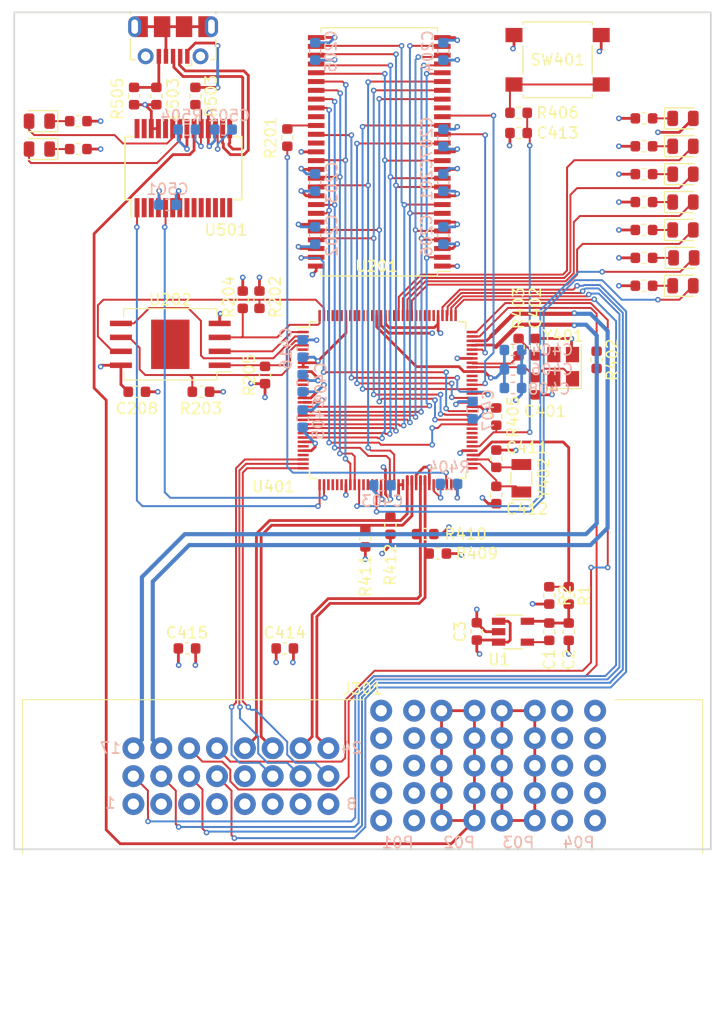
<source format=kicad_pcb>
(kicad_pcb (version 20171130) (host pcbnew 5.1.2)
  (title_block (title Raptor2000) (date 2019-05-05) (rev A) (company Exodus))
  (layers (0 F.Cu signal) (1 In1.Cu signal) (2 In2.Cu signal) (31 B.Cu signal) (34 B.Paste user) (35 F.Paste user) (36 B.SilkS user) (37 F.SilkS user) (38 B.Mask user) (39 F.Mask user) (44 Edge.Cuts user))
  (net 0 "")
  (net 1 GND)
  (net 2 /TM4C129/OSC1)
  (net 3 +3V3)
  (net 4 /TM4C129/ETH_RXI_N)
  (net 5 /TM4C129/ETH_RXI_P)
  (net 6 /TM4C129/ETH_TXO_N)
  (net 7 /TM4C129/ETH_TXO_P)
  (net 8 /TM4C129/OSC0)
  (net 9 /TM4C129/USB_D_N)
  (net 10 /TM4C129/USB_D_P)
  (net 11 +BATT)
  (net 12 /Memory/CLK)
  (net 13 /Connectors/~ENABLE)
  (net 14 /Connectors/~INHIBIT)
  (net 15 +5V)
  (net 16 /TM4C129/OSC1_R)
  (net 17 /TM4C129/R_BIAS)
  (net 18 /TM4C129/XOSC0)
  (net 19 /TM4C129/XOSC1)
  (net 20 /TM4C129/~RST)
  (net 21 /TM4C129/ETH_LED0)
  (net 22 /TM4C129/ETH_LED0_CATHODE)
  (net 23 /TM4C129/ETH_LED1)
  (net 24 /TM4C129/ETH_LED1_CATHODE)
  (net 25 /TM4C129/USER_LED0)
  (net 26 /TM4C129/USER_LED0_CATHODE)
  (net 27 /TM4C129/USER_LED2)
  (net 28 /TM4C129/PWR_LED_CATHODE)
  (net 29 /TM4C129/USER_LED1)
  (net 30 /TM4C129/USER_LED3)
  (net 31 /USB_to_UART/USB_LED_0)
  (net 32 /USB_to_UART/USB_LED_1)
  (net 33 /Connectors/USB_OTG_VBUS)
  (net 34 /TM4C129/USB_ID)
  (net 35 /Connectors/~SYSRESET)
  (net 36 /Connectors/JTAG_TCK)
  (net 37 /Connectors/JTAG_TMS)
  (net 38 /Connectors/JTAG_TDI)
  (net 39 /Connectors/JTAG_TDO)
  (net 40 /TM4C129/USB_ID_R)
  (net 41 /TM4C129/SSI2Fss)
  (net 42 /Memory/FLASH_DAT3)
  (net 43 /Memory/FLASH_SCLK)
  (net 44 /Memory/FLASH_DAT2)
  (net 45 /Memory/EPI0S31)
  (net 46 /Memory/EPI0S28)
  (net 47 /Memory/EPI0S19)
  (net 48 /Memory/EPI0S18)
  (net 49 /Memory/EPI0S17)
  (net 50 /Memory/EPI0S16)
  (net 51 /Memory/EPI0S15)
  (net 52 /Memory/EPI0S14)
  (net 53 /Memory/EPI0S13)
  (net 54 /Memory/EPI0S12)
  (net 55 /Memory/EPI0S10)
  (net 56 /Memory/EPI0S11)
  (net 57 /Memory/EPI0S9)
  (net 58 /Memory/EPI0S8)
  (net 59 /TM4C129/UART_DEBUG_TXD)
  (net 60 /TM4C129/UART_DEBUG_RXD)
  (net 61 /Memory/EPI0S7)
  (net 62 /Memory/EPI0S6)
  (net 63 /Memory/EPI0S5)
  (net 64 /Memory/EPI0S4)
  (net 65 /Memory/EPI0S3)
  (net 66 /Memory/EPI0S2)
  (net 67 /Memory/EPI0S1)
  (net 68 /Memory/EPI0S0)
  (net 69 /Memory/FLASH_DAT0)
  (net 70 /Memory/FLASH_DAT1)
  (net 71 "Net-(C502-Pad1)")
  (net 72 "Net-(D501-Pad1)")
  (net 73 "Net-(D502-Pad1)")
  (net 74 "Net-(R406-Pad2)")
  (net 75 "Net-(R503-Pad2)")
  (net 76 /USB_to_UART/DBG_USB_D_P)
  (net 77 /USB_to_UART/DBG_VBUS)
  (net 78 /USB_to_UART/DBG_USB_D_N)
  (net 79 /USB_to_UART/DBG_USB_SHIELD)
  (net 80 /TM4C129/USER_LED3_CATHODE)
  (net 81 /TM4C129/USER_LED1_CATHODE)
  (net 82 /TM4C129/USER_LED2_CATHODE)
  (net 83 /TM4C129/VDDC)
  (net 84 "Net-(C1-Pad2)")
  (net 85 /TM4C129/VBat_R)
  (net 86 /TM4C129/V_Batt/Vout)
  (module Capacitor_SMD:C_0603_1608Metric (layer F.Cu) (at 172.974 61.7855 180)
    (fp_text reference C413 (at -3.556 0) (layer F.SilkS))
    (fp_text value 0.1u)
    (pad 2 smd roundrect (at 0.7875 0 180) (size 0.875 0.95) (layers F.Cu F.Paste F.Mask) (net 1 GND))
    (pad 1 smd roundrect (at -0.7875 0 180) (size 0.875 0.95) (layers F.Cu F.Paste F.Mask) (net 20 /TM4C129/~RST))
  )
  (module LED_SMD:LED_0805_2012Metric (layer F.Cu) (at 129.286 63.246 180)
    (fp_text reference D502 hide)
    (fp_text value LED)
    (pad 2 smd roundrect (at 0.9375 0 180) (size 0.975 1.4) (layers F.Cu F.Paste F.Mask) (net 32 /USB_to_UART/USB_LED_1))
    (pad 1 smd roundrect (at -0.9375 0 180) (size 0.975 1.4) (layers F.Cu F.Paste F.Mask) (net 73 "Net-(D502-Pad1)"))
  )
  (module LED_SMD:LED_0805_2012Metric (layer F.Cu) (at 129.286 60.706 180)
    (fp_text reference D501 hide)
    (fp_text value LED)
    (pad 2 smd roundrect (at 0.9375 0 180) (size 0.975 1.4) (layers F.Cu F.Paste F.Mask) (net 31 /USB_to_UART/USB_LED_0))
    (pad 1 smd roundrect (at -0.9375 0 180) (size 0.975 1.4) (layers F.Cu F.Paste F.Mask) (net 72 "Net-(D501-Pad1)"))
  )
  (module Resistor_SMD:R_0603_1608Metric (layer F.Cu) (at 177.546 103.886 270)
    (fp_text reference R1 (at 0 -1.43 90) (layer F.SilkS))
    (fp_text value DNP)
    (pad 2 smd roundrect (at 0.7875 0 270) (size 0.875 0.95) (layers F.Cu F.Paste F.Mask) (net 86 /TM4C129/V_Batt/Vout))
    (pad 1 smd roundrect (at -0.7875 0 270) (size 0.875 0.95) (layers F.Cu F.Paste F.Mask) (net 85 /TM4C129/VBat_R))
  )
  (module Resistor_SMD:R_0603_1608Metric (layer F.Cu) (at 175.768 103.886 270)
    (fp_text reference R2 (at 0 -1.43 90) (layer F.SilkS))
    (fp_text value 0)
    (pad 2 smd roundrect (at 0.7875 0 270) (size 0.875 0.95) (layers F.Cu F.Paste F.Mask) (net 3 +3V3))
    (pad 1 smd roundrect (at -0.7875 0 270) (size 0.875 0.95) (layers F.Cu F.Paste F.Mask) (net 85 /TM4C129/VBat_R))
  )
  (module Package_QFP:TQFP-128_14x14mm_P0.4mm (layer F.Cu) (at 161.036 86.106)
    (fp_text reference U401 (at -10.414 7.874) (layer F.SilkS))
    (fp_text value TM4C1294NCPDTGOOD)
    (pad 128 smd rect (at -6.2 -7.7 90) (size 1 0.23) (layers F.Cu F.Paste F.Mask) (net 44 /Memory/FLASH_DAT2))
    (pad 127 smd rect (at -5.8 -7.7 90) (size 1 0.23) (layers F.Cu F.Paste F.Mask) (net 42 /Memory/FLASH_DAT3))
    (pad 126 smd rect (at -5.4 -7.7 90) (size 1 0.23) (layers F.Cu F.Paste F.Mask))
    (pad 125 smd rect (at -5 -7.7 90) (size 1 0.23) (layers F.Cu F.Paste F.Mask))
    (pad 124 smd rect (at -4.6 -7.7 90) (size 1 0.23) (layers F.Cu F.Paste F.Mask))
    (pad 123 smd rect (at -4.2 -7.7 90) (size 1 0.23) (layers F.Cu F.Paste F.Mask))
    (pad 122 smd rect (at -3.8 -7.7 90) (size 1 0.23) (layers F.Cu F.Paste F.Mask) (net 3 +3V3))
    (pad 121 smd rect (at -3.4 -7.7 90) (size 1 0.23) (layers F.Cu F.Paste F.Mask))
    (pad 120 smd rect (at -3 -7.7 90) (size 1 0.23) (layers F.Cu F.Paste F.Mask))
    (pad 119 smd rect (at -2.6 -7.7 90) (size 1 0.23) (layers F.Cu F.Paste F.Mask))
    (pad 118 smd rect (at -2.2 -7.7 90) (size 1 0.23) (layers F.Cu F.Paste F.Mask))
    (pad 117 smd rect (at -1.8 -7.7 90) (size 1 0.23) (layers F.Cu F.Paste F.Mask))
    (pad 116 smd rect (at -1.4 -7.7 90) (size 1 0.23) (layers F.Cu F.Paste F.Mask))
    (pad 115 smd rect (at -1 -7.7 90) (size 1 0.23) (layers F.Cu F.Paste F.Mask) (net 83 /TM4C129/VDDC))
    (pad 114 smd rect (at -0.6 -7.7 90) (size 1 0.23) (layers F.Cu F.Paste F.Mask) (net 1 GND))
    (pad 113 smd rect (at -0.2 -7.7 90) (size 1 0.23) (layers F.Cu F.Paste F.Mask) (net 3 +3V3))
    (pad 112 smd rect (at 0.2 -7.7 90) (size 1 0.23) (layers F.Cu F.Paste F.Mask))
    (pad 111 smd rect (at 0.6 -7.7 90) (size 1 0.23) (layers F.Cu F.Paste F.Mask))
    (pad 110 smd rect (at 1 -7.7 90) (size 1 0.23) (layers F.Cu F.Paste F.Mask) (net 30 /TM4C129/USER_LED3))
    (pad 109 smd rect (at 1.4 -7.7 90) (size 1 0.23) (layers F.Cu F.Paste F.Mask) (net 27 /TM4C129/USER_LED2))
    (pad 108 smd rect (at 1.8 -7.7 90) (size 1 0.23) (layers F.Cu F.Paste F.Mask) (net 29 /TM4C129/USER_LED1))
    (pad 107 smd rect (at 2.2 -7.7 90) (size 1 0.23) (layers F.Cu F.Paste F.Mask) (net 25 /TM4C129/USER_LED0))
    (pad 106 smd rect (at 2.6 -7.7 90) (size 1 0.23) (layers F.Cu F.Paste F.Mask))
    (pad 105 smd rect (at 3 -7.7 90) (size 1 0.23) (layers F.Cu F.Paste F.Mask))
    (pad 104 smd rect (at 3.4 -7.7 90) (size 1 0.23) (layers F.Cu F.Paste F.Mask))
    (pad 103 smd rect (at 3.8 -7.7 90) (size 1 0.23) (layers F.Cu F.Paste F.Mask))
    (pad 102 smd rect (at 4.2 -7.7 90) (size 1 0.23) (layers F.Cu F.Paste F.Mask))
    (pad 101 smd rect (at 4.6 -7.7 90) (size 1 0.23) (layers F.Cu F.Paste F.Mask) (net 3 +3V3))
    (pad 100 smd rect (at 5 -7.7 90) (size 1 0.23) (layers F.Cu F.Paste F.Mask) (net 36 /Connectors/JTAG_TCK))
    (pad 99 smd rect (at 5.4 -7.7 90) (size 1 0.23) (layers F.Cu F.Paste F.Mask) (net 37 /Connectors/JTAG_TMS))
    (pad 98 smd rect (at 5.8 -7.7 90) (size 1 0.23) (layers F.Cu F.Paste F.Mask) (net 38 /Connectors/JTAG_TDI))
    (pad 97 smd rect (at 6.2 -7.7 90) (size 1 0.23) (layers F.Cu F.Paste F.Mask) (net 39 /Connectors/JTAG_TDO))
    (pad 96 smd rect (at 7.7 -6.2) (size 1 0.23) (layers F.Cu F.Paste F.Mask) (net 33 /Connectors/USB_OTG_VBUS))
    (pad 95 smd rect (at 7.7 -5.8) (size 1 0.23) (layers F.Cu F.Paste F.Mask) (net 40 /TM4C129/USB_ID_R))
    (pad 94 smd rect (at 7.7 -5.4) (size 1 0.23) (layers F.Cu F.Paste F.Mask) (net 10 /TM4C129/USB_D_P))
    (pad 93 smd rect (at 7.7 -5) (size 1 0.23) (layers F.Cu F.Paste F.Mask) (net 9 /TM4C129/USB_D_N))
    (pad 92 smd rect (at 7.7 -4.6) (size 1 0.23) (layers F.Cu F.Paste F.Mask) (net 46 /Memory/EPI0S28))
    (pad 91 smd rect (at 7.7 -4.2) (size 1 0.23) (layers F.Cu F.Paste F.Mask))
    (pad 90 smd rect (at 7.7 -3.8) (size 1 0.23) (layers F.Cu F.Paste F.Mask) (net 3 +3V3))
    (pad 89 smd rect (at 7.7 -3.4) (size 1 0.23) (layers F.Cu F.Paste F.Mask) (net 2 /TM4C129/OSC1))
    (pad 88 smd rect (at 7.7 -3) (size 1 0.23) (layers F.Cu F.Paste F.Mask) (net 8 /TM4C129/OSC0))
    (pad 87 smd rect (at 7.7 -2.6) (size 1 0.23) (layers F.Cu F.Paste F.Mask) (net 83 /TM4C129/VDDC))
    (pad 86 smd rect (at 7.7 -2.2) (size 1 0.23) (layers F.Cu F.Paste F.Mask))
    (pad 85 smd rect (at 7.7 -1.8) (size 1 0.23) (layers F.Cu F.Paste F.Mask))
    (pad 84 smd rect (at 7.7 -1.4) (size 1 0.23) (layers F.Cu F.Paste F.Mask) (net 47 /Memory/EPI0S19))
    (pad 83 smd rect (at 7.7 -1) (size 1 0.23) (layers F.Cu F.Paste F.Mask) (net 48 /Memory/EPI0S18))
    (pad 82 smd rect (at 7.7 -0.6) (size 1 0.23) (layers F.Cu F.Paste F.Mask) (net 49 /Memory/EPI0S17))
    (pad 81 smd rect (at 7.7 -0.2) (size 1 0.23) (layers F.Cu F.Paste F.Mask) (net 50 /Memory/EPI0S16))
    (pad 80 smd rect (at 7.7 0.2) (size 1 0.23) (layers F.Cu F.Paste F.Mask) (net 1 GND))
    (pad 79 smd rect (at 7.7 0.6) (size 1 0.23) (layers F.Cu F.Paste F.Mask) (net 3 +3V3))
    (pad 78 smd rect (at 7.7 1) (size 1 0.23) (layers F.Cu F.Paste F.Mask) (net 51 /Memory/EPI0S15))
    (pad 77 smd rect (at 7.7 1.4) (size 1 0.23) (layers F.Cu F.Paste F.Mask) (net 52 /Memory/EPI0S14))
    (pad 76 smd rect (at 7.7 1.8) (size 1 0.23) (layers F.Cu F.Paste F.Mask) (net 53 /Memory/EPI0S13))
    (pad 75 smd rect (at 7.7 2.2) (size 1 0.23) (layers F.Cu F.Paste F.Mask) (net 54 /Memory/EPI0S12))
    (pad 74 smd rect (at 7.7 2.6) (size 1 0.23) (layers F.Cu F.Paste F.Mask))
    (pad 73 smd rect (at 7.7 3) (size 1 0.23) (layers F.Cu F.Paste F.Mask))
    (pad 72 smd rect (at 7.7 3.4) (size 1 0.23) (layers F.Cu F.Paste F.Mask))
    (pad 71 smd rect (at 7.7 3.8) (size 1 0.23) (layers F.Cu F.Paste F.Mask))
    (pad 70 smd rect (at 7.7 4.2) (size 1 0.23) (layers F.Cu F.Paste F.Mask) (net 20 /TM4C129/~RST))
    (pad 69 smd rect (at 7.7 4.6) (size 1 0.23) (layers F.Cu F.Paste F.Mask) (net 3 +3V3))
    (pad 68 smd rect (at 7.7 5) (size 1 0.23) (layers F.Cu F.Paste F.Mask) (net 85 /TM4C129/VBat_R))
    (pad 67 smd rect (at 7.7 5.4) (size 1 0.23) (layers F.Cu F.Paste F.Mask) (net 19 /TM4C129/XOSC1))
    (pad 66 smd rect (at 7.7 5.8) (size 1 0.23) (layers F.Cu F.Paste F.Mask) (net 18 /TM4C129/XOSC0))
    (pad 65 smd rect (at 7.7 6.2) (size 1 0.23) (layers F.Cu F.Paste F.Mask))
    (pad 64 smd rect (at 6.2 7.7 90) (size 1 0.23) (layers F.Cu F.Paste F.Mask) (net 1 GND))
    (pad 63 smd rect (at 5.8 7.7 90) (size 1 0.23) (layers F.Cu F.Paste F.Mask))
    (pad 62 smd rect (at 5.4 7.7 90) (size 1 0.23) (layers F.Cu F.Paste F.Mask) (net 45 /Memory/EPI0S31))
    (pad 61 smd rect (at 5 7.7 90) (size 1 0.23) (layers F.Cu F.Paste F.Mask))
    (pad 60 smd rect (at 4.6 7.7 90) (size 1 0.23) (layers F.Cu F.Paste F.Mask))
    (pad 59 smd rect (at 4.2 7.7 90) (size 1 0.23) (layers F.Cu F.Paste F.Mask) (net 17 /TM4C129/R_BIAS))
    (pad 58 smd rect (at 3.8 7.7 90) (size 1 0.23) (layers F.Cu F.Paste F.Mask) (net 1 GND))
    (pad 57 smd rect (at 3.4 7.7 90) (size 1 0.23) (layers F.Cu F.Paste F.Mask) (net 7 /TM4C129/ETH_TXO_P))
    (pad 56 smd rect (at 3 7.7 90) (size 1 0.23) (layers F.Cu F.Paste F.Mask) (net 6 /TM4C129/ETH_TXO_N))
    (pad 55 smd rect (at 2.6 7.7 90) (size 1 0.23) (layers F.Cu F.Paste F.Mask) (net 1 GND))
    (pad 54 smd rect (at 2.2 7.7 90) (size 1 0.23) (layers F.Cu F.Paste F.Mask) (net 5 /TM4C129/ETH_RXI_P))
    (pad 53 smd rect (at 1.8 7.7 90) (size 1 0.23) (layers F.Cu F.Paste F.Mask) (net 4 /TM4C129/ETH_RXI_N))
    (pad 52 smd rect (at 1.4 7.7 90) (size 1 0.23) (layers F.Cu F.Paste F.Mask) (net 3 +3V3))
    (pad 51 smd rect (at 1 7.7 90) (size 1 0.23) (layers F.Cu F.Paste F.Mask) (net 3 +3V3))
    (pad 50 smd rect (at 0.6 7.7 90) (size 1 0.23) (layers F.Cu F.Paste F.Mask) (net 55 /Memory/EPI0S10))
    (pad 49 smd rect (at 0.2 7.7 90) (size 1 0.23) (layers F.Cu F.Paste F.Mask) (net 56 /Memory/EPI0S11))
    (pad 48 smd rect (at -0.2 7.7 90) (size 1 0.23) (layers F.Cu F.Paste F.Mask) (net 1 GND))
    (pad 47 smd rect (at -0.6 7.7 90) (size 1 0.23) (layers F.Cu F.Paste F.Mask) (net 3 +3V3))
    (pad 46 smd rect (at -1 7.7 90) (size 1 0.23) (layers F.Cu F.Paste F.Mask) (net 23 /TM4C129/ETH_LED1))
    (pad 45 smd rect (at -1.4 7.7 90) (size 1 0.23) (layers F.Cu F.Paste F.Mask))
    (pad 44 smd rect (at -1.8 7.7 90) (size 1 0.23) (layers F.Cu F.Paste F.Mask))
    (pad 43 smd rect (at -2.2 7.7 90) (size 1 0.23) (layers F.Cu F.Paste F.Mask))
    (pad 42 smd rect (at -2.6 7.7 90) (size 1 0.23) (layers F.Cu F.Paste F.Mask) (net 21 /TM4C129/ETH_LED0))
    (pad 41 smd rect (at -3 7.7 90) (size 1 0.23) (layers F.Cu F.Paste F.Mask) (net 57 /Memory/EPI0S9))
    (pad 40 smd rect (at -3.4 7.7 90) (size 1 0.23) (layers F.Cu F.Paste F.Mask) (net 58 /Memory/EPI0S8))
    (pad 39 smd rect (at -3.8 7.7 90) (size 1 0.23) (layers F.Cu F.Paste F.Mask) (net 3 +3V3))
    (pad 38 smd rect (at -4.2 7.7 90) (size 1 0.23) (layers F.Cu F.Paste F.Mask))
    (pad 37 smd rect (at -4.6 7.7 90) (size 1 0.23) (layers F.Cu F.Paste F.Mask))
    (pad 36 smd rect (at -5 7.7 90) (size 1 0.23) (layers F.Cu F.Paste F.Mask))
    (pad 35 smd rect (at -5.4 7.7 90) (size 1 0.23) (layers F.Cu F.Paste F.Mask))
    (pad 34 smd rect (at -5.8 7.7 90) (size 1 0.23) (layers F.Cu F.Paste F.Mask) (net 59 /TM4C129/UART_DEBUG_TXD))
    (pad 33 smd rect (at -6.2 7.7 90) (size 1 0.23) (layers F.Cu F.Paste F.Mask) (net 60 /TM4C129/UART_DEBUG_RXD))
    (pad 32 smd rect (at -7.7 6.2) (size 1 0.23) (layers F.Cu F.Paste F.Mask) (net 14 /Connectors/~INHIBIT))
    (pad 31 smd rect (at -7.7 5.8) (size 1 0.23) (layers F.Cu F.Paste F.Mask) (net 13 /Connectors/~ENABLE))
    (pad 30 smd rect (at -7.7 5.4) (size 1 0.23) (layers F.Cu F.Paste F.Mask) (net 35 /Connectors/~SYSRESET))
    (pad 29 smd rect (at -7.7 5) (size 1 0.23) (layers F.Cu F.Paste F.Mask))
    (pad 28 smd rect (at -7.7 4.6) (size 1 0.23) (layers F.Cu F.Paste F.Mask) (net 3 +3V3))
    (pad 27 smd rect (at -7.7 4.2) (size 1 0.23) (layers F.Cu F.Paste F.Mask))
    (pad 26 smd rect (at -7.7 3.8) (size 1 0.23) (layers F.Cu F.Paste F.Mask) (net 3 +3V3))
    (pad 25 smd rect (at -7.7 3.4) (size 1 0.23) (layers F.Cu F.Paste F.Mask) (net 61 /Memory/EPI0S7))
    (pad 24 smd rect (at -7.7 3) (size 1 0.23) (layers F.Cu F.Paste F.Mask) (net 62 /Memory/EPI0S6))
    (pad 23 smd rect (at -7.7 2.6) (size 1 0.23) (layers F.Cu F.Paste F.Mask) (net 63 /Memory/EPI0S5))
    (pad 22 smd rect (at -7.7 2.2) (size 1 0.23) (layers F.Cu F.Paste F.Mask) (net 64 /Memory/EPI0S4))
    (pad 21 smd rect (at -7.7 1.8) (size 1 0.23) (layers F.Cu F.Paste F.Mask) (net 65 /Memory/EPI0S3))
    (pad 20 smd rect (at -7.7 1.4) (size 1 0.23) (layers F.Cu F.Paste F.Mask) (net 66 /Memory/EPI0S2))
    (pad 19 smd rect (at -7.7 1) (size 1 0.23) (layers F.Cu F.Paste F.Mask) (net 67 /Memory/EPI0S1))
    (pad 18 smd rect (at -7.7 0.6) (size 1 0.23) (layers F.Cu F.Paste F.Mask) (net 68 /Memory/EPI0S0))
    (pad 17 smd rect (at -7.7 0.2) (size 1 0.23) (layers F.Cu F.Paste F.Mask) (net 1 GND))
    (pad 16 smd rect (at -7.7 -0.2) (size 1 0.23) (layers F.Cu F.Paste F.Mask) (net 3 +3V3))
    (pad 15 smd rect (at -7.7 -0.6) (size 1 0.23) (layers F.Cu F.Paste F.Mask))
    (pad 14 smd rect (at -7.7 -1) (size 1 0.23) (layers F.Cu F.Paste F.Mask))
    (pad 13 smd rect (at -7.7 -1.4) (size 1 0.23) (layers F.Cu F.Paste F.Mask))
    (pad 12 smd rect (at -7.7 -1.8) (size 1 0.23) (layers F.Cu F.Paste F.Mask))
    (pad 11 smd rect (at -7.7 -2.2) (size 1 0.23) (layers F.Cu F.Paste F.Mask))
    (pad 10 smd rect (at -7.7 -2.6) (size 1 0.23) (layers F.Cu F.Paste F.Mask) (net 1 GND))
    (pad 9 smd rect (at -7.7 -3) (size 1 0.23) (layers F.Cu F.Paste F.Mask) (net 3 +3V3))
    (pad 8 smd rect (at -7.7 -3.4) (size 1 0.23) (layers F.Cu F.Paste F.Mask) (net 3 +3V3))
    (pad 7 smd rect (at -7.7 -3.8) (size 1 0.23) (layers F.Cu F.Paste F.Mask) (net 3 +3V3))
    (pad 6 smd rect (at -7.7 -4.2) (size 1 0.23) (layers F.Cu F.Paste F.Mask))
    (pad 5 smd rect (at -7.7 -4.6) (size 1 0.23) (layers F.Cu F.Paste F.Mask))
    (pad 4 smd rect (at -7.7 -5) (size 1 0.23) (layers F.Cu F.Paste F.Mask) (net 43 /Memory/FLASH_SCLK))
    (pad 3 smd rect (at -7.7 -5.4) (size 1 0.23) (layers F.Cu F.Paste F.Mask) (net 41 /TM4C129/SSI2Fss))
    (pad 2 smd rect (at -7.7 -5.8) (size 1 0.23) (layers F.Cu F.Paste F.Mask) (net 69 /Memory/FLASH_DAT0))
    (pad 1 smd rect (at -7.7 -6.2) (size 1 0.23) (layers F.Cu F.Paste F.Mask) (net 70 /Memory/FLASH_DAT1))
  )
  (module Capacitor_SMD:C_0603_1608Metric (layer F.Cu) (at 169.164 107.1625 90)
    (fp_text reference C3 (at -0.0255 -1.524 90) (layer F.SilkS))
    (fp_text value 1u)
    (pad 2 smd roundrect (at 0.7875 0 90) (size 0.875 0.95) (layers F.Cu F.Paste F.Mask) (net 1 GND))
    (pad 1 smd roundrect (at -0.7875 0 90) (size 0.875 0.95) (layers F.Cu F.Paste F.Mask) (net 11 +BATT))
  )
  (module Package_TO_SOT_SMD:TSOT-23-5 (layer F.Cu) (at 172.466 107.188)
    (fp_text reference U1 (at -1.27 2.54) (layer F.SilkS))
    (fp_text value LT1761-3)
    (pad 5 smd rect (at 1.31 -0.95) (size 1.22 0.65) (layers F.Cu F.Paste F.Mask) (net 86 /TM4C129/V_Batt/Vout))
    (pad 4 smd rect (at 1.31 0.95) (size 1.22 0.65) (layers F.Cu F.Paste F.Mask) (net 84 "Net-(C1-Pad2)"))
    (pad 3 smd rect (at -1.31 0.95) (size 1.22 0.65) (layers F.Cu F.Paste F.Mask) (net 11 +BATT))
    (pad 2 smd rect (at -1.31 0) (size 1.22 0.65) (layers F.Cu F.Paste F.Mask) (net 1 GND))
    (pad 1 smd rect (at -1.31 -0.95) (size 1.22 0.65) (layers F.Cu F.Paste F.Mask) (net 11 +BATT))
  )
  (module Capacitor_SMD:C_0603_1608Metric (layer F.Cu) (at 177.546 107.188 270)
    (fp_text reference C2 (at 2.54 0 90) (layer F.SilkS))
    (fp_text value 10u)
    (pad 2 smd roundrect (at 0.7875 0 270) (size 0.875 0.95) (layers F.Cu F.Paste F.Mask) (net 1 GND))
    (pad 1 smd roundrect (at -0.7875 0 270) (size 0.875 0.95) (layers F.Cu F.Paste F.Mask) (net 86 /TM4C129/V_Batt/Vout))
  )
  (module Capacitor_SMD:C_0603_1608Metric (layer F.Cu) (at 175.768 107.188 270)
    (fp_text reference C1 (at 2.54 0 90) (layer F.SilkS))
    (fp_text value 0.01u)
    (pad 2 smd roundrect (at 0.7875 0 270) (size 0.875 0.95) (layers F.Cu F.Paste F.Mask) (net 84 "Net-(C1-Pad2)"))
    (pad 1 smd roundrect (at -0.7875 0 270) (size 0.875 0.95) (layers F.Cu F.Paste F.Mask) (net 86 /TM4C129/V_Batt/Vout))
  )
  (module Resistor_SMD:R_0603_1608Metric (layer F.Cu) (at 151.892 62.2045 270)
    (fp_text reference R201 (at 0.0255 1.524 90) (layer F.SilkS))
    (fp_text value 0)
    (pad 2 smd roundrect (at 0.7875 0 270) (size 0.875 0.95) (layers F.Cu F.Paste F.Mask) (net 45 /Memory/EPI0S31))
    (pad 1 smd roundrect (at -0.7875 0 270) (size 0.875 0.95) (layers F.Cu F.Paste F.Mask) (net 12 /Memory/CLK))
  )
  (module LED_SMD:LED_0805_2012Metric (layer F.Cu) (at 187.96 62.992)
    (fp_text reference D407 hide)
    (fp_text value LED)
    (pad 2 smd roundrect (at 0.9375 0) (size 0.975 1.4) (layers F.Cu F.Paste F.Mask) (net 30 /TM4C129/USER_LED3))
    (pad 1 smd roundrect (at -0.9375 0) (size 0.975 1.4) (layers F.Cu F.Paste F.Mask) (net 80 /TM4C129/USER_LED3_CATHODE))
  )
  (module LED_SMD:LED_0805_2012Metric (layer F.Cu) (at 187.96 68.072)
    (fp_text reference D406 hide)
    (fp_text value LED)
    (pad 2 smd roundrect (at 0.9375 0) (size 0.975 1.4) (layers F.Cu F.Paste F.Mask) (net 29 /TM4C129/USER_LED1))
    (pad 1 smd roundrect (at -0.9375 0) (size 0.975 1.4) (layers F.Cu F.Paste F.Mask) (net 81 /TM4C129/USER_LED1_CATHODE))
  )
  (module LED_SMD:LED_0805_2012Metric (layer F.Cu) (at 187.96 60.452)
    (fp_text reference D405 hide)
    (fp_text value LED)
    (pad 2 smd roundrect (at 0.9375 0) (size 0.975 1.4) (layers F.Cu F.Paste F.Mask) (net 3 +3V3))
    (pad 1 smd roundrect (at -0.9375 0) (size 0.975 1.4) (layers F.Cu F.Paste F.Mask) (net 28 /TM4C129/PWR_LED_CATHODE))
  )
  (module LED_SMD:LED_0805_2012Metric (layer F.Cu) (at 187.96 65.532)
    (fp_text reference D404 hide)
    (fp_text value LED)
    (pad 2 smd roundrect (at 0.9375 0) (size 0.975 1.4) (layers F.Cu F.Paste F.Mask) (net 27 /TM4C129/USER_LED2))
    (pad 1 smd roundrect (at -0.9375 0) (size 0.975 1.4) (layers F.Cu F.Paste F.Mask) (net 82 /TM4C129/USER_LED2_CATHODE))
  )
  (module LED_SMD:LED_0805_2012Metric (layer F.Cu) (at 187.96 70.612)
    (fp_text reference D403 hide)
    (fp_text value LED)
    (pad 2 smd roundrect (at 0.9375 0) (size 0.975 1.4) (layers F.Cu F.Paste F.Mask) (net 25 /TM4C129/USER_LED0))
    (pad 1 smd roundrect (at -0.9375 0) (size 0.975 1.4) (layers F.Cu F.Paste F.Mask) (net 26 /TM4C129/USER_LED0_CATHODE))
  )
  (module LED_SMD:LED_0805_2012Metric (layer F.Cu) (at 187.96 75.692)
    (fp_text reference D402 hide)
    (fp_text value LED)
    (pad 2 smd roundrect (at 0.9375 0) (size 0.975 1.4) (layers F.Cu F.Paste F.Mask) (net 23 /TM4C129/ETH_LED1))
    (pad 1 smd roundrect (at -0.9375 0) (size 0.975 1.4) (layers F.Cu F.Paste F.Mask) (net 24 /TM4C129/ETH_LED1_CATHODE))
  )
  (module LED_SMD:LED_0805_2012Metric (layer F.Cu) (at 188.0385 73.152)
    (fp_text reference D401 hide)
    (fp_text value LED)
    (pad 2 smd roundrect (at 0.9375 0) (size 0.975 1.4) (layers F.Cu F.Paste F.Mask) (net 21 /TM4C129/ETH_LED0))
    (pad 1 smd roundrect (at -0.9375 0) (size 0.975 1.4) (layers F.Cu F.Paste F.Mask) (net 22 /TM4C129/ETH_LED0_CATHODE))
  )
  (module Crystal:Crystal_SMD_MicroCrystal_CC7V-T1A-2Pin_3.2x1.5mm (layer F.Cu) (at 173.228 93.218 90)
    (fp_text reference Y402 (at 0 2.032 90) (layer F.SilkS))
    (fp_text value Crystal)
    (pad 2 smd rect (at 1.25 0 90) (size 1 1.8) (layers F.Cu F.Paste F.Mask) (net 19 /TM4C129/XOSC1))
    (pad 1 smd rect (at -1.25 0 90) (size 1 1.8) (layers F.Cu F.Paste F.Mask) (net 18 /TM4C129/XOSC0))
  )
  (module Crystal:Crystal_SMD_3225-4Pin_3.2x2.5mm (layer F.Cu) (at 177.038 83.058 90)
    (fp_text reference Y401 (at 2.794 0 180) (layer F.SilkS))
    (fp_text value Crystal_GND24)
    (pad 4 smd rect (at -1.1 -0.85 90) (size 1.4 1.2) (layers F.Cu F.Paste F.Mask) (net 1 GND))
    (pad 3 smd rect (at 1.1 -0.85 90) (size 1.4 1.2) (layers F.Cu F.Paste F.Mask) (net 16 /TM4C129/OSC1_R))
    (pad 2 smd rect (at 1.1 0.85 90) (size 1.4 1.2) (layers F.Cu F.Paste F.Mask) (net 1 GND))
    (pad 1 smd rect (at -1.1 0.85 90) (size 1.4 1.2) (layers F.Cu F.Paste F.Mask) (net 8 /TM4C129/OSC0))
  )
  (module Package_SO:SSOP-28_5.3x10.2mm_P0.65mm (layer F.Cu) (at 142.417001 64.984999 90)
    (fp_text reference U501 (at -5.627001 3.886999 180) (layer F.SilkS))
    (fp_text value FT232RL)
    (pad 28 smd rect (at 3.6 -4.225 90) (size 1.75 0.45) (layers F.Cu F.Paste F.Mask))
    (pad 27 smd rect (at 3.6 -3.575 90) (size 1.75 0.45) (layers F.Cu F.Paste F.Mask))
    (pad 26 smd rect (at 3.6 -2.925 90) (size 1.75 0.45) (layers F.Cu F.Paste F.Mask) (net 1 GND))
    (pad 25 smd rect (at 3.6 -2.275 90) (size 1.75 0.45) (layers F.Cu F.Paste F.Mask) (net 1 GND))
    (pad 24 smd rect (at 3.6 -1.625 90) (size 1.75 0.45) (layers F.Cu F.Paste F.Mask))
    (pad 23 smd rect (at 3.6 -0.975 90) (size 1.75 0.45) (layers F.Cu F.Paste F.Mask) (net 31 /USB_to_UART/USB_LED_0))
    (pad 22 smd rect (at 3.6 -0.325 90) (size 1.75 0.45) (layers F.Cu F.Paste F.Mask) (net 32 /USB_to_UART/USB_LED_1))
    (pad 21 smd rect (at 3.6 0.325 90) (size 1.75 0.45) (layers F.Cu F.Paste F.Mask) (net 1 GND))
    (pad 20 smd rect (at 3.6 0.975 90) (size 1.75 0.45) (layers F.Cu F.Paste F.Mask) (net 15 +5V))
    (pad 19 smd rect (at 3.6 1.625 90) (size 1.75 0.45) (layers F.Cu F.Paste F.Mask) (net 75 "Net-(R503-Pad2)"))
    (pad 18 smd rect (at 3.6 2.275 90) (size 1.75 0.45) (layers F.Cu F.Paste F.Mask) (net 1 GND))
    (pad 17 smd rect (at 3.6 2.925 90) (size 1.75 0.45) (layers F.Cu F.Paste F.Mask) (net 71 "Net-(C502-Pad1)"))
    (pad 16 smd rect (at 3.6 3.575 90) (size 1.75 0.45) (layers F.Cu F.Paste F.Mask) (net 78 /USB_to_UART/DBG_USB_D_N))
    (pad 15 smd rect (at 3.6 4.225 90) (size 1.75 0.45) (layers F.Cu F.Paste F.Mask) (net 76 /USB_to_UART/DBG_USB_D_P))
    (pad 14 smd rect (at -3.6 4.225 90) (size 1.75 0.45) (layers F.Cu F.Paste F.Mask))
    (pad 13 smd rect (at -3.6 3.575 90) (size 1.75 0.45) (layers F.Cu F.Paste F.Mask))
    (pad 12 smd rect (at -3.6 2.925 90) (size 1.75 0.45) (layers F.Cu F.Paste F.Mask))
    (pad 11 smd rect (at -3.6 2.275 90) (size 1.75 0.45) (layers F.Cu F.Paste F.Mask))
    (pad 10 smd rect (at -3.6 1.625 90) (size 1.75 0.45) (layers F.Cu F.Paste F.Mask))
    (pad 9 smd rect (at -3.6 0.975 90) (size 1.75 0.45) (layers F.Cu F.Paste F.Mask))
    (pad 8 smd rect (at -3.6 0.325 90) (size 1.75 0.45) (layers F.Cu F.Paste F.Mask))
    (pad 7 smd rect (at -3.6 -0.325 90) (size 1.75 0.45) (layers F.Cu F.Paste F.Mask) (net 1 GND))
    (pad 6 smd rect (at -3.6 -0.975 90) (size 1.75 0.45) (layers F.Cu F.Paste F.Mask))
    (pad 5 smd rect (at -3.6 -1.625 90) (size 1.75 0.45) (layers F.Cu F.Paste F.Mask) (net 59 /TM4C129/UART_DEBUG_TXD))
    (pad 4 smd rect (at -3.6 -2.275 90) (size 1.75 0.45) (layers F.Cu F.Paste F.Mask) (net 3 +3V3))
    (pad 3 smd rect (at -3.6 -2.925 90) (size 1.75 0.45) (layers F.Cu F.Paste F.Mask))
    (pad 2 smd rect (at -3.6 -3.575 90) (size 1.75 0.45) (layers F.Cu F.Paste F.Mask))
    (pad 1 smd rect (at -3.6 -4.225 90) (size 1.75 0.45) (layers F.Cu F.Paste F.Mask) (net 60 /TM4C129/UART_DEBUG_RXD))
  )
  (module Exodus_Packages:WSON-8-1EP_3.4x4.3mm_P1.27mm (layer F.Cu) (at 141.224 81.026 180)
    (fp_text reference U202 (at 0 4.064) (layer F.SilkS))
    (fp_text value TC58CVG2S0HRAIG)
    (pad ePAD smd rect (at 0 0 180) (size 3.5 4.5) (layers F.Cu F.Paste F.Mask))
    (pad 8 smd rect (at 4.5 -1.905 180) (size 2 0.5) (layers F.Cu F.Paste F.Mask) (net 3 +3V3))
    (pad 7 smd rect (at 4.5 -0.635 180) (size 2 0.5) (layers F.Cu F.Paste F.Mask) (net 42 /Memory/FLASH_DAT3))
    (pad 6 smd rect (at 4.5 0.635 180) (size 2 0.5) (layers F.Cu F.Paste F.Mask) (net 43 /Memory/FLASH_SCLK))
    (pad 5 smd rect (at 4.5 1.905 180) (size 2 0.5) (layers F.Cu F.Paste F.Mask) (net 69 /Memory/FLASH_DAT0))
    (pad 4 smd rect (at -4.5 1.905 180) (size 2 0.5) (layers F.Cu F.Paste F.Mask) (net 1 GND))
    (pad 3 smd rect (at -4.5 0.635 180) (size 2 0.5) (layers F.Cu F.Paste F.Mask) (net 44 /Memory/FLASH_DAT2))
    (pad 2 smd rect (at -4.5 -0.635 180) (size 2 0.5) (layers F.Cu F.Paste F.Mask) (net 70 /Memory/FLASH_DAT1))
    (pad 1 smd rect (at -4.5 -1.905 180) (size 2 0.5) (layers F.Cu F.Paste F.Mask) (net 41 /TM4C129/SSI2Fss))
  )
  (module Package_SO:TSOP-II-54_22.2x10.16mm_P0.8mm (layer F.Cu) (at 160.274 63.5 180)
    (fp_text reference U201 (at 0.254 -10.414 180) (layer F.SilkS))
    (fp_text value IS42S16400J-xC)
    (pad 1 smd rect (at -5.75 -10.4 180) (size 1.51 0.458) (layers F.Cu F.Paste F.Mask) (net 3 +3V3))
    (pad 2 smd rect (at -5.75 -9.6 180) (size 1.51 0.458) (layers F.Cu F.Paste F.Mask) (net 68 /Memory/EPI0S0))
    (pad 3 smd rect (at -5.75 -8.8 180) (size 1.51 0.458) (layers F.Cu F.Paste F.Mask) (net 3 +3V3))
    (pad 4 smd rect (at -5.75 -8 180) (size 1.51 0.458) (layers F.Cu F.Paste F.Mask) (net 67 /Memory/EPI0S1))
    (pad 5 smd rect (at -5.75 -7.2 180) (size 1.51 0.458) (layers F.Cu F.Paste F.Mask) (net 66 /Memory/EPI0S2))
    (pad 6 smd rect (at -5.75 -6.4 180) (size 1.51 0.458) (layers F.Cu F.Paste F.Mask) (net 1 GND))
    (pad 7 smd rect (at -5.75 -5.6 180) (size 1.51 0.458) (layers F.Cu F.Paste F.Mask) (net 65 /Memory/EPI0S3))
    (pad 8 smd rect (at -5.75 -4.8 180) (size 1.51 0.458) (layers F.Cu F.Paste F.Mask) (net 64 /Memory/EPI0S4))
    (pad 9 smd rect (at -5.75 -4 180) (size 1.51 0.458) (layers F.Cu F.Paste F.Mask) (net 3 +3V3))
    (pad 10 smd rect (at -5.75 -3.2 180) (size 1.51 0.458) (layers F.Cu F.Paste F.Mask) (net 63 /Memory/EPI0S5))
    (pad 11 smd rect (at -5.75 -2.4 180) (size 1.51 0.458) (layers F.Cu F.Paste F.Mask) (net 62 /Memory/EPI0S6))
    (pad 12 smd rect (at -5.75 -1.6 180) (size 1.51 0.458) (layers F.Cu F.Paste F.Mask) (net 1 GND))
    (pad 13 smd rect (at -5.75 -0.8 180) (size 1.51 0.458) (layers F.Cu F.Paste F.Mask) (net 61 /Memory/EPI0S7))
    (pad 14 smd rect (at -5.75 0 180) (size 1.51 0.458) (layers F.Cu F.Paste F.Mask) (net 3 +3V3))
    (pad 15 smd rect (at -5.75 0.8 180) (size 1.51 0.458) (layers F.Cu F.Paste F.Mask) (net 50 /Memory/EPI0S16))
    (pad 16 smd rect (at -5.75 1.6 180) (size 1.51 0.458) (layers F.Cu F.Paste F.Mask) (net 46 /Memory/EPI0S28))
    (pad 17 smd rect (at -5.75 2.4 180) (size 1.51 0.458) (layers F.Cu F.Paste F.Mask) (net 48 /Memory/EPI0S18))
    (pad 18 smd rect (at -5.75 3.2 180) (size 1.51 0.458) (layers F.Cu F.Paste F.Mask) (net 47 /Memory/EPI0S19))
    (pad 19 smd rect (at -5.75 4 180) (size 1.51 0.458) (layers F.Cu F.Paste F.Mask))
    (pad 20 smd rect (at -5.75 4.8 180) (size 1.51 0.458) (layers F.Cu F.Paste F.Mask) (net 53 /Memory/EPI0S13))
    (pad 21 smd rect (at -5.75 5.6 180) (size 1.51 0.458) (layers F.Cu F.Paste F.Mask) (net 52 /Memory/EPI0S14))
    (pad 22 smd rect (at -5.75 6.4 180) (size 1.51 0.458) (layers F.Cu F.Paste F.Mask) (net 55 /Memory/EPI0S10))
    (pad 23 smd rect (at -5.75 7.2 180) (size 1.51 0.458) (layers F.Cu F.Paste F.Mask) (net 68 /Memory/EPI0S0))
    (pad 24 smd rect (at -5.75 8 180) (size 1.51 0.458) (layers F.Cu F.Paste F.Mask) (net 67 /Memory/EPI0S1))
    (pad 25 smd rect (at -5.75 8.8 180) (size 1.51 0.458) (layers F.Cu F.Paste F.Mask) (net 66 /Memory/EPI0S2))
    (pad 26 smd rect (at -5.75 9.6 180) (size 1.51 0.458) (layers F.Cu F.Paste F.Mask) (net 65 /Memory/EPI0S3))
    (pad 27 smd rect (at -5.75 10.4 180) (size 1.51 0.458) (layers F.Cu F.Paste F.Mask) (net 3 +3V3))
    (pad 28 smd rect (at 5.75 10.4 180) (size 1.51 0.458) (layers F.Cu F.Paste F.Mask) (net 1 GND))
    (pad 29 smd rect (at 5.75 9.6 180) (size 1.51 0.458) (layers F.Cu F.Paste F.Mask) (net 64 /Memory/EPI0S4))
    (pad 30 smd rect (at 5.75 8.8 180) (size 1.51 0.458) (layers F.Cu F.Paste F.Mask) (net 63 /Memory/EPI0S5))
    (pad 31 smd rect (at 5.75 8 180) (size 1.51 0.458) (layers F.Cu F.Paste F.Mask) (net 62 /Memory/EPI0S6))
    (pad 32 smd rect (at 5.75 7.2 180) (size 1.51 0.458) (layers F.Cu F.Paste F.Mask) (net 61 /Memory/EPI0S7))
    (pad 33 smd rect (at 5.75 6.4 180) (size 1.51 0.458) (layers F.Cu F.Paste F.Mask) (net 58 /Memory/EPI0S8))
    (pad 34 smd rect (at 5.75 5.6 180) (size 1.51 0.458) (layers F.Cu F.Paste F.Mask) (net 57 /Memory/EPI0S9))
    (pad 35 smd rect (at 5.75 4.8 180) (size 1.51 0.458) (layers F.Cu F.Paste F.Mask) (net 56 /Memory/EPI0S11))
    (pad 36 smd rect (at 5.75 4 180) (size 1.51 0.458) (layers F.Cu F.Paste F.Mask) (net 54 /Memory/EPI0S12))
    (pad 37 smd rect (at 5.75 3.2 180) (size 1.51 0.458) (layers F.Cu F.Paste F.Mask))
    (pad 38 smd rect (at 5.75 2.4 180) (size 1.51 0.458) (layers F.Cu F.Paste F.Mask) (net 12 /Memory/CLK))
    (pad 39 smd rect (at 5.75 1.6 180) (size 1.51 0.458) (layers F.Cu F.Paste F.Mask) (net 49 /Memory/EPI0S17))
    (pad 40 smd rect (at 5.75 0.8 180) (size 1.51 0.458) (layers F.Cu F.Paste F.Mask))
    (pad 41 smd rect (at 5.75 0 180) (size 1.51 0.458) (layers F.Cu F.Paste F.Mask) (net 1 GND))
    (pad 42 smd rect (at 5.75 -0.8 180) (size 1.51 0.458) (layers F.Cu F.Paste F.Mask) (net 58 /Memory/EPI0S8))
    (pad 43 smd rect (at 5.75 -1.6 180) (size 1.51 0.458) (layers F.Cu F.Paste F.Mask) (net 3 +3V3))
    (pad 44 smd rect (at 5.75 -2.4 180) (size 1.51 0.458) (layers F.Cu F.Paste F.Mask) (net 57 /Memory/EPI0S9))
    (pad 45 smd rect (at 5.75 -3.2 180) (size 1.51 0.458) (layers F.Cu F.Paste F.Mask) (net 55 /Memory/EPI0S10))
    (pad 46 smd rect (at 5.75 -4 180) (size 1.51 0.458) (layers F.Cu F.Paste F.Mask) (net 1 GND))
    (pad 47 smd rect (at 5.75 -4.8 180) (size 1.51 0.458) (layers F.Cu F.Paste F.Mask) (net 56 /Memory/EPI0S11))
    (pad 48 smd rect (at 5.75 -5.6 180) (size 1.51 0.458) (layers F.Cu F.Paste F.Mask) (net 54 /Memory/EPI0S12))
    (pad 49 smd rect (at 5.75 -6.4 180) (size 1.51 0.458) (layers F.Cu F.Paste F.Mask) (net 3 +3V3))
    (pad 50 smd rect (at 5.75 -7.2 180) (size 1.51 0.458) (layers F.Cu F.Paste F.Mask) (net 53 /Memory/EPI0S13))
    (pad 51 smd rect (at 5.75 -8 180) (size 1.51 0.458) (layers F.Cu F.Paste F.Mask) (net 52 /Memory/EPI0S14))
    (pad 52 smd rect (at 5.75 -8.8 180) (size 1.51 0.458) (layers F.Cu F.Paste F.Mask) (net 1 GND))
    (pad 53 smd rect (at 5.75 -9.6 180) (size 1.51 0.458) (layers F.Cu F.Paste F.Mask) (net 51 /Memory/EPI0S15))
    (pad 54 smd rect (at 5.75 -10.4 180) (size 1.51 0.458) (layers F.Cu F.Paste F.Mask) (net 1 GND))
  )
  (module Button_Switch_SMD:SW_SPST_B3S-1000 (layer F.Cu) (at 176.53 55.118)
    (fp_text reference SW401 (at 0 0) (layer F.SilkS))
    (fp_text value RST_SW)
    (pad 2 smd rect (at 3.975 2.25) (size 1.55 1.3) (layers F.Cu F.Paste F.Mask) (net 74 "Net-(R406-Pad2)"))
    (pad 2 smd rect (at -3.975 2.25) (size 1.55 1.3) (layers F.Cu F.Paste F.Mask) (net 74 "Net-(R406-Pad2)"))
    (pad 1 smd rect (at 3.975 -2.25) (size 1.55 1.3) (layers F.Cu F.Paste F.Mask) (net 1 GND))
    (pad 1 smd rect (at -3.975 -2.25) (size 1.55 1.3) (layers F.Cu F.Paste F.Mask) (net 1 GND))
  )
  (module Resistor_SMD:R_0603_1608Metric (layer F.Cu) (at 137.922 58.42 270)
    (fp_text reference R505 (at 0.254 1.524 90) (layer F.SilkS))
    (fp_text value 1M)
    (pad 2 smd roundrect (at 0.7875 0 270) (size 0.875 0.95) (layers F.Cu F.Paste F.Mask) (net 1 GND))
    (pad 1 smd roundrect (at -0.7875 0 270) (size 0.875 0.95) (layers F.Cu F.Paste F.Mask) (net 79 /USB_to_UART/DBG_USB_SHIELD))
  )
  (module Resistor_SMD:R_0603_1608Metric (layer B.Cu) (at 142.7225 61.468 180)
    (fp_text reference R504 (at 0.4825 1.27) (layer B.SilkS) (effects (justify mirror)))
    (fp_text value 10k)
    (pad 2 smd roundrect (at 0.7875 0 180) (size 0.875 0.95) (layers B.Cu B.Paste B.Mask) (net 1 GND))
    (pad 1 smd roundrect (at -0.7875 0 180) (size 0.875 0.95) (layers B.Cu B.Paste B.Mask) (net 75 "Net-(R503-Pad2)"))
  )
  (module Resistor_SMD:R_0603_1608Metric (layer F.Cu) (at 143.51 58.42 270)
    (fp_text reference R503 (at 0 -1.43 90) (layer F.SilkS))
    (fp_text value 4.7k)
    (pad 2 smd roundrect (at 0.7875 0 270) (size 0.875 0.95) (layers F.Cu F.Paste F.Mask) (net 75 "Net-(R503-Pad2)"))
    (pad 1 smd roundrect (at -0.7875 0 270) (size 0.875 0.95) (layers F.Cu F.Paste F.Mask) (net 77 /USB_to_UART/DBG_VBUS))
  )
  (module Resistor_SMD:R_0603_1608Metric (layer F.Cu) (at 132.842 63.246)
    (fp_text reference R502 hide)
    (fp_text value 330)
    (pad 2 smd roundrect (at 0.7875 0) (size 0.875 0.95) (layers F.Cu F.Paste F.Mask) (net 1 GND))
    (pad 1 smd roundrect (at -0.7875 0) (size 0.875 0.95) (layers F.Cu F.Paste F.Mask) (net 73 "Net-(D502-Pad1)"))
  )
  (module Resistor_SMD:R_0603_1608Metric (layer F.Cu) (at 132.842 60.706)
    (fp_text reference R501 hide)
    (fp_text value 330)
    (pad 2 smd roundrect (at 0.7875 0) (size 0.875 0.95) (layers F.Cu F.Paste F.Mask) (net 1 GND))
    (pad 1 smd roundrect (at -0.7875 0) (size 0.875 0.95) (layers F.Cu F.Paste F.Mask) (net 72 "Net-(D501-Pad1)"))
  )
  (module Resistor_SMD:R_0603_1608Metric (layer F.Cu) (at 184.404 62.992)
    (fp_text reference R417 hide)
    (fp_text value 330)
    (pad 2 smd roundrect (at 0.7875 0) (size 0.875 0.95) (layers F.Cu F.Paste F.Mask) (net 80 /TM4C129/USER_LED3_CATHODE))
    (pad 1 smd roundrect (at -0.7875 0) (size 0.875 0.95) (layers F.Cu F.Paste F.Mask) (net 1 GND))
  )
  (module Resistor_SMD:R_0603_1608Metric (layer F.Cu) (at 184.404 68.072)
    (fp_text reference R416 hide)
    (fp_text value 330)
    (pad 2 smd roundrect (at 0.7875 0) (size 0.875 0.95) (layers F.Cu F.Paste F.Mask) (net 81 /TM4C129/USER_LED1_CATHODE))
    (pad 1 smd roundrect (at -0.7875 0) (size 0.875 0.95) (layers F.Cu F.Paste F.Mask) (net 1 GND))
  )
  (module Resistor_SMD:R_0603_1608Metric (layer F.Cu) (at 184.404 60.452)
    (fp_text reference R415 hide)
    (fp_text value 330)
    (pad 2 smd roundrect (at 0.7875 0) (size 0.875 0.95) (layers F.Cu F.Paste F.Mask) (net 28 /TM4C129/PWR_LED_CATHODE))
    (pad 1 smd roundrect (at -0.7875 0) (size 0.875 0.95) (layers F.Cu F.Paste F.Mask) (net 1 GND))
  )
  (module Resistor_SMD:R_0603_1608Metric (layer F.Cu) (at 184.404 65.532)
    (fp_text reference R414 hide)
    (fp_text value 330)
    (pad 2 smd roundrect (at 0.7875 0) (size 0.875 0.95) (layers F.Cu F.Paste F.Mask) (net 82 /TM4C129/USER_LED2_CATHODE))
    (pad 1 smd roundrect (at -0.7875 0) (size 0.875 0.95) (layers F.Cu F.Paste F.Mask) (net 1 GND))
  )
  (module Resistor_SMD:R_0603_1608Metric (layer F.Cu) (at 184.404 70.612)
    (fp_text reference R413 hide)
    (fp_text value 330)
    (pad 2 smd roundrect (at 0.7875 0) (size 0.875 0.95) (layers F.Cu F.Paste F.Mask) (net 26 /TM4C129/USER_LED0_CATHODE))
    (pad 1 smd roundrect (at -0.7875 0) (size 0.875 0.95) (layers F.Cu F.Paste F.Mask) (net 1 GND))
  )
  (module Resistor_SMD:R_0603_1608Metric (layer F.Cu) (at 161.29 97.536 90)
    (fp_text reference R412 (at -3.556 0 90) (layer F.SilkS))
    (fp_text value 49.9)
    (pad 2 smd roundrect (at 0.7875 0 90) (size 0.875 0.95) (layers F.Cu F.Paste F.Mask) (net 4 /TM4C129/ETH_RXI_N))
    (pad 1 smd roundrect (at -0.7875 0 90) (size 0.875 0.95) (layers F.Cu F.Paste F.Mask) (net 3 +3V3))
  )
  (module Resistor_SMD:R_0603_1608Metric (layer F.Cu) (at 159.004 98.679 90)
    (fp_text reference R411 (at -3.429 0 90) (layer F.SilkS))
    (fp_text value 49.9)
    (pad 2 smd roundrect (at 0.7875 0 90) (size 0.875 0.95) (layers F.Cu F.Paste F.Mask) (net 5 /TM4C129/ETH_RXI_P))
    (pad 1 smd roundrect (at -0.7875 0 90) (size 0.875 0.95) (layers F.Cu F.Paste F.Mask) (net 3 +3V3))
  )
  (module Resistor_SMD:R_0603_1608Metric (layer F.Cu) (at 164.465 98.298 180)
    (fp_text reference R410 (at -3.683 0) (layer F.SilkS))
    (fp_text value 49.9)
    (pad 2 smd roundrect (at 0.7875 0 180) (size 0.875 0.95) (layers F.Cu F.Paste F.Mask) (net 6 /TM4C129/ETH_TXO_N))
    (pad 1 smd roundrect (at -0.7875 0 180) (size 0.875 0.95) (layers F.Cu F.Paste F.Mask) (net 3 +3V3))
  )
  (module Resistor_SMD:R_0603_1608Metric (layer F.Cu) (at 165.608 100.076 180)
    (fp_text reference R409 (at -3.556 0) (layer F.SilkS))
    (fp_text value 49.9)
    (pad 2 smd roundrect (at 0.7875 0 180) (size 0.875 0.95) (layers F.Cu F.Paste F.Mask) (net 7 /TM4C129/ETH_TXO_P))
    (pad 1 smd roundrect (at -0.7875 0 180) (size 0.875 0.95) (layers F.Cu F.Paste F.Mask) (net 3 +3V3))
  )
  (module Resistor_SMD:R_0603_1608Metric (layer F.Cu) (at 184.404 75.692)
    (fp_text reference R408 hide)
    (fp_text value 330)
    (pad 2 smd roundrect (at 0.7875 0) (size 0.875 0.95) (layers F.Cu F.Paste F.Mask) (net 24 /TM4C129/ETH_LED1_CATHODE))
    (pad 1 smd roundrect (at -0.7875 0) (size 0.875 0.95) (layers F.Cu F.Paste F.Mask) (net 1 GND))
  )
  (module Resistor_SMD:R_0603_1608Metric (layer F.Cu) (at 184.404 73.152)
    (fp_text reference R407 hide)
    (fp_text value 330)
    (pad 2 smd roundrect (at 0.7875 0) (size 0.875 0.95) (layers F.Cu F.Paste F.Mask) (net 22 /TM4C129/ETH_LED0_CATHODE))
    (pad 1 smd roundrect (at -0.7875 0) (size 0.875 0.95) (layers F.Cu F.Paste F.Mask) (net 1 GND))
  )
  (module Resistor_SMD:R_0603_1608Metric (layer F.Cu) (at 172.974 59.944 180)
    (fp_text reference R406 (at -3.556 0) (layer F.SilkS))
    (fp_text value 100)
    (pad 2 smd roundrect (at 0.7875 0 180) (size 0.875 0.95) (layers F.Cu F.Paste F.Mask) (net 74 "Net-(R406-Pad2)"))
    (pad 1 smd roundrect (at -0.7875 0 180) (size 0.875 0.95) (layers F.Cu F.Paste F.Mask) (net 20 /TM4C129/~RST))
  )
  (module Resistor_SMD:R_0603_1608Metric (layer F.Cu) (at 170.942 87.6045 90)
    (fp_text reference R405 (at -0.0255 1.524 90) (layer F.SilkS))
    (fp_text value 10k)
    (pad 2 smd roundrect (at 0.7875 0 90) (size 0.875 0.95) (layers F.Cu F.Paste F.Mask) (net 3 +3V3))
    (pad 1 smd roundrect (at -0.7875 0 90) (size 0.875 0.95) (layers F.Cu F.Paste F.Mask) (net 20 /TM4C129/~RST))
  )
  (module Resistor_SMD:R_0603_1608Metric (layer B.Cu) (at 166.624 93.726)
    (fp_text reference R404 (at 0 -1.524) (layer B.SilkS) (effects (justify mirror)))
    (fp_text value "4.87k 1%")
    (pad 2 smd roundrect (at 0.7875 0) (size 0.875 0.95) (layers B.Cu B.Paste B.Mask) (net 1 GND))
    (pad 1 smd roundrect (at -0.7875 0) (size 0.875 0.95) (layers B.Cu B.Paste B.Mask) (net 17 /TM4C129/R_BIAS))
  )
  (module Resistor_SMD:R_0603_1608Metric (layer F.Cu) (at 172.974 81.28 90)
    (fp_text reference R403 (at 3.556 0 90) (layer F.SilkS))
    (fp_text value 2k)
    (pad 2 smd roundrect (at 0.7875 0 90) (size 0.875 0.95) (layers F.Cu F.Paste F.Mask) (net 16 /TM4C129/OSC1_R))
    (pad 1 smd roundrect (at -0.7875 0 90) (size 0.875 0.95) (layers F.Cu F.Paste F.Mask) (net 2 /TM4C129/OSC1))
  )
  (module Resistor_SMD:R_0603_1608Metric (layer F.Cu) (at 180.086 82.438 270)
    (fp_text reference R402 (at 0 -1.43 90) (layer F.SilkS))
    (fp_text value 100)
    (pad 2 smd roundrect (at 0.7875 0 270) (size 0.875 0.95) (layers F.Cu F.Paste F.Mask) (net 34 /TM4C129/USB_ID))
    (pad 1 smd roundrect (at -0.7875 0 270) (size 0.875 0.95) (layers F.Cu F.Paste F.Mask) (net 40 /TM4C129/USB_ID_R))
  )
  (module Resistor_SMD:R_0603_1608Metric (layer F.Cu) (at 149.86 83.82 90)
    (fp_text reference R205 (at 0 -1.43 90) (layer F.SilkS))
    (fp_text value 10k)
    (pad 2 smd roundrect (at 0.7875 0 90) (size 0.875 0.95) (layers F.Cu F.Paste F.Mask) (net 41 /TM4C129/SSI2Fss))
    (pad 1 smd roundrect (at -0.7875 0 90) (size 0.875 0.95) (layers F.Cu F.Paste F.Mask) (net 3 +3V3))
  )
  (module Resistor_SMD:R_0603_1608Metric (layer F.Cu) (at 147.828 76.962 270)
    (fp_text reference R204 (at -0.254 1.27 90) (layer F.SilkS))
    (fp_text value DNP)
    (pad 2 smd roundrect (at 0.7875 0 270) (size 0.875 0.95) (layers F.Cu F.Paste F.Mask) (net 44 /Memory/FLASH_DAT2))
    (pad 1 smd roundrect (at -0.7875 0 270) (size 0.875 0.95) (layers F.Cu F.Paste F.Mask) (net 3 +3V3))
  )
  (module Resistor_SMD:R_0603_1608Metric (layer F.Cu) (at 144.018 85.344)
    (fp_text reference R203 (at 0 1.524) (layer F.SilkS))
    (fp_text value 1M)
    (pad 2 smd roundrect (at 0.7875 0) (size 0.875 0.95) (layers F.Cu F.Paste F.Mask) (net 1 GND))
    (pad 1 smd roundrect (at -0.7875 0) (size 0.875 0.95) (layers F.Cu F.Paste F.Mask) (net 43 /Memory/FLASH_SCLK))
  )
  (module Resistor_SMD:R_0603_1608Metric (layer F.Cu) (at 149.352 76.962 270)
    (fp_text reference R202 (at -0.254 -1.43 90) (layer F.SilkS))
    (fp_text value DNP)
    (pad 2 smd roundrect (at 0.7875 0 270) (size 0.875 0.95) (layers F.Cu F.Paste F.Mask) (net 42 /Memory/FLASH_DAT3))
    (pad 1 smd roundrect (at -0.7875 0 270) (size 0.875 0.95) (layers F.Cu F.Paste F.Mask) (net 3 +3V3))
  )
  (module Connector_USB:USB_Micro-B_Molex-105017-0001 (layer F.Cu) (at 141.478 53.34 180)
    (fp_text reference J501 hide)
    (fp_text value USB_B_Micro)
    (pad 6 smd rect (at -2.9 1.2375 180) (size 1.2 1.9) (layers F.Cu F.Mask) (net 1 GND))
    (pad 6 smd rect (at 2.9 1.2375 180) (size 1.2 1.9) (layers F.Cu F.Mask) (net 1 GND))
    (pad 6 thru_hole oval (at 3.5 1.2375 180) (size 1.2 1.9) (drill oval 0.6 1.3) (layers *.Cu *.Mask) (net 1 GND))
    (pad 6 thru_hole oval (at -3.5 1.2375) (size 1.2 1.9) (drill oval 0.6 1.3) (layers *.Cu *.Mask) (net 1 GND))
    (pad 6 smd rect (at -1 1.2375 180) (size 1.5 1.9) (layers F.Cu F.Paste F.Mask) (net 1 GND))
    (pad 6 thru_hole circle (at 2.5 -1.4625 180) (size 1.45 1.45) (drill 0.85) (layers *.Cu *.Mask) (net 1 GND))
    (pad 3 smd rect (at 0 -1.4625 180) (size 0.4 1.35) (layers F.Cu F.Paste F.Mask) (net 76 /USB_to_UART/DBG_USB_D_P))
    (pad 4 smd rect (at 0.65 -1.4625 180) (size 0.4 1.35) (layers F.Cu F.Paste F.Mask) (net 1 GND))
    (pad 5 smd rect (at 1.3 -1.4625 180) (size 0.4 1.35) (layers F.Cu F.Paste F.Mask) (net 79 /USB_to_UART/DBG_USB_SHIELD))
    (pad 1 smd rect (at -1.3 -1.4625 180) (size 0.4 1.35) (layers F.Cu F.Paste F.Mask) (net 77 /USB_to_UART/DBG_VBUS))
    (pad 2 smd rect (at -0.65 -1.4625 180) (size 0.4 1.35) (layers F.Cu F.Paste F.Mask) (net 78 /USB_to_UART/DBG_USB_D_N))
    (pad 6 thru_hole circle (at -2.5 -1.4625 180) (size 1.45 1.45) (drill 0.85) (layers *.Cu *.Mask) (net 1 GND))
    (pad 6 smd rect (at 1 1.2375 180) (size 1.5 1.9) (layers F.Cu F.Paste F.Mask) (net 1 GND))
  )
  (module Exodus_Connectors:Conn_Samtec_ET60T-000-3-08-D-4-x-R1-S-x (layer F.Cu) (at 158.75 119.38)
    (fp_text reference J301 (at 0 -7) (layer F.SilkS))
    (fp_text value ET60T-000-3-08-D04-x-R1-S-x)
    (fp_text user P04 (at 19.7 7) (layer B.SilkS) (effects (justify mirror)))
    (fp_text user P03 (at 14.2 7) (layer B.SilkS) (effects (justify mirror)))
    (fp_text user P02 (at 8.8 7) (layer B.SilkS) (effects (justify mirror)))
    (fp_text user P01 (at 3.2 7) (layer B.SilkS) (effects (justify mirror)))
    (fp_text user 24 (at -1 -1.6) (layer B.SilkS) (effects (justify mirror)))
    (fp_text user 17 (at -23 -1.6) (layer B.SilkS) (effects (justify mirror)))
    (fp_text user 8 (at -1 3.5) (layer B.SilkS) (effects (justify mirror)))
    (fp_text user 1 (at -23 3.4) (layer B.SilkS) (effects (justify mirror)))
    (pad "" np_thru_hole circle (at 26.7 0) (size 3.2 3.2) (drill 3.2) (layers *.Cu *.Mask))
    (pad P04 thru_hole circle (at 21.2 -5) (size 2 2) (drill 1.02) (layers *.Cu *.Mask) (net 1 GND))
    (pad P04 thru_hole circle (at 18.2 -5) (size 2 2) (drill 1.02) (layers *.Cu *.Mask) (net 1 GND))
    (pad P04 thru_hole circle (at 21.2 -2.5) (size 2 2) (drill 1.02) (layers *.Cu *.Mask) (net 1 GND))
    (pad P04 thru_hole circle (at 18.2 -2.5) (size 2 2) (drill 1.02) (layers *.Cu *.Mask) (net 1 GND))
    (pad P04 thru_hole circle (at 21.2 0) (size 2 2) (drill 1.02) (layers *.Cu *.Mask) (net 1 GND))
    (pad P04 thru_hole circle (at 18.2 0) (size 2 2) (drill 1.02) (layers *.Cu *.Mask) (net 1 GND))
    (pad P04 thru_hole circle (at 21.2 2.5) (size 2 2) (drill 1.02) (layers *.Cu *.Mask) (net 1 GND))
    (pad P04 thru_hole circle (at 18.2 2.5) (size 2 2) (drill 1.02) (layers *.Cu *.Mask) (net 1 GND))
    (pad P04 thru_hole circle (at 21.2 5) (size 2 2) (drill 1.02) (layers *.Cu *.Mask) (net 1 GND))
    (pad P04 thru_hole circle (at 18.2 5) (size 2 2) (drill 1.02) (layers *.Cu *.Mask) (net 1 GND))
    (pad P03 thru_hole circle (at 15.7 -5) (size 2 2) (drill 1.02) (layers *.Cu *.Mask) (net 11 +BATT))
    (pad P03 thru_hole circle (at 12.7 -5) (size 2 2) (drill 1.02) (layers *.Cu *.Mask) (net 11 +BATT))
    (pad P03 thru_hole circle (at 15.7 -2.5) (size 2 2) (drill 1.02) (layers *.Cu *.Mask) (net 11 +BATT))
    (pad P03 thru_hole circle (at 12.7 -2.5) (size 2 2) (drill 1.02) (layers *.Cu *.Mask) (net 11 +BATT))
    (pad P03 thru_hole circle (at 15.7 0) (size 2 2) (drill 1.02) (layers *.Cu *.Mask) (net 11 +BATT))
    (pad P03 thru_hole circle (at 12.7 0) (size 2 2) (drill 1.02) (layers *.Cu *.Mask) (net 11 +BATT))
    (pad P03 thru_hole circle (at 15.7 2.5) (size 2 2) (drill 1.02) (layers *.Cu *.Mask) (net 11 +BATT))
    (pad P03 thru_hole circle (at 12.7 2.5) (size 2 2) (drill 1.02) (layers *.Cu *.Mask) (net 11 +BATT))
    (pad P03 thru_hole circle (at 15.7 5) (size 2 2) (drill 1.02) (layers *.Cu *.Mask) (net 11 +BATT))
    (pad P03 thru_hole circle (at 12.7 5) (size 2 2) (drill 1.02) (layers *.Cu *.Mask) (net 11 +BATT))
    (pad P02 thru_hole circle (at 10.2 -5) (size 2 2) (drill 1.02) (layers *.Cu *.Mask) (net 15 +5V))
    (pad P02 thru_hole circle (at 7.2 -5) (size 2 2) (drill 1.02) (layers *.Cu *.Mask) (net 15 +5V))
    (pad P02 thru_hole circle (at 10.2 -2.5) (size 2 2) (drill 1.02) (layers *.Cu *.Mask) (net 15 +5V))
    (pad P02 thru_hole circle (at 7.2 -2.5) (size 2 2) (drill 1.02) (layers *.Cu *.Mask) (net 15 +5V))
    (pad P02 thru_hole circle (at 10.2 0) (size 2 2) (drill 1.02) (layers *.Cu *.Mask) (net 15 +5V))
    (pad P02 thru_hole circle (at 7.2 0) (size 2 2) (drill 1.02) (layers *.Cu *.Mask) (net 15 +5V))
    (pad P02 thru_hole circle (at 10.2 2.5) (size 2 2) (drill 1.02) (layers *.Cu *.Mask) (net 15 +5V))
    (pad P02 thru_hole circle (at 7.2 2.5) (size 2 2) (drill 1.02) (layers *.Cu *.Mask) (net 15 +5V))
    (pad P02 thru_hole circle (at 10.2 5) (size 2 2) (drill 1.02) (layers *.Cu *.Mask) (net 15 +5V))
    (pad P02 thru_hole circle (at 7.2 5) (size 2 2) (drill 1.02) (layers *.Cu *.Mask) (net 15 +5V))
    (pad P01 thru_hole circle (at 4.7 -5) (size 2 2) (drill 1.02) (layers *.Cu *.Mask) (net 3 +3V3))
    (pad P01 thru_hole circle (at 1.7 -5) (size 2 2) (drill 1.02) (layers *.Cu *.Mask) (net 3 +3V3))
    (pad P01 thru_hole circle (at 4.7 -2.5) (size 2 2) (drill 1.02) (layers *.Cu *.Mask) (net 3 +3V3))
    (pad P01 thru_hole circle (at 1.7 -2.5) (size 2 2) (drill 1.02) (layers *.Cu *.Mask) (net 3 +3V3))
    (pad P01 thru_hole circle (at 4.7 0) (size 2 2) (drill 1.02) (layers *.Cu *.Mask) (net 3 +3V3))
    (pad P01 thru_hole circle (at 1.7 0) (size 2 2) (drill 1.02) (layers *.Cu *.Mask) (net 3 +3V3))
    (pad P01 thru_hole circle (at 4.7 2.5) (size 2 2) (drill 1.02) (layers *.Cu *.Mask) (net 3 +3V3))
    (pad P01 thru_hole circle (at 1.7 2.5) (size 2 2) (drill 1.02) (layers *.Cu *.Mask) (net 3 +3V3))
    (pad P01 thru_hole circle (at 4.7 5) (size 2 2) (drill 1.02) (layers *.Cu *.Mask) (net 3 +3V3))
    (pad P01 thru_hole circle (at 1.7 5) (size 2 2) (drill 1.02) (layers *.Cu *.Mask) (net 3 +3V3))
    (pad 24 thru_hole circle (at -3.11 -1.58) (size 2 2) (drill 1.02) (layers *.Cu *.Mask) (net 7 /TM4C129/ETH_TXO_P))
    (pad 23 thru_hole circle (at -5.65 -1.58) (size 2 2) (drill 1.02) (layers *.Cu *.Mask) (net 6 /TM4C129/ETH_TXO_N))
    (pad 22 thru_hole circle (at -8.19 -1.58) (size 2 2) (drill 1.02) (layers *.Cu *.Mask) (net 5 /TM4C129/ETH_RXI_P))
    (pad 21 thru_hole circle (at -10.73 -1.58) (size 2 2) (drill 1.02) (layers *.Cu *.Mask) (net 4 /TM4C129/ETH_RXI_N))
    (pad 20 thru_hole circle (at -13.27 -1.58) (size 2 2) (drill 1.02) (layers *.Cu *.Mask) (net 33 /Connectors/USB_OTG_VBUS))
    (pad 19 thru_hole circle (at -15.81 -1.58) (size 2 2) (drill 1.02) (layers *.Cu *.Mask) (net 34 /TM4C129/USB_ID))
    (pad 18 thru_hole circle (at -18.35 -1.58) (size 2 2) (drill 1.02) (layers *.Cu *.Mask) (net 10 /TM4C129/USB_D_P))
    (pad 17 thru_hole circle (at -20.89 -1.58) (size 2 2) (drill 1.02) (layers *.Cu *.Mask) (net 9 /TM4C129/USB_D_N))
    (pad 16 thru_hole circle (at -3.11 0.96) (size 2 2) (drill 1.02) (layers *.Cu *.Mask) (net 14 /Connectors/~INHIBIT))
    (pad 15 thru_hole circle (at -5.65 0.96) (size 2 2) (drill 1.02) (layers *.Cu *.Mask) (net 13 /Connectors/~ENABLE))
    (pad 14 thru_hole circle (at -8.19 0.96) (size 2 2) (drill 1.02) (layers *.Cu *.Mask) (net 35 /Connectors/~SYSRESET))
    (pad 13 thru_hole circle (at -10.73 0.96) (size 2 2) (drill 1.02) (layers *.Cu *.Mask))
    (pad 12 thru_hole circle (at -13.27 0.96) (size 2 2) (drill 1.02) (layers *.Cu *.Mask) (net 36 /Connectors/JTAG_TCK))
    (pad 11 thru_hole circle (at -15.81 0.96) (size 2 2) (drill 1.02) (layers *.Cu *.Mask) (net 37 /Connectors/JTAG_TMS))
    (pad 10 thru_hole circle (at -18.35 0.96) (size 2 2) (drill 1.02) (layers *.Cu *.Mask) (net 38 /Connectors/JTAG_TDI))
    (pad 9 thru_hole circle (at -20.89 0.96) (size 2 2) (drill 1.02) (layers *.Cu *.Mask) (net 39 /Connectors/JTAG_TDO))
    (pad 8 thru_hole circle (at -3.11 3.5) (size 2 2) (drill 1.02) (layers *.Cu *.Mask))
    (pad 7 thru_hole circle (at -5.65 3.5) (size 2 2) (drill 1.02) (layers *.Cu *.Mask))
    (pad 6 thru_hole circle (at -8.19 3.5) (size 2 2) (drill 1.02) (layers *.Cu *.Mask))
    (pad 5 thru_hole circle (at -10.73 3.5) (size 2 2) (drill 1.02) (layers *.Cu *.Mask))
    (pad 4 thru_hole circle (at -13.27 3.5) (size 2 2) (drill 1.02) (layers *.Cu *.Mask))
    (pad 3 thru_hole circle (at -15.81 3.5) (size 2 2) (drill 1.02) (layers *.Cu *.Mask))
    (pad 2 thru_hole circle (at -18.35 3.5) (size 2 2) (drill 1.02) (layers *.Cu *.Mask))
    (pad 1 thru_hole circle (at -20.89 3.5) (size 2 2) (drill 1.02) (layers *.Cu *.Mask) (net 3 +3V3))
    (pad "" np_thru_hole circle (at -27.06 0) (size 3.2 3.2) (drill 3.2) (layers *.Cu *.Mask))
  )
  (module MountingHole:MountingHole_3.2mm_M3 (layer F.Cu) (at 130.81 109.22)
    (fp_text reference H104 hide)
    (fp_text value MountingHole)
    (pad 1 np_thru_hole circle (at 0 0) (size 3.2 3.2) (drill 3.2) (layers *.Cu *.Mask))
  )
  (module MountingHole:MountingHole_3.2mm_M3 (layer F.Cu) (at 186.69 54.61)
    (fp_text reference H103 hide)
    (fp_text value MountingHole)
    (pad 1 np_thru_hole circle (at 0 0) (size 3.2 3.2) (drill 3.2) (layers *.Cu *.Mask))
  )
  (module MountingHole:MountingHole_3.2mm_M3 (layer F.Cu) (at 186.69 109.22)
    (fp_text reference H102 hide)
    (fp_text value MountingHole)
    (pad 1 np_thru_hole circle (at 0 0) (size 3.2 3.2) (drill 3.2) (layers *.Cu *.Mask))
  )
  (module MountingHole:MountingHole_3.2mm_M3 (layer F.Cu) (at 130.81 54.61)
    (fp_text reference H101 hide)
    (fp_text value MountingHole)
    (pad 1 np_thru_hole circle (at 0 0) (size 3.2 3.2) (drill 3.2) (layers *.Cu *.Mask))
  )
  (module Capacitor_SMD:C_0603_1608Metric (layer F.Cu) (at 139.954 58.42 270)
    (fp_text reference C503 (at 0.254 -1.524 90) (layer F.SilkS))
    (fp_text value 3300pF)
    (pad 2 smd roundrect (at 0.7875 0 270) (size 0.875 0.95) (layers F.Cu F.Paste F.Mask) (net 1 GND))
    (pad 1 smd roundrect (at -0.7875 0 270) (size 0.875 0.95) (layers F.Cu F.Paste F.Mask) (net 79 /USB_to_UART/DBG_USB_SHIELD))
  )
  (module Capacitor_SMD:C_0603_1608Metric (layer B.Cu) (at 146.0755 61.468 180)
    (fp_text reference C502 (at -0.4825 1.27 180) (layer B.SilkS) (effects (justify mirror)))
    (fp_text value 100nF)
    (pad 2 smd roundrect (at 0.7875 0 180) (size 0.875 0.95) (layers B.Cu B.Paste B.Mask) (net 1 GND))
    (pad 1 smd roundrect (at -0.7875 0 180) (size 0.875 0.95) (layers B.Cu B.Paste B.Mask) (net 71 "Net-(C502-Pad1)"))
  )
  (module Capacitor_SMD:C_0603_1608Metric (layer B.Cu) (at 140.97 68.326 180)
    (fp_text reference C501 (at 0 1.43) (layer B.SilkS) (effects (justify mirror)))
    (fp_text value 0.1u)
    (pad 2 smd roundrect (at 0.7875 0 180) (size 0.875 0.95) (layers B.Cu B.Paste B.Mask) (net 3 +3V3))
    (pad 1 smd roundrect (at -0.7875 0 180) (size 0.875 0.95) (layers B.Cu B.Paste B.Mask) (net 1 GND))
  )
  (module Capacitor_SMD:C_0603_1608Metric (layer B.Cu) (at 153.289 81.407 90)
    (fp_text reference C416 (at 0 -1.524 270) (layer B.SilkS) (effects (justify mirror)))
    (fp_text value 2.2u)
    (pad 1 smd roundrect (at -0.7875 0 90) (size 0.875 0.95) (layers B.Cu B.Paste B.Mask) (net 3 +3V3))
    (pad 2 smd roundrect (at 0.7875 0 90) (size 0.875 0.95) (layers B.Cu B.Paste B.Mask) (net 1 GND))
  )
  (module Capacitor_SMD:C_0603_1608Metric (layer F.Cu) (at 142.748 108.712)
    (fp_text reference C415 (at 0 -1.43) (layer F.SilkS))
    (fp_text value 0.1u)
    (pad 2 smd roundrect (at 0.7875 0) (size 0.875 0.95) (layers F.Cu F.Paste F.Mask) (net 1 GND))
    (pad 1 smd roundrect (at -0.7875 0) (size 0.875 0.95) (layers F.Cu F.Paste F.Mask) (net 3 +3V3))
  )
  (module Capacitor_SMD:C_0603_1608Metric (layer F.Cu) (at 151.6635 108.712)
    (fp_text reference C414 (at 0 -1.43) (layer F.SilkS))
    (fp_text value 0.1u)
    (pad 2 smd roundrect (at 0.7875 0) (size 0.875 0.95) (layers F.Cu F.Paste F.Mask) (net 1 GND))
    (pad 1 smd roundrect (at -0.7875 0) (size 0.875 0.95) (layers F.Cu F.Paste F.Mask) (net 3 +3V3))
  )
  (module Capacitor_SMD:C_0603_1608Metric (layer F.Cu) (at 170.942 94.742 270)
    (fp_text reference C412 (at 1.27 -2.794) (layer F.SilkS))
    (fp_text value 12p)
    (pad 2 smd roundrect (at 0.7875 0 270) (size 0.875 0.95) (layers F.Cu F.Paste F.Mask) (net 1 GND))
    (pad 1 smd roundrect (at -0.7875 0 270) (size 0.875 0.95) (layers F.Cu F.Paste F.Mask) (net 18 /TM4C129/XOSC0))
  )
  (module Capacitor_SMD:C_0603_1608Metric (layer F.Cu) (at 170.942 91.44 270)
    (fp_text reference C411 (at -1.016 -2.794 180) (layer F.SilkS))
    (fp_text value 12p)
    (pad 2 smd roundrect (at 0.7875 0 270) (size 0.875 0.95) (layers F.Cu F.Paste F.Mask) (net 19 /TM4C129/XOSC1))
    (pad 1 smd roundrect (at -0.7875 0 270) (size 0.875 0.95) (layers F.Cu F.Paste F.Mask) (net 1 GND))
  )
  (module Capacitor_SMD:C_0603_1608Metric (layer B.Cu) (at 153.289 84.5565 90)
    (fp_text reference C409 (at -0.0255 1.651 90) (layer B.SilkS) (effects (justify mirror)))
    (fp_text value 0.1u)
    (pad 2 smd roundrect (at 0.7875 0 90) (size 0.875 0.95) (layers B.Cu B.Paste B.Mask) (net 1 GND))
    (pad 1 smd roundrect (at -0.7875 0 90) (size 0.875 0.95) (layers B.Cu B.Paste B.Mask) (net 3 +3V3))
  )
  (module Capacitor_SMD:C_0603_1608Metric (layer B.Cu) (at 172.466 85.001001)
    (fp_text reference C408 (at 3.302 0.088999) (layer B.SilkS) (effects (justify mirror)))
    (fp_text value 2.2u)
    (pad 2 smd roundrect (at 0.7875 0) (size 0.875 0.95) (layers B.Cu B.Paste B.Mask) (net 1 GND))
    (pad 1 smd roundrect (at -0.7875 0) (size 0.875 0.95) (layers B.Cu B.Paste B.Mask) (net 83 /TM4C129/VDDC))
  )
  (module Capacitor_SMD:C_0603_1608Metric (layer B.Cu) (at 168.783 87.0205 90)
    (fp_text reference C407 (at 0 1.43 270) (layer B.SilkS) (effects (justify mirror)))
    (fp_text value 0.1u)
    (pad 2 smd roundrect (at 0.7875 0 90) (size 0.875 0.95) (layers B.Cu B.Paste B.Mask) (net 1 GND))
    (pad 1 smd roundrect (at -0.7875 0 90) (size 0.875 0.95) (layers B.Cu B.Paste B.Mask) (net 3 +3V3))
  )
  (module Capacitor_SMD:C_0603_1608Metric (layer B.Cu) (at 172.466 83.312)
    (fp_text reference C406 (at 3.556 0) (layer B.SilkS) (effects (justify mirror)))
    (fp_text value 0.1u)
    (pad 2 smd roundrect (at 0.7875 0) (size 0.875 0.95) (layers B.Cu B.Paste B.Mask) (net 1 GND))
    (pad 1 smd roundrect (at -0.7875 0) (size 0.875 0.95) (layers B.Cu B.Paste B.Mask) (net 83 /TM4C129/VDDC))
  )
  (module Capacitor_SMD:C_0603_1608Metric (layer B.Cu) (at 153.289 87.7825 90)
    (fp_text reference C405 (at 0 1.43 270) (layer B.SilkS) (effects (justify mirror)))
    (fp_text value 0.1u)
    (pad 2 smd roundrect (at 0.7875 0 90) (size 0.875 0.95) (layers B.Cu B.Paste B.Mask) (net 1 GND))
    (pad 1 smd roundrect (at -0.7875 0 90) (size 0.875 0.95) (layers B.Cu B.Paste B.Mask) (net 3 +3V3))
  )
  (module Capacitor_SMD:C_0603_1608Metric (layer B.Cu) (at 172.466 81.534)
    (fp_text reference C404 (at 3.556 0) (layer B.SilkS) (effects (justify mirror)))
    (fp_text value 1.0u)
    (pad 2 smd roundrect (at 0.7875 0) (size 0.875 0.95) (layers B.Cu B.Paste B.Mask) (net 1 GND))
    (pad 1 smd roundrect (at -0.7875 0) (size 0.875 0.95) (layers B.Cu B.Paste B.Mask) (net 83 /TM4C129/VDDC))
  )
  (module Capacitor_SMD:C_0603_1608Metric (layer B.Cu) (at 160.5535 93.853)
    (fp_text reference C403 (at 0 1.43) (layer B.SilkS) (effects (justify mirror)))
    (fp_text value 0.1u)
    (pad 2 smd roundrect (at 0.7875 0) (size 0.875 0.95) (layers B.Cu B.Paste B.Mask) (net 1 GND))
    (pad 1 smd roundrect (at -0.7875 0) (size 0.875 0.95) (layers B.Cu B.Paste B.Mask) (net 3 +3V3))
  )
  (module Capacitor_SMD:C_0603_1608Metric (layer F.Cu) (at 174.498 81.28 270)
    (fp_text reference C402 (at -3.556 0 90) (layer F.SilkS))
    (fp_text value 12p)
    (pad 2 smd roundrect (at 0.7875 0 270) (size 0.875 0.95) (layers F.Cu F.Paste F.Mask) (net 16 /TM4C129/OSC1_R))
    (pad 1 smd roundrect (at -0.7875 0 270) (size 0.875 0.95) (layers F.Cu F.Paste F.Mask) (net 1 GND))
  )
  (module Capacitor_SMD:C_0603_1608Metric (layer F.Cu) (at 174.498 84.836 270)
    (fp_text reference C401 (at 2.286 -0.889 180) (layer F.SilkS))
    (fp_text value 12p)
    (pad 2 smd roundrect (at 0.7875 0 270) (size 0.875 0.95) (layers F.Cu F.Paste F.Mask) (net 1 GND))
    (pad 1 smd roundrect (at -0.7875 0 270) (size 0.875 0.95) (layers F.Cu F.Paste F.Mask) (net 8 /TM4C129/OSC0))
  )
  (module Capacitor_SMD:C_0603_1608Metric (layer F.Cu) (at 138.176 85.344)
    (fp_text reference C208 (at 0 1.524) (layer F.SilkS))
    (fp_text value 0.1u)
    (pad 2 smd roundrect (at 0.7875 0) (size 0.875 0.95) (layers F.Cu F.Paste F.Mask) (net 1 GND))
    (pad 1 smd roundrect (at -0.7875 0) (size 0.875 0.95) (layers F.Cu F.Paste F.Mask) (net 3 +3V3))
  )
  (module Capacitor_SMD:C_0603_1608Metric (layer B.Cu) (at 166.116 62.23 90)
    (fp_text reference C207 (at 0 -1.524 270) (layer B.SilkS) (effects (justify mirror)))
    (fp_text value 0.1u)
    (pad 2 smd roundrect (at 0.7875 0 90) (size 0.875 0.95) (layers B.Cu B.Paste B.Mask) (net 1 GND))
    (pad 1 smd roundrect (at -0.7875 0 90) (size 0.875 0.95) (layers B.Cu B.Paste B.Mask) (net 3 +3V3))
  )
  (module Capacitor_SMD:C_0603_1608Metric (layer B.Cu) (at 166.116 71.12 90)
    (fp_text reference C206 (at 0 -1.524 270) (layer B.SilkS) (effects (justify mirror)))
    (fp_text value 0.1u)
    (pad 2 smd roundrect (at 0.7875 0 90) (size 0.875 0.95) (layers B.Cu B.Paste B.Mask) (net 1 GND))
    (pad 1 smd roundrect (at -0.7875 0 90) (size 0.875 0.95) (layers B.Cu B.Paste B.Mask) (net 3 +3V3))
  )
  (module Capacitor_SMD:C_0603_1608Metric (layer B.Cu) (at 154.432 54.356 90)
    (fp_text reference C205 (at 0 1.43 90) (layer B.SilkS) (effects (justify mirror)))
    (fp_text value 0.1u)
    (pad 2 smd roundrect (at 0.7875 0 90) (size 0.875 0.95) (layers B.Cu B.Paste B.Mask) (net 1 GND))
    (pad 1 smd roundrect (at -0.7875 0 90) (size 0.875 0.95) (layers B.Cu B.Paste B.Mask) (net 3 +3V3))
  )
  (module Capacitor_SMD:C_0603_1608Metric (layer B.Cu) (at 166.116 54.356 270)
    (fp_text reference C204 (at 0 1.43 270) (layer B.SilkS) (effects (justify mirror)))
    (fp_text value 0.1u)
    (pad 2 smd roundrect (at 0.7875 0 270) (size 0.875 0.95) (layers B.Cu B.Paste B.Mask) (net 1 GND))
    (pad 1 smd roundrect (at -0.7875 0 270) (size 0.875 0.95) (layers B.Cu B.Paste B.Mask) (net 3 +3V3))
  )
  (module Capacitor_SMD:C_0603_1608Metric (layer B.Cu) (at 154.432 66.294 270)
    (fp_text reference C203 (at 0 -1.524 270) (layer B.SilkS) (effects (justify mirror)))
    (fp_text value 0.1u)
    (pad 2 smd roundrect (at 0.7875 0 270) (size 0.875 0.95) (layers B.Cu B.Paste B.Mask) (net 1 GND))
    (pad 1 smd roundrect (at -0.7875 0 270) (size 0.875 0.95) (layers B.Cu B.Paste B.Mask) (net 3 +3V3))
  )
  (module Capacitor_SMD:C_0603_1608Metric (layer B.Cu) (at 154.432 71.12 270)
    (fp_text reference C202 (at 0 -1.524 270) (layer B.SilkS) (effects (justify mirror)))
    (fp_text value 0.1u)
    (pad 2 smd roundrect (at 0.7875 0 270) (size 0.875 0.95) (layers B.Cu B.Paste B.Mask) (net 1 GND))
    (pad 1 smd roundrect (at -0.7875 0 270) (size 0.875 0.95) (layers B.Cu B.Paste B.Mask) (net 3 +3V3))
  )
  (module Capacitor_SMD:C_0603_1608Metric (layer B.Cu) (at 166.116 66.294 90)
    (fp_text reference C201 (at 0.254 -1.524 270) (layer B.SilkS) (effects (justify mirror)))
    (fp_text value 0.1u)
    (pad 2 smd roundrect (at 0.7875 0 90) (size 0.875 0.95) (layers B.Cu B.Paste B.Mask) (net 1 GND))
    (pad 1 smd roundrect (at -0.7875 0 90) (size 0.875 0.95) (layers B.Cu B.Paste B.Mask) (net 3 +3V3))
  )
  (gr_line (start 190.5 50.8) (end 127 50.8) (layer Edge.Cuts) (width 0.15))
  (gr_line (start 190.5 127) (end 190.5 50.8) (layer Edge.Cuts) (width 0.15))
  (gr_line (start 127 127) (end 190.5 127) (layer Edge.Cuts) (width 0.15))
  (gr_line (start 127 50.8) (end 127 127) (layer Edge.Cuts) (width 0.15))
  (segment (start 139.492001 61.384999) (end 140.142001 61.384999) (width 0.254) (layer F.Cu) (net 1))
  (via (at 153.162 63.5) (size 0.508) (drill 0.254) (layers F.Cu B.Cu) (net 1))
  (segment (start 154.524 63.5) (end 153.162 63.5) (width 0.254) (layer F.Cu) (net 1))
  (via (at 145.796 78.232) (size 0.508) (drill 0.254) (layers F.Cu B.Cu) (net 1))
  (segment (start 145.724 79.121) (end 145.724 78.304) (width 0.254) (layer F.Cu) (net 1))
  (segment (start 145.724 78.304) (end 145.796 78.232) (width 0.254) (layer F.Cu) (net 1))
  (via (at 165.1 80.01) (size 0.508) (drill 0.254) (layers F.Cu B.Cu) (net 1))
  (segment (start 161.147171 80.01) (end 165.1 80.01) (width 0.254) (layer F.Cu) (net 1))
  (segment (start 160.436 78.406) (end 160.436 79.298829) (width 0.254) (layer F.Cu) (net 1))
  (segment (start 160.436 79.298829) (end 161.147171 80.01) (width 0.254) (layer F.Cu) (net 1))
  (via (at 180.34 54.356) (size 0.508) (drill 0.254) (layers F.Cu B.Cu) (net 1))
  (segment (start 180.505 52.868) (end 180.505 54.191) (width 0.254) (layer F.Cu) (net 1))
  (segment (start 180.505 54.191) (end 180.34 54.356) (width 0.254) (layer F.Cu) (net 1))
  (via (at 172.466 54.102) (size 0.508) (drill 0.254) (layers F.Cu B.Cu) (net 1))
  (segment (start 172.555 52.868) (end 172.555 54.013) (width 0.254) (layer F.Cu) (net 1))
  (segment (start 172.555 54.013) (end 172.466 54.102) (width 0.254) (layer F.Cu) (net 1))
  (segment (start 170.942 90.6525) (end 172.6945 90.6525) (width 0.254) (layer F.Cu) (net 1))
  (via (at 172.72 90.678) (size 0.508) (drill 0.254) (layers F.Cu B.Cu) (net 1))
  (segment (start 172.6945 90.6525) (end 172.72 90.678) (width 0.254) (layer F.Cu) (net 1))
  (via (at 141.986 67.056) (size 0.508) (drill 0.254) (layers F.Cu B.Cu) (net 1))
  (segment (start 141.986 68.478998) (end 142.092001 68.584999) (width 0.254) (layer F.Cu) (net 1))
  (segment (start 141.986 67.056) (end 141.986 68.478998) (width 0.254) (layer F.Cu) (net 1))
  (via (at 142.748 63.246) (size 0.508) (drill 0.254) (layers F.Cu B.Cu) (net 1))
  (via (at 164.846 92.202) (size 0.508) (drill 0.254) (layers F.Cu B.Cu) (net 1))
  (segment (start 164.836 93.806) (end 164.836 92.212) (width 0.254) (layer F.Cu) (net 1))
  (segment (start 164.836 92.212) (end 164.846 92.202) (width 0.254) (layer F.Cu) (net 1))
  (segment (start 140.828 54.8025) (end 140.828 52.4525) (width 0.254) (layer F.Cu) (net 1))
  (segment (start 140.478 52.1025) (end 142.478 52.1025) (width 0.254) (layer F.Cu) (net 1))
  (segment (start 142.478 52.1025) (end 144.378 52.1025) (width 0.254) (layer F.Cu) (net 1))
  (segment (start 140.828 52.4525) (end 140.478 52.1025) (width 0.254) (layer F.Cu) (net 1))
  (segment (start 138.578 52.1025) (end 137.978 52.1025) (width 0.254) (layer F.Cu) (net 1))
  (segment (start 144.378 52.1025) (end 144.978 52.1025) (width 0.254) (layer F.Cu) (net 1))
  (segment (start 140.478 52.1025) (end 138.578 52.1025) (width 0.254) (layer F.Cu) (net 1))
  (via (at 182.118 60.452) (size 0.508) (drill 0.254) (layers F.Cu B.Cu) (net 1))
  (segment (start 183.6165 60.452) (end 182.118 60.452) (width 0.254) (layer F.Cu) (net 1))
  (via (at 182.118 70.612) (size 0.508) (drill 0.254) (layers F.Cu B.Cu) (net 1))
  (segment (start 183.6165 70.612) (end 182.118 70.612) (width 0.254) (layer F.Cu) (net 1))
  (via (at 182.118 68.072) (size 0.508) (drill 0.254) (layers F.Cu B.Cu) (net 1))
  (segment (start 183.6165 68.072) (end 182.118 68.072) (width 0.254) (layer F.Cu) (net 1))
  (via (at 182.118 65.532) (size 0.508) (drill 0.254) (layers F.Cu B.Cu) (net 1))
  (segment (start 183.6165 65.532) (end 182.118 65.532) (width 0.254) (layer F.Cu) (net 1))
  (via (at 182.118 62.992) (size 0.508) (drill 0.254) (layers F.Cu B.Cu) (net 1))
  (segment (start 183.6165 62.992) (end 182.118 62.992) (width 0.254) (layer F.Cu) (net 1))
  (via (at 182.118 73.152) (size 0.508) (drill 0.254) (layers F.Cu B.Cu) (net 1))
  (segment (start 183.6165 73.152) (end 182.118 73.152) (width 0.254) (layer F.Cu) (net 1))
  (via (at 182.118 75.692) (size 0.508) (drill 0.254) (layers F.Cu B.Cu) (net 1))
  (segment (start 183.6165 75.692) (end 182.118 75.692) (width 0.254) (layer F.Cu) (net 1))
  (segment (start 143.5355 108.966) (end 143.5355 110.2105) (width 0.254) (layer F.Cu) (net 1))
  (via (at 143.51 110.236) (size 0.508) (drill 0.254) (layers F.Cu B.Cu) (net 1))
  (via (at 177.546 109.22) (size 0.508) (drill 0.254) (layers F.Cu B.Cu) (net 1))
  (segment (start 177.546 107.9755) (end 177.546 109.22) (width 0.254) (layer F.Cu) (net 1))
  (segment (start 173.2535 81.534) (end 173.2535 83.312) (width 0.254) (layer B.Cu) (net 1))
  (segment (start 173.2535 83.312) (end 173.2535 85.001001) (width 0.254) (layer B.Cu) (net 1))
  (segment (start 173.2535 85.001001) (end 173.2535 85.5725) (width 0.254) (layer B.Cu) (net 1))
  (via (at 172.72 86.106) (size 0.508) (drill 0.254) (layers F.Cu B.Cu) (net 1))
  (segment (start 173.2535 85.5725) (end 172.72 86.106) (width 0.254) (layer B.Cu) (net 1))
  (via (at 169.164 105.156) (size 0.508) (drill 0.254) (layers F.Cu B.Cu) (net 1))
  (segment (start 169.164 106.375) (end 169.164 105.156) (width 0.254) (layer F.Cu) (net 1))
  (segment (start 169.977 107.188) (end 169.164 106.375) (width 0.254) (layer F.Cu) (net 1))
  (segment (start 171.156 107.188) (end 169.977 107.188) (width 0.254) (layer F.Cu) (net 1))
  (via (at 152.4 109.982) (size 0.508) (drill 0.254) (layers F.Cu B.Cu) (net 1))
  (segment (start 152.451 108.712) (end 152.451 109.931) (width 0.254) (layer F.Cu) (net 1))
  (segment (start 152.451 109.931) (end 152.4 109.982) (width 0.254) (layer F.Cu) (net 1))
  (via (at 154.178 74.676) (size 0.508) (drill 0.254) (layers F.Cu B.Cu) (net 1))
  (segment (start 154.524 73.9) (end 154.524 74.33) (width 0.254) (layer F.Cu) (net 1))
  (segment (start 154.524 74.33) (end 154.178 74.676) (width 0.254) (layer F.Cu) (net 1))
  (segment (start 141.7575 67.2845) (end 141.986 67.056) (width 0.254) (layer B.Cu) (net 1))
  (segment (start 141.7575 68.326) (end 141.7575 67.2845) (width 0.254) (layer B.Cu) (net 1))
  (segment (start 141.935 62.433) (end 142.748 63.246) (width 0.254) (layer B.Cu) (net 1))
  (segment (start 141.935 61.468) (end 141.935 62.433) (width 0.254) (layer B.Cu) (net 1))
  (via (at 144.78 62.992) (size 0.508) (drill 0.254) (layers F.Cu B.Cu) (net 1))
  (segment (start 145.288 61.468) (end 145.288 62.484) (width 0.254) (layer B.Cu) (net 1))
  (segment (start 145.288 62.484) (end 144.78 62.992) (width 0.254) (layer B.Cu) (net 1))
  (segment (start 144.692001 62.904001) (end 144.78 62.992) (width 0.254) (layer F.Cu) (net 1))
  (segment (start 144.692001 61.384999) (end 144.692001 62.904001) (width 0.254) (layer F.Cu) (net 1))
  (segment (start 142.742001 63.240001) (end 142.748 63.246) (width 0.254) (layer F.Cu) (net 1))
  (segment (start 142.742001 61.384999) (end 142.742001 63.240001) (width 0.254) (layer F.Cu) (net 1))
  (via (at 144.78 59.944) (size 0.508) (drill 0.254) (layers F.Cu B.Cu) (net 1))
  (segment (start 144.692001 61.384999) (end 144.692001 60.031999) (width 0.254) (layer F.Cu) (net 1))
  (segment (start 144.692001 60.031999) (end 144.78 59.944) (width 0.254) (layer F.Cu) (net 1))
  (via (at 138.9125 59.2075) (size 0.508) (drill 0.254) (layers F.Cu B.Cu) (net 1))
  (segment (start 138.9125 59.2075) (end 139.954 59.2075) (width 0.254) (layer F.Cu) (net 1))
  (segment (start 137.922 59.2075) (end 138.9125 59.2075) (width 0.254) (layer F.Cu) (net 1))
  (via (at 169.672 94.996) (size 0.508) (drill 0.254) (layers F.Cu B.Cu) (net 1))
  (segment (start 170.942 95.5295) (end 170.2055 95.5295) (width 0.254) (layer F.Cu) (net 1))
  (segment (start 170.2055 95.5295) (end 169.672 94.996) (width 0.254) (layer F.Cu) (net 1))
  (via (at 134.874 60.706) (size 0.508) (drill 0.254) (layers F.Cu B.Cu) (net 1))
  (segment (start 133.6295 60.706) (end 134.874 60.706) (width 0.254) (layer F.Cu) (net 1))
  (via (at 134.874 63.246) (size 0.508) (drill 0.254) (layers F.Cu B.Cu) (net 1))
  (segment (start 133.6295 63.246) (end 134.874 63.246) (width 0.254) (layer F.Cu) (net 1))
  (segment (start 139.492001 59.787001) (end 138.9125 59.2075) (width 0.254) (layer F.Cu) (net 1))
  (segment (start 139.492001 61.384999) (end 139.492001 59.787001) (width 0.254) (layer F.Cu) (net 1))
  (segment (start 176.188 84.158) (end 176.188 84.258) (width 0.254) (layer F.Cu) (net 1))
  (segment (start 176.022 85.598) (end 176.022 84.324) (width 0.254) (layer F.Cu) (net 1))
  (segment (start 176.022 84.324) (end 176.188 84.158) (width 0.254) (layer F.Cu) (net 1))
  (segment (start 175.9965 85.6235) (end 176.022 85.598) (width 0.254) (layer F.Cu) (net 1))
  (segment (start 174.498 85.6235) (end 175.9965 85.6235) (width 0.254) (layer F.Cu) (net 1))
  (via (at 176.022 85.598) (size 0.508) (drill 0.254) (layers F.Cu B.Cu) (net 1))
  (segment (start 177.8 80.518) (end 177.8 81.87) (width 0.254) (layer F.Cu) (net 1))
  (segment (start 177.8 81.87) (end 177.888 81.958) (width 0.254) (layer F.Cu) (net 1))
  (segment (start 177.7745 80.4925) (end 177.8 80.518) (width 0.254) (layer F.Cu) (net 1))
  (segment (start 174.498 80.4925) (end 177.7745 80.4925) (width 0.254) (layer F.Cu) (net 1))
  (via (at 177.8 80.518) (size 0.508) (drill 0.254) (layers F.Cu B.Cu) (net 1))
  (segment (start 167.4115 93.726) (end 167.4115 94.9705) (width 0.254) (layer B.Cu) (net 1))
  (via (at 167.386 94.996) (size 0.508) (drill 0.254) (layers F.Cu B.Cu) (net 1))
  (segment (start 167.4115 94.9705) (end 167.386 94.996) (width 0.254) (layer B.Cu) (net 1))
  (segment (start 167.386 93.956) (end 167.236 93.806) (width 0.254) (layer F.Cu) (net 1))
  (segment (start 167.386 94.996) (end 167.386 93.956) (width 0.254) (layer F.Cu) (net 1))
  (via (at 153.162 67.056) (size 0.508) (drill 0.254) (layers F.Cu B.Cu) (net 1))
  (segment (start 154.432 67.0815) (end 153.1875 67.0815) (width 0.254) (layer B.Cu) (net 1))
  (segment (start 153.1875 67.0815) (end 153.162 67.056) (width 0.254) (layer B.Cu) (net 1))
  (segment (start 153.606 67.5) (end 154.524 67.5) (width 0.254) (layer F.Cu) (net 1))
  (segment (start 153.162 67.056) (end 153.606 67.5) (width 0.254) (layer F.Cu) (net 1))
  (via (at 152.908 72.136) (size 0.508) (drill 0.254) (layers F.Cu B.Cu) (net 1))
  (segment (start 154.524 72.3) (end 153.072 72.3) (width 0.254) (layer F.Cu) (net 1))
  (segment (start 153.072 72.3) (end 152.908 72.136) (width 0.254) (layer F.Cu) (net 1))
  (segment (start 154.2035 72.136) (end 154.432 71.9075) (width 0.254) (layer B.Cu) (net 1))
  (segment (start 152.908 72.136) (end 154.2035 72.136) (width 0.254) (layer B.Cu) (net 1))
  (via (at 156.21 53.086) (size 0.508) (drill 0.254) (layers F.Cu B.Cu) (net 1))
  (segment (start 154.432 53.5685) (end 155.7275 53.5685) (width 0.254) (layer B.Cu) (net 1))
  (segment (start 155.7275 53.5685) (end 156.21 53.086) (width 0.254) (layer B.Cu) (net 1))
  (segment (start 154.538 53.086) (end 154.524 53.1) (width 0.254) (layer F.Cu) (net 1))
  (segment (start 156.21 53.086) (end 154.538 53.086) (width 0.254) (layer F.Cu) (net 1))
  (via (at 167.386 55.118) (size 0.508) (drill 0.254) (layers F.Cu B.Cu) (net 1))
  (segment (start 166.116 55.1435) (end 167.3605 55.1435) (width 0.254) (layer B.Cu) (net 1))
  (segment (start 167.3605 55.1435) (end 167.386 55.118) (width 0.254) (layer B.Cu) (net 1))
  (via (at 167.386 61.214) (size 0.508) (drill 0.254) (layers F.Cu B.Cu) (net 1))
  (segment (start 166.116 61.4425) (end 167.1575 61.4425) (width 0.254) (layer B.Cu) (net 1))
  (segment (start 167.1575 61.4425) (end 167.386 61.214) (width 0.254) (layer B.Cu) (net 1))
  (via (at 167.386 65.024) (size 0.508) (drill 0.254) (layers F.Cu B.Cu) (net 1))
  (segment (start 166.024 65.1) (end 167.31 65.1) (width 0.254) (layer F.Cu) (net 1))
  (segment (start 167.31 65.1) (end 167.386 65.024) (width 0.254) (layer F.Cu) (net 1))
  (segment (start 166.5985 65.024) (end 166.116 65.5065) (width 0.254) (layer B.Cu) (net 1))
  (segment (start 167.386 65.024) (end 166.5985 65.024) (width 0.254) (layer B.Cu) (net 1))
  (via (at 167.386 70.104) (size 0.508) (drill 0.254) (layers F.Cu B.Cu) (net 1))
  (segment (start 166.116 70.3325) (end 167.1575 70.3325) (width 0.254) (layer B.Cu) (net 1))
  (segment (start 167.1575 70.3325) (end 167.386 70.104) (width 0.254) (layer B.Cu) (net 1))
  (segment (start 167.182 69.9) (end 167.386 70.104) (width 0.254) (layer F.Cu) (net 1))
  (segment (start 166.024 69.9) (end 167.182 69.9) (width 0.254) (layer F.Cu) (net 1))
  (via (at 140.081 85.344) (size 0.508) (drill 0.254) (layers F.Cu B.Cu) (net 1))
  (segment (start 138.9635 85.344) (end 140.081 85.344) (width 0.254) (layer F.Cu) (net 1))
  (via (at 146.05 85.344) (size 0.508) (drill 0.254) (layers F.Cu B.Cu) (net 1))
  (segment (start 144.8055 85.344) (end 146.05 85.344) (width 0.254) (layer F.Cu) (net 1))
  (via (at 155.067 86.106) (size 0.508) (drill 0.254) (layers F.Cu B.Cu) (net 1))
  (segment (start 153.336 86.306) (end 154.867 86.306) (width 0.254) (layer F.Cu) (net 1))
  (segment (start 154.867 86.306) (end 155.067 86.106) (width 0.254) (layer F.Cu) (net 1))
  (segment (start 153.289 86.995) (end 154.178 86.995) (width 0.254) (layer B.Cu) (net 1))
  (segment (start 154.178 86.995) (end 154.2415 86.9315) (width 0.254) (layer B.Cu) (net 1))
  (segment (start 155.067 86.106) (end 154.2415 86.9315) (width 0.254) (layer B.Cu) (net 1))
  (via (at 154.686 84.328) (size 0.508) (drill 0.254) (layers F.Cu B.Cu) (net 1))
  (segment (start 154.686 84.102) (end 154.686 84.328) (width 0.254) (layer F.Cu) (net 1))
  (segment (start 153.336 83.506) (end 154.09 83.506) (width 0.254) (layer F.Cu) (net 1))
  (segment (start 154.09 83.506) (end 154.686 84.102) (width 0.254) (layer F.Cu) (net 1))
  (segment (start 153.848 84.328) (end 153.289 83.769) (width 0.254) (layer B.Cu) (net 1))
  (segment (start 154.686 84.328) (end 153.848 84.328) (width 0.254) (layer B.Cu) (net 1))
  (via (at 154.559 80.645) (size 0.508) (drill 0.254) (layers F.Cu B.Cu) (net 1))
  (segment (start 153.289 80.6195) (end 154.5335 80.6195) (width 0.254) (layer B.Cu) (net 1))
  (segment (start 154.5335 80.6195) (end 154.559 80.645) (width 0.254) (layer B.Cu) (net 1))
  (segment (start 168.91 86.36) (end 168.783 86.233) (width 0.254) (layer B.Cu) (net 1))
  (via (at 167.259 86.487) (size 0.508) (drill 0.254) (layers F.Cu B.Cu) (net 1))
  (segment (start 168.783 86.233) (end 167.513 86.233) (width 0.254) (layer B.Cu) (net 1))
  (segment (start 167.513 86.233) (end 167.259 86.487) (width 0.254) (layer B.Cu) (net 1))
  (segment (start 167.44 86.306) (end 168.736 86.306) (width 0.254) (layer F.Cu) (net 1))
  (segment (start 167.259 86.487) (end 167.44 86.306) (width 0.254) (layer F.Cu) (net 1))
  (via (at 161.29 95.123) (size 0.508) (drill 0.254) (layers F.Cu B.Cu) (net 1))
  (segment (start 160.836 93.806) (end 160.836 94.669) (width 0.254) (layer F.Cu) (net 1))
  (segment (start 160.836 94.669) (end 161.29 95.123) (width 0.254) (layer F.Cu) (net 1))
  (segment (start 161.29 93.904) (end 161.341 93.853) (width 0.254) (layer B.Cu) (net 1))
  (segment (start 161.29 95.123) (end 161.29 93.904) (width 0.254) (layer B.Cu) (net 1))
  (segment (start 164.48679 92.202) (end 164.846 92.202) (width 0.254) (layer F.Cu) (net 1))
  (segment (start 164.35117 92.202) (end 164.48679 92.202) (width 0.254) (layer F.Cu) (net 1))
  (segment (start 163.636 92.91717) (end 164.35117 92.202) (width 0.254) (layer F.Cu) (net 1))
  (segment (start 163.636 93.806) (end 163.636 92.91717) (width 0.254) (layer F.Cu) (net 1))
  (via (at 160.655 92.202) (size 0.508) (drill 0.254) (layers F.Cu B.Cu) (net 1))
  (segment (start 160.836 93.806) (end 160.836 92.383) (width 0.254) (layer F.Cu) (net 1))
  (segment (start 160.836 92.383) (end 160.655 92.202) (width 0.254) (layer F.Cu) (net 1))
  (via (at 172.1485 62.9285) (size 0.508) (drill 0.254) (layers F.Cu B.Cu) (net 1))
  (segment (start 172.1865 61.7855) (end 172.1865 62.8905) (width 0.254) (layer F.Cu) (net 1))
  (segment (start 172.1865 62.8905) (end 172.1485 62.9285) (width 0.254) (layer F.Cu) (net 1))
  (segment (start 168.736 82.706) (end 168.736 82.724) (width 0.1778) (layer F.Cu) (net 2))
  (segment (start 172.512388 82.529112) (end 172.974 82.0675) (width 0.1778) (layer F.Cu) (net 2))
  (segment (start 168.736 82.724) (end 168.787099 82.775099) (width 0.1778) (layer F.Cu) (net 2))
  (segment (start 168.787099 82.775099) (end 172.266401 82.775099) (width 0.1778) (layer F.Cu) (net 2))
  (segment (start 172.266401 82.775099) (end 172.512388 82.529112) (width 0.1778) (layer F.Cu) (net 2))
  (via (at 167.386 73.914) (size 0.508) (drill 0.254) (layers F.Cu B.Cu) (net 3))
  (segment (start 166.024 73.9) (end 167.372 73.9) (width 0.254) (layer F.Cu) (net 3))
  (segment (start 167.372 73.9) (end 167.386 73.914) (width 0.254) (layer F.Cu) (net 3))
  (via (at 148.59 84.582) (size 0.508) (drill 0.254) (layers F.Cu B.Cu) (net 3))
  (segment (start 149.86 84.6075) (end 148.6155 84.6075) (width 0.254) (layer F.Cu) (net 3))
  (segment (start 148.6155 84.6075) (end 148.59 84.582) (width 0.254) (layer F.Cu) (net 3))
  (via (at 147.828 74.93) (size 0.508) (drill 0.254) (layers F.Cu B.Cu) (net 3))
  (segment (start 147.828 76.1745) (end 147.828 74.93) (width 0.254) (layer F.Cu) (net 3))
  (via (at 149.352 74.93) (size 0.508) (drill 0.254) (layers F.Cu B.Cu) (net 3))
  (segment (start 149.352 76.1745) (end 149.352 74.93) (width 0.254) (layer F.Cu) (net 3))
  (segment (start 136.724 84.6795) (end 137.3885 85.344) (width 0.254) (layer F.Cu) (net 3))
  (segment (start 136.724 82.931) (end 136.724 84.6795) (width 0.254) (layer F.Cu) (net 3))
  (via (at 134.874 83.058) (size 0.508) (drill 0.254) (layers F.Cu B.Cu) (net 3))
  (segment (start 136.724 82.931) (end 135.001 82.931) (width 0.254) (layer F.Cu) (net 3))
  (segment (start 135.001 82.931) (end 134.874 83.058) (width 0.254) (layer F.Cu) (net 3))
  (segment (start 160.836 79.16) (end 161.178 79.502) (width 0.254) (layer F.Cu) (net 3))
  (segment (start 160.836 78.406) (end 160.836 79.16) (width 0.254) (layer F.Cu) (net 3))
  (segment (start 165.636 79.16) (end 165.636 78.406) (width 0.254) (layer F.Cu) (net 3))
  (segment (start 165.294 79.502) (end 165.636 79.16) (width 0.254) (layer F.Cu) (net 3))
  (segment (start 161.178 79.502) (end 165.294 79.502) (width 0.254) (layer F.Cu) (net 3))
  (via (at 167.386 82.296) (size 0.508) (drill 0.254) (layers F.Cu B.Cu) (net 3))
  (segment (start 168.736 82.306) (end 167.396 82.306) (width 0.254) (layer F.Cu) (net 3))
  (segment (start 167.396 82.306) (end 167.386 82.296) (width 0.254) (layer F.Cu) (net 3))
  (via (at 165.862 80.01) (size 0.508) (drill 0.254) (layers F.Cu B.Cu) (net 3))
  (segment (start 165.636 79.16) (end 165.636 79.784) (width 0.254) (layer F.Cu) (net 3))
  (segment (start 165.636 79.784) (end 165.862 80.01) (width 0.254) (layer F.Cu) (net 3))
  (via (at 167.64 90.932) (size 0.508) (drill 0.254) (layers F.Cu B.Cu) (net 3))
  (segment (start 168.736 90.706) (end 167.866 90.706) (width 0.254) (layer F.Cu) (net 3))
  (segment (start 167.866 90.706) (end 167.64 90.932) (width 0.254) (layer F.Cu) (net 3))
  (via (at 140.208 67.056) (size 0.508) (drill 0.254) (layers F.Cu B.Cu) (net 3))
  (segment (start 140.208 68.519) (end 140.142001 68.584999) (width 0.254) (layer F.Cu) (net 3))
  (segment (start 140.208 67.056) (end 140.208 68.519) (width 0.254) (layer F.Cu) (net 3))
  (segment (start 162.436 93.806) (end 162.036 93.806) (width 0.254) (layer F.Cu) (net 3))
  (via (at 162.052 94.996) (size 0.508) (drill 0.254) (layers F.Cu B.Cu) (net 3))
  (segment (start 162.036 93.806) (end 162.036 94.98) (width 0.254) (layer F.Cu) (net 3))
  (segment (start 162.036 94.98) (end 162.052 94.996) (width 0.254) (layer F.Cu) (net 3))
  (via (at 157.226 94.742) (size 0.508) (drill 0.254) (layers F.Cu B.Cu) (net 3))
  (segment (start 157.236 93.806) (end 157.236 94.732) (width 0.254) (layer F.Cu) (net 3))
  (segment (start 157.236 94.732) (end 157.226 94.742) (width 0.254) (layer F.Cu) (net 3))
  (via (at 159.004 100.584) (size 0.508) (drill 0.254) (layers F.Cu B.Cu) (net 3))
  (segment (start 159.004 99.4665) (end 159.004 100.584) (width 0.254) (layer F.Cu) (net 3))
  (via (at 160.528 100.076) (size 0.508) (drill 0.254) (layers F.Cu B.Cu) (net 3))
  (segment (start 161.29 98.3235) (end 161.29 99.314) (width 0.254) (layer F.Cu) (net 3))
  (segment (start 161.29 99.314) (end 160.528 100.076) (width 0.254) (layer F.Cu) (net 3))
  (segment (start 165.2525 98.298) (end 165.989 98.298) (width 0.254) (layer F.Cu) (net 3))
  (via (at 166.624 97.663) (size 0.508) (drill 0.254) (layers F.Cu B.Cu) (net 3))
  (segment (start 165.989 98.298) (end 166.624 97.663) (width 0.254) (layer F.Cu) (net 3))
  (via (at 167.767 100.203) (size 0.508) (drill 0.254) (layers F.Cu B.Cu) (net 3))
  (segment (start 166.3955 100.076) (end 167.64 100.076) (width 0.254) (layer F.Cu) (net 3))
  (segment (start 167.64 100.076) (end 167.767 100.203) (width 0.254) (layer F.Cu) (net 3))
  (segment (start 153.336 82.306) (end 153.336 82.706) (width 0.254) (layer F.Cu) (net 3))
  (segment (start 153.336 82.706) (end 153.336 82.978) (width 0.254) (layer F.Cu) (net 3))
  (segment (start 153.336 82.978) (end 153.336 83.106) (width 0.254) (layer F.Cu) (net 3))
  (via (at 154.686 82.55) (size 0.508) (drill 0.254) (layers F.Cu B.Cu) (net 3))
  (segment (start 153.336 82.706) (end 154.53 82.706) (width 0.254) (layer F.Cu) (net 3))
  (segment (start 154.53 82.706) (end 154.686 82.55) (width 0.254) (layer F.Cu) (net 3))
  (via (at 141.986 110.236) (size 0.508) (drill 0.254) (layers F.Cu B.Cu) (net 3))
  (segment (start 141.9605 108.966) (end 141.9605 110.2105) (width 0.254) (layer F.Cu) (net 3))
  (via (at 174.244 104.648) (size 0.508) (drill 0.254) (layers F.Cu B.Cu) (net 3))
  (segment (start 175.768 104.6735) (end 174.2695 104.6735) (width 0.254) (layer F.Cu) (net 3))
  (segment (start 174.2695 104.6735) (end 174.244 104.648) (width 0.254) (layer F.Cu) (net 3))
  (via (at 150.876 109.982) (size 0.508) (drill 0.254) (layers F.Cu B.Cu) (net 3))
  (segment (start 150.876 108.712) (end 150.876 109.982) (width 0.254) (layer F.Cu) (net 3))
  (segment (start 157.236 80) (end 154.686 82.55) (width 0.254) (layer F.Cu) (net 3))
  (segment (start 157.236 78.406) (end 157.236 80) (width 0.254) (layer F.Cu) (net 3))
  (segment (start 140.1825 67.0815) (end 140.208 67.056) (width 0.254) (layer B.Cu) (net 3))
  (segment (start 140.1825 68.326) (end 140.1825 67.0815) (width 0.254) (layer B.Cu) (net 3))
  (segment (start 188.8975 60.452) (end 187.6275 61.722) (width 0.254) (layer F.Cu) (net 3))
  (via (at 185.674 61.722) (size 0.508) (drill 0.254) (layers F.Cu B.Cu) (net 3))
  (segment (start 187.6275 61.722) (end 185.674 61.722) (width 0.254) (layer F.Cu) (net 3))
  (via (at 153.162 65.024) (size 0.508) (drill 0.254) (layers F.Cu B.Cu) (net 3))
  (segment (start 154.524 65.1) (end 153.238 65.1) (width 0.254) (layer F.Cu) (net 3))
  (segment (start 153.238 65.1) (end 153.162 65.024) (width 0.254) (layer F.Cu) (net 3))
  (segment (start 153.6445 65.5065) (end 153.162 65.024) (width 0.254) (layer B.Cu) (net 3))
  (segment (start 154.432 65.5065) (end 153.6445 65.5065) (width 0.254) (layer B.Cu) (net 3))
  (via (at 152.908 70.104) (size 0.508) (drill 0.254) (layers F.Cu B.Cu) (net 3))
  (segment (start 154.432 70.3325) (end 153.1365 70.3325) (width 0.254) (layer B.Cu) (net 3))
  (segment (start 153.1365 70.3325) (end 152.908 70.104) (width 0.254) (layer B.Cu) (net 3))
  (segment (start 154.32 70.104) (end 154.524 69.9) (width 0.254) (layer F.Cu) (net 3))
  (segment (start 152.908 70.104) (end 154.32 70.104) (width 0.254) (layer F.Cu) (net 3))
  (via (at 156.21 55.118) (size 0.508) (drill 0.254) (layers F.Cu B.Cu) (net 3))
  (segment (start 154.432 55.1435) (end 156.1845 55.1435) (width 0.254) (layer B.Cu) (net 3))
  (segment (start 156.1845 55.1435) (end 156.21 55.118) (width 0.254) (layer B.Cu) (net 3))
  (segment (start 166.024 53.1) (end 167.146 53.1) (width 0.254) (layer F.Cu) (net 3))
  (via (at 167.386 53.34) (size 0.508) (drill 0.254) (layers F.Cu B.Cu) (net 3))
  (segment (start 167.146 53.1) (end 167.386 53.34) (width 0.254) (layer F.Cu) (net 3))
  (segment (start 166.3445 53.34) (end 166.116 53.5685) (width 0.254) (layer B.Cu) (net 3))
  (segment (start 167.386 53.34) (end 166.3445 53.34) (width 0.254) (layer B.Cu) (net 3))
  (via (at 167.386 63.246) (size 0.508) (drill 0.254) (layers F.Cu B.Cu) (net 3))
  (segment (start 166.024 63.5) (end 167.132 63.5) (width 0.254) (layer F.Cu) (net 3))
  (segment (start 167.132 63.5) (end 167.386 63.246) (width 0.254) (layer F.Cu) (net 3))
  (segment (start 166.3445 63.246) (end 166.116 63.0175) (width 0.254) (layer B.Cu) (net 3))
  (segment (start 167.386 63.246) (end 166.3445 63.246) (width 0.254) (layer B.Cu) (net 3))
  (via (at 167.386 67.31) (size 0.508) (drill 0.254) (layers F.Cu B.Cu) (net 3))
  (segment (start 166.116 67.0815) (end 167.1575 67.0815) (width 0.254) (layer B.Cu) (net 3))
  (segment (start 167.1575 67.0815) (end 167.386 67.31) (width 0.254) (layer B.Cu) (net 3))
  (segment (start 167.196 67.5) (end 167.386 67.31) (width 0.254) (layer F.Cu) (net 3))
  (segment (start 166.024 67.5) (end 167.196 67.5) (width 0.254) (layer F.Cu) (net 3))
  (via (at 167.386 71.882) (size 0.508) (drill 0.254) (layers F.Cu B.Cu) (net 3))
  (segment (start 166.024 72.3) (end 166.968 72.3) (width 0.254) (layer F.Cu) (net 3))
  (segment (start 166.968 72.3) (end 167.386 71.882) (width 0.254) (layer F.Cu) (net 3))
  (segment (start 166.1415 71.882) (end 166.116 71.9075) (width 0.254) (layer B.Cu) (net 3))
  (segment (start 167.386 71.882) (end 166.1415 71.882) (width 0.254) (layer B.Cu) (net 3))
  (via (at 149.86 85.852) (size 0.508) (drill 0.254) (layers F.Cu B.Cu) (net 3))
  (segment (start 149.86 84.6075) (end 149.86 85.852) (width 0.254) (layer F.Cu) (net 3))
  (via (at 154.432 90.043) (size 0.508) (drill 0.254) (layers F.Cu B.Cu) (net 3))
  (segment (start 153.289 88.57) (end 153.289 88.9) (width 0.254) (layer B.Cu) (net 3))
  (segment (start 153.289 88.9) (end 154.432 90.043) (width 0.254) (layer B.Cu) (net 3))
  (segment (start 154.295 89.906) (end 153.336 89.906) (width 0.254) (layer F.Cu) (net 3))
  (segment (start 154.432 90.043) (end 154.295 89.906) (width 0.254) (layer F.Cu) (net 3))
  (segment (start 154.432 90.364) (end 154.432 90.043) (width 0.254) (layer F.Cu) (net 3))
  (segment (start 154.09 90.706) (end 154.432 90.364) (width 0.254) (layer F.Cu) (net 3))
  (segment (start 153.336 90.706) (end 154.09 90.706) (width 0.254) (layer F.Cu) (net 3))
  (via (at 155.2321 84.709) (size 0.508) (drill 0.254) (layers F.Cu B.Cu) (net 3))
  (segment (start 154.7241 85.217) (end 155.2321 84.709) (width 0.254) (layer F.Cu) (net 3))
  (segment (start 153.336 85.906) (end 154.0351 85.906) (width 0.254) (layer F.Cu) (net 3))
  (segment (start 154.0351 85.906) (end 154.7241 85.217) (width 0.254) (layer F.Cu) (net 3))
  (segment (start 154.5971 85.344) (end 153.289 85.344) (width 0.254) (layer B.Cu) (net 3))
  (segment (start 155.2321 84.709) (end 154.5971 85.344) (width 0.254) (layer B.Cu) (net 3))
  (segment (start 154.3305 82.1945) (end 154.686 82.55) (width 0.254) (layer B.Cu) (net 3))
  (segment (start 153.289 82.1945) (end 154.3305 82.1945) (width 0.254) (layer B.Cu) (net 3))
  (via (at 169.926 87.122) (size 0.508) (drill 0.254) (layers F.Cu B.Cu) (net 3))
  (segment (start 168.783 87.808) (end 169.24 87.808) (width 0.254) (layer B.Cu) (net 3))
  (segment (start 169.24 87.808) (end 169.926 87.122) (width 0.254) (layer B.Cu) (net 3))
  (segment (start 169.51 86.706) (end 168.736 86.706) (width 0.254) (layer F.Cu) (net 3))
  (segment (start 169.926 87.122) (end 169.51 86.706) (width 0.254) (layer F.Cu) (net 3))
  (segment (start 159.766 93.853) (end 159.766 94.361) (width 0.254) (layer B.Cu) (net 3))
  (via (at 160.528 95.123) (size 0.508) (drill 0.254) (layers F.Cu B.Cu) (net 3))
  (segment (start 159.766 94.361) (end 160.528 95.123) (width 0.254) (layer B.Cu) (net 3))
  (segment (start 160.436 95.031) (end 160.436 93.806) (width 0.254) (layer F.Cu) (net 3))
  (segment (start 160.528 95.123) (end 160.436 95.031) (width 0.254) (layer F.Cu) (net 3))
  (segment (start 170.231 86.817) (end 169.926 87.122) (width 0.254) (layer F.Cu) (net 3))
  (segment (start 170.942 86.817) (end 170.231 86.817) (width 0.254) (layer F.Cu) (net 3))
  (segment (start 162.836 93.055999) (end 162.836 93.806) (width 0.254) (layer F.Cu) (net 4))
  (segment (start 162.21657 97.0661) (end 162.8201 96.46257) (width 0.254) (layer F.Cu) (net 4))
  (segment (start 162.8201 96.46257) (end 162.8201 93.071899) (width 0.254) (layer F.Cu) (net 4))
  (segment (start 162.8201 93.071899) (end 162.836 93.055999) (width 0.254) (layer F.Cu) (net 4))
  (segment (start 149.0741 98.27057) (end 150.27857 97.0661) (width 0.254) (layer F.Cu) (net 4))
  (segment (start 161.4423 96.7485) (end 161.7599 97.0661) (width 0.1778) (layer F.Cu) (net 4))
  (segment (start 161.29 96.7485) (end 161.4423 96.7485) (width 0.1778) (layer F.Cu) (net 4))
  (segment (start 150.27857 97.0661) (end 161.7599 97.0661) (width 0.254) (layer F.Cu) (net 4))
  (segment (start 161.7599 97.0661) (end 162.21657 97.0661) (width 0.254) (layer F.Cu) (net 4))
  (segment (start 149.0741 116.7459) (end 149.0741 98.27057) (width 0.254) (layer F.Cu) (net 4))
  (segment (start 148.02 117.8) (end 149.0741 116.7459) (width 0.254) (layer F.Cu) (net 4))
  (segment (start 149.5059 98.44943) (end 150.45743 97.4979) (width 0.254) (layer F.Cu) (net 5))
  (segment (start 162.39543 97.4979) (end 163.2519 96.64143) (width 0.254) (layer F.Cu) (net 5))
  (segment (start 163.236 93.055999) (end 163.236 93.806) (width 0.254) (layer F.Cu) (net 5))
  (segment (start 163.2519 93.071899) (end 163.236 93.055999) (width 0.254) (layer F.Cu) (net 5))
  (segment (start 163.2519 96.64143) (end 163.2519 93.071899) (width 0.254) (layer F.Cu) (net 5))
  (segment (start 159.004 97.8915) (end 159.0803 97.8915) (width 0.1778) (layer F.Cu) (net 5))
  (segment (start 159.0803 97.8915) (end 159.4739 97.4979) (width 0.1778) (layer F.Cu) (net 5))
  (segment (start 150.45743 97.4979) (end 159.4739 97.4979) (width 0.254) (layer F.Cu) (net 5))
  (segment (start 159.4739 97.4979) (end 162.39543 97.4979) (width 0.254) (layer F.Cu) (net 5))
  (segment (start 150.56 117.8) (end 149.5059 116.7459) (width 0.254) (layer F.Cu) (net 5))
  (segment (start 149.5059 116.7459) (end 149.5059 98.44943) (width 0.254) (layer F.Cu) (net 5))
  (segment (start 164.0201 93.071899) (end 164.036 93.055999) (width 0.254) (layer F.Cu) (net 6))
  (segment (start 164.036 93.055999) (end 164.036 93.806) (width 0.254) (layer F.Cu) (net 6))
  (segment (start 163.6775 98.1965) (end 164.0201 97.8539) (width 0.1778) (layer F.Cu) (net 6))
  (segment (start 163.6775 98.298) (end 163.6775 98.1965) (width 0.1778) (layer F.Cu) (net 6))
  (segment (start 164.0201 97.8539) (end 164.0201 93.071899) (width 0.254) (layer F.Cu) (net 6))
  (segment (start 164.0201 100.5209) (end 164.0201 97.8539) (width 0.254) (layer F.Cu) (net 6))
  (segment (start 164.0201 103.89857) (end 164.0201 100.5209) (width 0.254) (layer F.Cu) (net 6))
  (segment (start 155.61257 104.1781) (end 163.74057 104.1781) (width 0.254) (layer F.Cu) (net 6))
  (segment (start 154.1541 116.7459) (end 154.1541 105.63657) (width 0.254) (layer F.Cu) (net 6))
  (segment (start 163.74057 104.1781) (end 164.0201 103.89857) (width 0.254) (layer F.Cu) (net 6))
  (segment (start 153.1 117.8) (end 154.1541 116.7459) (width 0.254) (layer F.Cu) (net 6))
  (segment (start 154.1541 105.63657) (end 155.61257 104.1781) (width 0.254) (layer F.Cu) (net 6))
  (segment (start 164.436 93.055999) (end 164.436 93.806) (width 0.254) (layer F.Cu) (net 7))
  (segment (start 164.4519 93.071899) (end 164.436 93.055999) (width 0.254) (layer F.Cu) (net 7))
  (segment (start 164.4519 99.2001) (end 164.4519 93.071899) (width 0.254) (layer F.Cu) (net 7))
  (segment (start 164.8205 100.076) (end 164.8205 99.9497) (width 0.1778) (layer F.Cu) (net 7))
  (segment (start 164.4519 103.4919) (end 164.4519 99.5811) (width 0.254) (layer F.Cu) (net 7))
  (segment (start 164.8205 99.9497) (end 164.4519 99.5811) (width 0.1778) (layer F.Cu) (net 7))
  (segment (start 164.4519 99.5811) (end 164.4519 99.2001) (width 0.254) (layer F.Cu) (net 7))
  (segment (start 155.64 117.8) (end 154.5859 116.7459) (width 0.254) (layer F.Cu) (net 7))
  (segment (start 154.5859 116.7459) (end 154.5859 105.81543) (width 0.254) (layer F.Cu) (net 7))
  (segment (start 154.5859 105.81543) (end 155.79143 104.6099) (width 0.254) (layer F.Cu) (net 7))
  (segment (start 155.79143 104.6099) (end 163.91943 104.6099) (width 0.254) (layer F.Cu) (net 7))
  (segment (start 164.4519 104.07743) (end 164.4519 103.4919) (width 0.254) (layer F.Cu) (net 7))
  (segment (start 163.91943 104.6099) (end 164.4519 104.07743) (width 0.254) (layer F.Cu) (net 7))
  (segment (start 174.498 84.0485) (end 175.304401 83.242099) (width 0.1778) (layer F.Cu) (net 8))
  (segment (start 177.888 84.058) (end 177.888 84.158) (width 0.1778) (layer F.Cu) (net 8))
  (segment (start 175.304401 83.242099) (end 177.072099 83.242099) (width 0.1778) (layer F.Cu) (net 8))
  (segment (start 177.072099 83.242099) (end 177.888 84.058) (width 0.1778) (layer F.Cu) (net 8))
  (segment (start 168.736 83.106) (end 173.5555 83.106) (width 0.1778) (layer F.Cu) (net 8))
  (segment (start 173.5555 83.106) (end 174.498 84.0485) (width 0.1778) (layer F.Cu) (net 8))
  (segment (start 138.6347 102.21884) (end 142.54284 98.3107) (width 0.381) (layer B.Cu) (net 9))
  (segment (start 170.71287 81.08701) (end 170.89316 81.2673) (width 0.254) (layer F.Cu) (net 9))
  (via (at 178.054 79.2988) (size 0.508) (drill 0.254) (layers F.Cu B.Cu) (net 9))
  (segment (start 172.785459 79.375001) (end 170.89316 81.2673) (width 0.381) (layer F.Cu) (net 9))
  (segment (start 142.54284 98.3107) (end 179.11884 98.3107) (width 0.381) (layer B.Cu) (net 9))
  (segment (start 169.084 81.106) (end 169.10299 81.08701) (width 0.254) (layer F.Cu) (net 9))
  (segment (start 179.11884 98.3107) (end 180.0987 97.33084) (width 0.381) (layer B.Cu) (net 9))
  (segment (start 180.0987 80.21516) (end 179.11884 79.2353) (width 0.381) (layer B.Cu) (net 9))
  (segment (start 178.054 79.2988) (end 177.9905 79.2353) (width 0.381) (layer F.Cu) (net 9))
  (segment (start 172.930357 79.2353) (end 172.790656 79.375001) (width 0.381) (layer F.Cu) (net 9))
  (segment (start 180.0987 97.33084) (end 180.0987 80.21516) (width 0.381) (layer B.Cu) (net 9))
  (segment (start 177.9905 79.2353) (end 172.930357 79.2353) (width 0.381) (layer F.Cu) (net 9))
  (segment (start 168.736 81.106) (end 169.084 81.106) (width 0.254) (layer F.Cu) (net 9))
  (segment (start 169.10299 81.08701) (end 170.71287 81.08701) (width 0.254) (layer F.Cu) (net 9))
  (segment (start 178.1175 79.2353) (end 178.054 79.2988) (width 0.381) (layer B.Cu) (net 9))
  (segment (start 179.11884 79.2353) (end 178.1175 79.2353) (width 0.381) (layer B.Cu) (net 9))
  (segment (start 172.790656 79.375001) (end 172.785459 79.375001) (width 0.381) (layer F.Cu) (net 9))
  (segment (start 138.6347 117.0253) (end 138.6347 102.21884) (width 0.381) (layer B.Cu) (net 9))
  (segment (start 137.86 117.8) (end 138.6347 117.0253) (width 0.381) (layer B.Cu) (net 9))
  (segment (start 177.9905 78.2447) (end 172.52005 78.2447) (width 0.381) (layer F.Cu) (net 10))
  (segment (start 172.52005 78.2447) (end 172.38034 78.38441) (width 0.381) (layer F.Cu) (net 10))
  (segment (start 139.6253 102.62916) (end 142.95316 99.3013) (width 0.381) (layer B.Cu) (net 10))
  (segment (start 179.52916 78.2447) (end 178.1175 78.2447) (width 0.381) (layer B.Cu) (net 10))
  (segment (start 178.1175 78.2447) (end 178.054 78.1812) (width 0.381) (layer B.Cu) (net 10))
  (via (at 178.054 78.1812) (size 0.508) (drill 0.254) (layers F.Cu B.Cu) (net 10))
  (segment (start 172.37513 78.38441) (end 170.48284 80.2767) (width 0.381) (layer F.Cu) (net 10))
  (segment (start 172.38034 78.38441) (end 172.37513 78.38441) (width 0.381) (layer F.Cu) (net 10))
  (segment (start 181.0893 97.74116) (end 181.0893 79.80484) (width 0.381) (layer B.Cu) (net 10))
  (segment (start 142.95316 99.3013) (end 179.52916 99.3013) (width 0.381) (layer B.Cu) (net 10))
  (segment (start 179.52916 99.3013) (end 181.0893 97.74116) (width 0.381) (layer B.Cu) (net 10))
  (segment (start 181.0893 79.80484) (end 179.52916 78.2447) (width 0.381) (layer B.Cu) (net 10))
  (segment (start 178.054 78.1812) (end 177.9905 78.2447) (width 0.381) (layer F.Cu) (net 10))
  (segment (start 168.736 80.706) (end 170.05354 80.706) (width 0.254) (layer F.Cu) (net 10))
  (segment (start 170.05354 80.706) (end 170.48284 80.2767) (width 0.254) (layer F.Cu) (net 10))
  (segment (start 140.4 117.8) (end 139.6253 117.0253) (width 0.381) (layer B.Cu) (net 10))
  (segment (start 139.6253 117.0253) (end 139.6253 102.62916) (width 0.381) (layer B.Cu) (net 10))
  (segment (start 171.45 124.38) (end 171.45 121.88) (width 0.254) (layer F.Cu) (net 11))
  (segment (start 171.45 119.38) (end 171.45 121.88) (width 0.254) (layer F.Cu) (net 11))
  (segment (start 171.45 119.38) (end 171.45 116.88) (width 0.254) (layer F.Cu) (net 11))
  (segment (start 171.45 116.88) (end 171.45 114.38) (width 0.254) (layer F.Cu) (net 11))
  (segment (start 172.864213 114.38) (end 174.45 114.38) (width 0.254) (layer F.Cu) (net 11))
  (segment (start 171.45 114.38) (end 172.864213 114.38) (width 0.254) (layer F.Cu) (net 11))
  (segment (start 174.45 114.38) (end 174.45 116.88) (width 0.254) (layer F.Cu) (net 11))
  (segment (start 174.45 116.88) (end 174.45 119.38) (width 0.254) (layer F.Cu) (net 11))
  (segment (start 174.45 119.38) (end 174.45 121.88) (width 0.254) (layer F.Cu) (net 11))
  (segment (start 174.45 121.88) (end 174.45 124.38) (width 0.254) (layer F.Cu) (net 11))
  (segment (start 173.035787 124.38) (end 171.45 124.38) (width 0.254) (layer F.Cu) (net 11))
  (segment (start 174.45 124.38) (end 173.035787 124.38) (width 0.254) (layer F.Cu) (net 11))
  (segment (start 170.968 106.426) (end 171.156 106.238) (width 0.254) (layer F.Cu) (net 11))
  (segment (start 172.02 106.238) (end 172.212 106.43) (width 0.254) (layer F.Cu) (net 11))
  (segment (start 171.156 106.238) (end 172.02 106.238) (width 0.254) (layer F.Cu) (net 11))
  (segment (start 172.02 108.138) (end 171.156 108.138) (width 0.254) (layer F.Cu) (net 11))
  (segment (start 172.212 107.946) (end 172.02 108.138) (width 0.254) (layer F.Cu) (net 11))
  (segment (start 172.212 107.188) (end 172.212 107.946) (width 0.254) (layer F.Cu) (net 11))
  (segment (start 172.212 106.43) (end 172.212 107.188) (width 0.254) (layer F.Cu) (net 11))
  (segment (start 170.968 107.95) (end 171.156 108.138) (width 0.254) (layer F.Cu) (net 11))
  (segment (start 169.164 107.95) (end 170.968 107.95) (width 0.254) (layer F.Cu) (net 11))
  (via (at 169.418 109.22) (size 0.508) (drill 0.254) (layers F.Cu B.Cu) (net 11))
  (segment (start 169.164 107.95) (end 169.164 108.966) (width 0.254) (layer F.Cu) (net 11))
  (segment (start 169.164 108.966) (end 169.418 109.22) (width 0.254) (layer F.Cu) (net 11))
  (segment (start 152.209 61.1) (end 151.892 61.417) (width 0.1778) (layer F.Cu) (net 12))
  (segment (start 154.524 61.1) (end 152.209 61.1) (width 0.1778) (layer F.Cu) (net 12))
  (segment (start 147.52319 92.50681) (end 148.124 91.906) (width 0.1778) (layer F.Cu) (net 13))
  (segment (start 147.52319 108.15319) (end 147.52319 92.50681) (width 0.1778) (layer F.Cu) (net 13))
  (segment (start 148.124 91.906) (end 153.336 91.906) (width 0.1778) (layer F.Cu) (net 13))
  (via (at 147.574 114.046) (size 0.508) (drill 0.254) (layers F.Cu B.Cu) (net 13))
  (segment (start 147.52319 108.15319) (end 147.52319 113.99519) (width 0.1778) (layer F.Cu) (net 13))
  (segment (start 147.52319 113.99519) (end 147.574 114.046) (width 0.1778) (layer F.Cu) (net 13))
  (segment (start 151.884099 119.124099) (end 152.100001 119.340001) (width 0.1778) (layer B.Cu) (net 13))
  (segment (start 150.084565 119.124099) (end 151.884099 119.124099) (width 0.1778) (layer B.Cu) (net 13))
  (segment (start 149.235901 118.275435) (end 150.084565 119.124099) (width 0.1778) (layer B.Cu) (net 13))
  (segment (start 152.100001 119.340001) (end 153.1 120.34) (width 0.1778) (layer B.Cu) (net 13))
  (segment (start 147.574 115.062) (end 149.235901 116.723901) (width 0.1778) (layer B.Cu) (net 13))
  (segment (start 147.574 114.046) (end 147.574 115.062) (width 0.1778) (layer B.Cu) (net 13))
  (segment (start 149.235901 116.723901) (end 149.235901 118.275435) (width 0.1778) (layer B.Cu) (net 13))
  (segment (start 153.336 92.306) (end 148.232 92.306) (width 0.1778) (layer F.Cu) (net 14))
  (segment (start 147.828 92.71) (end 147.828 107.696) (width 0.1778) (layer F.Cu) (net 14))
  (segment (start 148.232 92.306) (end 147.828 92.71) (width 0.1778) (layer F.Cu) (net 14))
  (via (at 148.336 114.046) (size 0.508) (drill 0.254) (layers F.Cu B.Cu) (net 14))
  (segment (start 147.828 107.696) (end 147.828 113.538) (width 0.1778) (layer F.Cu) (net 14))
  (segment (start 147.828 113.538) (end 148.336 114.046) (width 0.1778) (layer F.Cu) (net 14))
  (segment (start 154.424099 119.124099) (end 154.640001 119.340001) (width 0.1778) (layer B.Cu) (net 14))
  (segment (start 152.624565 119.124099) (end 154.424099 119.124099) (width 0.1778) (layer B.Cu) (net 14))
  (segment (start 151.884099 118.383633) (end 152.624565 119.124099) (width 0.1778) (layer B.Cu) (net 14))
  (segment (start 154.640001 119.340001) (end 155.64 120.34) (width 0.1778) (layer B.Cu) (net 14))
  (segment (start 151.884099 117.216367) (end 151.884099 118.383633) (width 0.1778) (layer B.Cu) (net 14))
  (segment (start 148.967731 114.299999) (end 151.884099 117.216367) (width 0.1778) (layer B.Cu) (net 14))
  (segment (start 148.589999 114.299999) (end 148.967731 114.299999) (width 0.1778) (layer B.Cu) (net 14))
  (segment (start 148.336 114.046) (end 148.589999 114.299999) (width 0.1778) (layer B.Cu) (net 14))
  (segment (start 168.95 124.38) (end 168.95 121.88) (width 0.254) (layer F.Cu) (net 15))
  (segment (start 168.95 119.38) (end 168.95 121.88) (width 0.254) (layer F.Cu) (net 15))
  (segment (start 168.95 119.38) (end 168.95 116.88) (width 0.254) (layer F.Cu) (net 15))
  (segment (start 168.95 116.88) (end 168.95 114.38) (width 0.254) (layer F.Cu) (net 15))
  (segment (start 167.535787 114.38) (end 165.95 114.38) (width 0.254) (layer F.Cu) (net 15))
  (segment (start 168.95 114.38) (end 167.535787 114.38) (width 0.254) (layer F.Cu) (net 15))
  (segment (start 165.95 114.38) (end 165.95 116.88) (width 0.254) (layer F.Cu) (net 15))
  (segment (start 165.95 116.88) (end 165.95 119.38) (width 0.254) (layer F.Cu) (net 15))
  (segment (start 165.95 119.38) (end 165.95 121.88) (width 0.254) (layer F.Cu) (net 15))
  (segment (start 165.95 121.88) (end 165.95 124.38) (width 0.254) (layer F.Cu) (net 15))
  (segment (start 165.95 124.38) (end 168.95 124.38) (width 0.254) (layer F.Cu) (net 15))
  (segment (start 166.838 126.492) (end 168.95 124.38) (width 0.254) (layer F.Cu) (net 15))
  (segment (start 137.713 67.506798) (end 137.713 67.519) (width 0.254) (layer F.Cu) (net 15))
  (segment (start 142.991841 63.754001) (end 141.465797 63.754001) (width 0.254) (layer F.Cu) (net 15))
  (segment (start 143.392001 61.384999) (end 143.392001 63.353841) (width 0.254) (layer F.Cu) (net 15))
  (segment (start 141.465797 63.754001) (end 137.713 67.506798) (width 0.254) (layer F.Cu) (net 15))
  (segment (start 143.392001 63.353841) (end 142.991841 63.754001) (width 0.254) (layer F.Cu) (net 15))
  (segment (start 137.713 67.519) (end 134.27709 70.95491) (width 0.254) (layer F.Cu) (net 15))
  (segment (start 134.27709 70.95491) (end 134.27709 85.00109) (width 0.254) (layer F.Cu) (net 15))
  (segment (start 134.27709 85.00109) (end 135.382 86.106) (width 0.254) (layer F.Cu) (net 15))
  (segment (start 135.382 125.222) (end 136.652 126.492) (width 0.254) (layer F.Cu) (net 15))
  (segment (start 135.382 86.106) (end 135.382 125.222) (width 0.254) (layer F.Cu) (net 15))
  (segment (start 136.652 126.492) (end 166.838 126.492) (width 0.254) (layer F.Cu) (net 15))
  (segment (start 176.0435 81.8135) (end 176.188 81.958) (width 0.1778) (layer F.Cu) (net 16))
  (segment (start 176.188 81.958) (end 174.6075 81.958) (width 0.1778) (layer F.Cu) (net 16))
  (segment (start 174.6075 81.958) (end 174.498 82.0675) (width 0.1778) (layer F.Cu) (net 16))
  (segment (start 172.974 80.4925) (end 174.498 82.0165) (width 0.1778) (layer F.Cu) (net 16))
  (segment (start 174.498 82.0165) (end 174.498 82.0675) (width 0.1778) (layer F.Cu) (net 16))
  (via (at 165.862 94.996) (size 0.508) (drill 0.254) (layers F.Cu B.Cu) (net 17))
  (segment (start 165.236 93.806) (end 165.236 94.37) (width 0.1778) (layer F.Cu) (net 17))
  (segment (start 165.236 94.37) (end 165.862 94.996) (width 0.1778) (layer F.Cu) (net 17))
  (segment (start 165.862 93.7515) (end 165.8365 93.726) (width 0.1778) (layer B.Cu) (net 17))
  (segment (start 165.862 94.996) (end 165.862 93.7515) (width 0.1778) (layer B.Cu) (net 17))
  (segment (start 170.942 93.417) (end 170.942 93.9545) (width 0.1778) (layer F.Cu) (net 18))
  (segment (start 169.431 91.906) (end 170.942 93.417) (width 0.1778) (layer F.Cu) (net 18))
  (segment (start 168.736 91.906) (end 169.431 91.906) (width 0.1778) (layer F.Cu) (net 18))
  (segment (start 172.7145 93.9545) (end 173.228 94.468) (width 0.1778) (layer F.Cu) (net 18))
  (segment (start 170.942 93.9545) (end 172.7145 93.9545) (width 0.1778) (layer F.Cu) (net 18))
  (segment (start 170.2205 91.506) (end 170.942 92.2275) (width 0.1778) (layer F.Cu) (net 19))
  (segment (start 168.736 91.506) (end 170.2205 91.506) (width 0.1778) (layer F.Cu) (net 19))
  (segment (start 172.9685 92.2275) (end 173.228 91.968) (width 0.1778) (layer F.Cu) (net 19))
  (segment (start 170.942 92.2275) (end 172.9685 92.2275) (width 0.1778) (layer F.Cu) (net 19))
  (segment (start 169.4138 90.306) (end 170.688 89.0318) (width 0.1778) (layer F.Cu) (net 20))
  (segment (start 168.736 90.306) (end 169.4138 90.306) (width 0.1778) (layer F.Cu) (net 20))
  (segment (start 170.942 89.027) (end 170.9468 89.0318) (width 0.1778) (layer F.Cu) (net 20))
  (segment (start 170.942 88.392) (end 170.942 89.027) (width 0.1778) (layer F.Cu) (net 20))
  (segment (start 170.688 89.0318) (end 170.9468 89.0318) (width 0.1778) (layer F.Cu) (net 20))
  (segment (start 173.7615 60.519) (end 173.7615 59.944) (width 0.1778) (layer F.Cu) (net 20))
  (segment (start 173.7615 61.7855) (end 173.7615 60.519) (width 0.1778) (layer F.Cu) (net 20))
  (segment (start 170.9468 89.0318) (end 173.9852 89.0318) (width 0.1778) (layer F.Cu) (net 20))
  (segment (start 173.99 89.027) (end 173.99 88.138) (width 0.1778) (layer B.Cu) (net 20))
  (segment (start 173.9852 89.0318) (end 173.99 89.027) (width 0.1778) (layer F.Cu) (net 20))
  (segment (start 173.99 65.024) (end 173.99 88.138) (width 0.1778) (layer B.Cu) (net 20))
  (via (at 173.99 89.027) (size 0.508) (drill 0.254) (layers F.Cu B.Cu) (net 20))
  (via (at 173.99 62.9285) (size 0.508) (drill 0.254) (layers F.Cu B.Cu) (net 20))
  (segment (start 173.99 62.9285) (end 173.99 63.1825) (width 0.1778) (layer B.Cu) (net 20))
  (segment (start 173.99 65.024) (end 173.99 63.1825) (width 0.1778) (layer B.Cu) (net 20))
  (segment (start 173.99 63.1825) (end 173.99 63.0555) (width 0.1778) (layer B.Cu) (net 20))
  (segment (start 173.99 62.014) (end 173.7615 61.7855) (width 0.1778) (layer F.Cu) (net 20))
  (segment (start 173.99 62.9285) (end 173.99 62.014) (width 0.1778) (layer F.Cu) (net 20))
  (segment (start 188.976 73.152) (end 187.706 74.422) (width 0.1778) (layer F.Cu) (net 21))
  (segment (start 187.706 74.422) (end 182.118 74.422) (width 0.1778) (layer F.Cu) (net 21))
  (via (at 180.594 74.422) (size 0.508) (drill 0.254) (layers F.Cu B.Cu) (net 21))
  (segment (start 182.118 74.422) (end 180.594 74.422) (width 0.1778) (layer F.Cu) (net 21))
  (via (at 158.242 95.758) (size 0.508) (drill 0.254) (layers F.Cu B.Cu) (net 21))
  (segment (start 158.436 93.806) (end 158.436 95.564) (width 0.1778) (layer F.Cu) (net 21))
  (segment (start 158.436 95.564) (end 158.242 95.758) (width 0.1778) (layer F.Cu) (net 21))
  (segment (start 180.23479 74.422) (end 180.594 74.422) (width 0.1778) (layer B.Cu) (net 21))
  (segment (start 173.99 95.758) (end 174.95519 94.79281) (width 0.1778) (layer B.Cu) (net 21))
  (segment (start 174.955191 77.918289) (end 178.45148 74.422) (width 0.1778) (layer B.Cu) (net 21))
  (segment (start 174.95519 94.79281) (end 174.955191 77.918289) (width 0.1778) (layer B.Cu) (net 21))
  (segment (start 158.242 95.758) (end 173.99 95.758) (width 0.1778) (layer B.Cu) (net 21))
  (segment (start 178.45148 74.422) (end 180.23479 74.422) (width 0.1778) (layer B.Cu) (net 21))
  (segment (start 185.1915 73.152) (end 187.101 73.152) (width 0.1778) (layer F.Cu) (net 22))
  (segment (start 188.8975 75.692) (end 187.6275 76.962) (width 0.1778) (layer F.Cu) (net 23))
  (via (at 160.02 96.266) (size 0.508) (drill 0.254) (layers F.Cu B.Cu) (net 23))
  (segment (start 160.02 93.822) (end 160.036 93.806) (width 0.1778) (layer F.Cu) (net 23))
  (segment (start 160.02 96.266) (end 160.02 93.822) (width 0.1778) (layer F.Cu) (net 23))
  (segment (start 175.26 94.996) (end 175.26 78.044546) (width 0.1778) (layer B.Cu) (net 23))
  (segment (start 180.594 75.184) (end 182.372 76.962) (width 0.1778) (layer B.Cu) (net 23))
  (segment (start 178.120546 75.184) (end 180.594 75.184) (width 0.1778) (layer B.Cu) (net 23))
  (segment (start 173.99 96.266) (end 175.26 94.996) (width 0.1778) (layer B.Cu) (net 23))
  (segment (start 175.26 78.044546) (end 178.120546 75.184) (width 0.1778) (layer B.Cu) (net 23))
  (segment (start 160.02 96.266) (end 173.99 96.266) (width 0.1778) (layer B.Cu) (net 23))
  (via (at 185.674 76.962) (size 0.508) (drill 0.254) (layers F.Cu B.Cu) (net 23))
  (segment (start 187.6275 76.962) (end 185.674 76.962) (width 0.1778) (layer F.Cu) (net 23))
  (segment (start 185.674 76.962) (end 182.372 76.962) (width 0.1778) (layer B.Cu) (net 23))
  (segment (start 185.1915 75.692) (end 187.0225 75.692) (width 0.1778) (layer F.Cu) (net 24))
  (segment (start 163.236 77.7282) (end 163.236 78.406) (width 0.1778) (layer F.Cu) (net 25))
  (segment (start 163.236 77.048) (end 163.236 77.7282) (width 0.1778) (layer F.Cu) (net 25))
  (segment (start 177.39357 75.59043) (end 164.69357 75.59043) (width 0.1778) (layer F.Cu) (net 25))
  (segment (start 188.8975 70.612) (end 187.6275 71.882) (width 0.1778) (layer F.Cu) (net 25))
  (segment (start 164.69357 75.59043) (end 163.236 77.048) (width 0.1778) (layer F.Cu) (net 25))
  (segment (start 178.816 71.882) (end 178.308 72.39) (width 0.1778) (layer F.Cu) (net 25))
  (segment (start 187.6275 71.882) (end 178.816 71.882) (width 0.1778) (layer F.Cu) (net 25))
  (segment (start 178.308 72.39) (end 178.308 74.676) (width 0.1778) (layer F.Cu) (net 25))
  (segment (start 178.308 74.676) (end 177.39357 75.59043) (width 0.1778) (layer F.Cu) (net 25))
  (segment (start 185.1915 70.612) (end 187.0225 70.612) (width 0.1778) (layer F.Cu) (net 26))
  (segment (start 187.6275 66.802) (end 188.8975 65.532) (width 0.1778) (layer F.Cu) (net 27))
  (segment (start 178.308 66.802) (end 187.6275 66.802) (width 0.1778) (layer F.Cu) (net 27))
  (segment (start 177.69838 67.41162) (end 178.308 66.802) (width 0.1778) (layer F.Cu) (net 27))
  (segment (start 177.69838 74.423488) (end 177.69838 67.41162) (width 0.1778) (layer F.Cu) (net 27))
  (segment (start 177.141058 74.98081) (end 177.69838 74.423488) (width 0.1778) (layer F.Cu) (net 27))
  (segment (start 164.28719 74.98081) (end 177.141058 74.98081) (width 0.1778) (layer F.Cu) (net 27))
  (segment (start 162.436 76.832) (end 164.28719 74.98081) (width 0.1778) (layer F.Cu) (net 27))
  (segment (start 162.436 78.406) (end 162.436 76.832) (width 0.1778) (layer F.Cu) (net 27))
  (segment (start 185.1915 60.452) (end 187.0225 60.452) (width 0.1778) (layer F.Cu) (net 28))
  (segment (start 187.6275 69.342) (end 188.8975 68.072) (width 0.1778) (layer F.Cu) (net 29))
  (segment (start 178.00319 69.90081) (end 178.562 69.342) (width 0.1778) (layer F.Cu) (net 29))
  (segment (start 178.00319 74.549744) (end 178.00319 69.90081) (width 0.1778) (layer F.Cu) (net 29))
  (segment (start 178.562 69.342) (end 187.6275 69.342) (width 0.1778) (layer F.Cu) (net 29))
  (segment (start 177.267314 75.28562) (end 178.00319 74.549744) (width 0.1778) (layer F.Cu) (net 29))
  (segment (start 162.836 76.94) (end 164.49038 75.28562) (width 0.1778) (layer F.Cu) (net 29))
  (segment (start 164.49038 75.28562) (end 177.267314 75.28562) (width 0.1778) (layer F.Cu) (net 29))
  (segment (start 162.836 78.406) (end 162.836 76.94) (width 0.1778) (layer F.Cu) (net 29))
  (segment (start 187.6275 64.262) (end 188.8975 62.992) (width 0.1778) (layer F.Cu) (net 30))
  (segment (start 178.054 64.262) (end 187.6275 64.262) (width 0.1778) (layer F.Cu) (net 30))
  (segment (start 177.014802 74.676) (end 177.39357 74.297232) (width 0.1778) (layer F.Cu) (net 30))
  (segment (start 162.036 77.7282) (end 162.052 77.7122) (width 0.1778) (layer F.Cu) (net 30))
  (segment (start 177.39357 64.92243) (end 178.054 64.262) (width 0.1778) (layer F.Cu) (net 30))
  (segment (start 177.39357 74.297232) (end 177.39357 64.92243) (width 0.1778) (layer F.Cu) (net 30))
  (segment (start 162.036 78.406) (end 162.036 77.7282) (width 0.1778) (layer F.Cu) (net 30))
  (segment (start 162.052 76.708) (end 164.084 74.676) (width 0.1778) (layer F.Cu) (net 30))
  (segment (start 164.084 74.676) (end 177.014802 74.676) (width 0.1778) (layer F.Cu) (net 30))
  (segment (start 162.052 77.7122) (end 162.052 76.708) (width 0.1778) (layer F.Cu) (net 30))
  (segment (start 128.3485 61.506) (end 128.8185 61.976) (width 0.1778) (layer F.Cu) (net 31))
  (segment (start 128.3485 60.706) (end 128.3485 61.506) (width 0.1778) (layer F.Cu) (net 31))
  (segment (start 128.8185 61.976) (end 136.144 61.976) (width 0.1778) (layer F.Cu) (net 31))
  (segment (start 141.442001 62.223621) (end 140.927622 62.738) (width 0.1778) (layer F.Cu) (net 31))
  (segment (start 141.442001 61.384999) (end 141.442001 62.223621) (width 0.1778) (layer F.Cu) (net 31))
  (segment (start 136.906 62.738) (end 136.144 61.976) (width 0.1778) (layer F.Cu) (net 31))
  (segment (start 140.927622 62.738) (end 136.906 62.738) (width 0.1778) (layer F.Cu) (net 31))
  (segment (start 142.092001 61.384999) (end 142.092001 62.437799) (width 0.1778) (layer F.Cu) (net 32))
  (segment (start 168.736 79.906) (end 169.121 79.906) (width 0.1778) (layer F.Cu) (net 33))
  (segment (start 169.121 79.906) (end 171.76019 77.26681) (width 0.1778) (layer F.Cu) (net 33))
  (segment (start 179.52719 77.26681) (end 179.551876 77.26681) (width 0.1778) (layer F.Cu) (net 33))
  (segment (start 171.76019 77.26681) (end 179.52719 77.26681) (width 0.1778) (layer F.Cu) (net 33))
  (segment (start 146.695901 119.015901) (end 156.828099 119.015901) (width 0.1778) (layer F.Cu) (net 33))
  (segment (start 145.48 117.8) (end 146.695901 119.015901) (width 0.1778) (layer F.Cu) (net 33))
  (segment (start 157.175191 113.411743) (end 159.842934 110.744) (width 0.1778) (layer F.Cu) (net 33))
  (segment (start 156.828099 119.015901) (end 157.17519 118.66881) (width 0.1778) (layer F.Cu) (net 33))
  (segment (start 157.17519 118.66881) (end 157.175191 113.411743) (width 0.1778) (layer F.Cu) (net 33))
  (segment (start 159.842934 110.744) (end 178.816 110.744) (width 0.1778) (layer F.Cu) (net 33))
  (via (at 179.578 101.346) (size 0.508) (drill 0.254) (layers F.Cu B.Cu) (net 33))
  (segment (start 178.816 110.744) (end 179.578 109.982) (width 0.1778) (layer F.Cu) (net 33))
  (segment (start 179.578 109.982) (end 179.578 101.346) (width 0.1778) (layer F.Cu) (net 33))
  (segment (start 179.578 101.346) (end 180.848 101.346) (width 0.1778) (layer B.Cu) (net 33))
  (via (at 181.102 101.346) (size 0.508) (drill 0.254) (layers F.Cu B.Cu) (net 33))
  (segment (start 180.848 101.346) (end 181.102 101.346) (width 0.1778) (layer B.Cu) (net 33))
  (segment (start 181.102 83.82) (end 181.102 84.074) (width 0.1778) (layer F.Cu) (net 33))
  (segment (start 181.102 84.074) (end 181.102 101.346) (width 0.1778) (layer F.Cu) (net 33))
  (segment (start 181.102 78.816934) (end 181.102 83.82) (width 0.1778) (layer F.Cu) (net 33))
  (segment (start 179.551876 77.26681) (end 181.102 78.816934) (width 0.1778) (layer F.Cu) (net 33))
  (segment (start 146.695901 120.815435) (end 146.695901 119.756367) (width 0.1778) (layer F.Cu) (net 34))
  (segment (start 179.07 111.252) (end 159.766 111.252) (width 0.1778) (layer F.Cu) (net 34))
  (segment (start 143.939999 118.799999) (end 142.94 117.8) (width 0.1778) (layer F.Cu) (net 34))
  (segment (start 145.955435 119.015901) (end 144.155901 119.015901) (width 0.1778) (layer F.Cu) (net 34))
  (segment (start 180.086 83.2255) (end 180.086 110.236) (width 0.1778) (layer F.Cu) (net 34))
  (segment (start 157.48 113.538) (end 157.48 120.396) (width 0.1778) (layer F.Cu) (net 34))
  (segment (start 180.086 110.236) (end 179.07 111.252) (width 0.1778) (layer F.Cu) (net 34))
  (segment (start 157.48 120.396) (end 156.320099 121.555901) (width 0.1778) (layer F.Cu) (net 34))
  (segment (start 156.320099 121.555901) (end 147.436367 121.555901) (width 0.1778) (layer F.Cu) (net 34))
  (segment (start 144.155901 119.015901) (end 143.939999 118.799999) (width 0.1778) (layer F.Cu) (net 34))
  (segment (start 159.766 111.252) (end 157.48 113.538) (width 0.1778) (layer F.Cu) (net 34))
  (segment (start 147.436367 121.555901) (end 146.695901 120.815435) (width 0.1778) (layer F.Cu) (net 34))
  (segment (start 146.695901 119.756367) (end 145.955435 119.015901) (width 0.1778) (layer F.Cu) (net 34))
  (segment (start 153.336 91.506) (end 148.016 91.506) (width 0.1778) (layer F.Cu) (net 35))
  (segment (start 147.21838 92.30362) (end 147.21838 107.79762) (width 0.1778) (layer F.Cu) (net 35))
  (segment (start 148.016 91.506) (end 147.21838 92.30362) (width 0.1778) (layer F.Cu) (net 35))
  (segment (start 147.21838 107.79762) (end 147.21838 113.63962) (width 0.1778) (layer F.Cu) (net 35))
  (via (at 146.812 114.046) (size 0.508) (drill 0.254) (layers F.Cu B.Cu) (net 35))
  (segment (start 147.21838 113.63962) (end 146.812 114.046) (width 0.1778) (layer F.Cu) (net 35))
  (segment (start 149.560001 119.340001) (end 150.56 120.34) (width 0.1778) (layer B.Cu) (net 35))
  (segment (start 149.344099 119.124099) (end 149.560001 119.340001) (width 0.1778) (layer B.Cu) (net 35))
  (segment (start 147.544565 119.124099) (end 149.344099 119.124099) (width 0.1778) (layer B.Cu) (net 35))
  (segment (start 146.804099 118.383633) (end 147.544565 119.124099) (width 0.1778) (layer B.Cu) (net 35))
  (segment (start 146.804099 117.216367) (end 146.804099 118.383633) (width 0.1778) (layer B.Cu) (net 35))
  (segment (start 146.812 117.208466) (end 146.804099 117.216367) (width 0.1778) (layer B.Cu) (net 35))
  (segment (start 146.812 114.046) (end 146.812 117.208466) (width 0.1778) (layer B.Cu) (net 35))
  (segment (start 166.036 77.635002) (end 167.623432 76.04757) (width 0.1778) (layer F.Cu) (net 36))
  (segment (start 166.036 78.406) (end 166.036 77.635002) (width 0.1778) (layer F.Cu) (net 36))
  (segment (start 167.623432 76.04757) (end 174.752 76.04757) (width 0.1778) (layer F.Cu) (net 36))
  (segment (start 177.64757 76.04757) (end 177.95243 76.04757) (width 0.1778) (layer F.Cu) (net 36))
  (via (at 178.308 75.692) (size 0.508) (drill 0.254) (layers F.Cu B.Cu) (net 36))
  (segment (start 177.95243 76.04757) (end 178.308 75.692) (width 0.1778) (layer F.Cu) (net 36))
  (segment (start 174.752 76.04757) (end 177.64757 76.04757) (width 0.1778) (layer F.Cu) (net 36))
  (segment (start 180.376614 75.628482) (end 182.77843 78.030298) (width 0.1778) (layer B.Cu) (net 36))
  (segment (start 178.308 75.692) (end 178.880224 75.692) (width 0.1778) (layer B.Cu) (net 36))
  (segment (start 178.943743 75.628481) (end 180.376614 75.628482) (width 0.1778) (layer B.Cu) (net 36))
  (segment (start 178.880224 75.692) (end 178.943743 75.628481) (width 0.1778) (layer B.Cu) (net 36))
  (segment (start 182.77843 78.030298) (end 182.77843 78.536217) (width 0.1778) (layer B.Cu) (net 36))
  (segment (start 182.77843 78.536217) (end 182.77843 82.55) (width 0.1778) (layer B.Cu) (net 36))
  (segment (start 182.77843 82.55) (end 182.77843 97.68843) (width 0.1778) (layer B.Cu) (net 36))
  (segment (start 182.77843 97.68843) (end 182.77843 110.84557) (width 0.1778) (layer B.Cu) (net 36))
  (segment (start 182.77843 110.84557) (end 181.356 112.268) (width 0.1778) (layer B.Cu) (net 36))
  (segment (start 181.356 112.268) (end 160.02 112.268) (width 0.1778) (layer B.Cu) (net 36))
  (segment (start 160.02 112.268) (end 159.004 113.284) (width 0.1778) (layer B.Cu) (net 36))
  (segment (start 159.004 113.284) (end 159.004 124.968) (width 0.1778) (layer B.Cu) (net 36))
  (segment (start 159.004 124.968) (end 157.988 125.984) (width 0.1778) (layer B.Cu) (net 36))
  (via (at 147.066 125.984) (size 0.508) (drill 0.254) (layers F.Cu B.Cu) (net 36))
  (segment (start 157.988 125.984) (end 147.066 125.984) (width 0.1778) (layer B.Cu) (net 36))
  (segment (start 146.479999 121.339999) (end 145.48 120.34) (width 0.1778) (layer F.Cu) (net 36))
  (segment (start 146.804099 121.664099) (end 146.479999 121.339999) (width 0.1778) (layer F.Cu) (net 36))
  (segment (start 146.804099 125.722099) (end 146.804099 121.664099) (width 0.1778) (layer F.Cu) (net 36))
  (segment (start 147.066 125.984) (end 146.804099 125.722099) (width 0.1778) (layer F.Cu) (net 36))
  (segment (start 166.505099 77.596969) (end 167.749688 76.35238) (width 0.1778) (layer F.Cu) (net 37))
  (segment (start 166.505099 78.350901) (end 166.505099 77.596969) (width 0.1778) (layer F.Cu) (net 37))
  (segment (start 166.436 78.406) (end 166.45 78.406) (width 0.1778) (layer F.Cu) (net 37))
  (segment (start 166.45 78.406) (end 166.505099 78.350901) (width 0.1778) (layer F.Cu) (net 37))
  (segment (start 167.749688 76.35238) (end 174.752 76.35238) (width 0.1778) (layer F.Cu) (net 37))
  (segment (start 178.65091 76.35238) (end 178.816 76.18729) (width 0.1778) (layer F.Cu) (net 37))
  (via (at 178.816 76.18729) (size 0.508) (drill 0.254) (layers F.Cu B.Cu) (net 37))
  (segment (start 178.20638 76.35238) (end 178.65091 76.35238) (width 0.1778) (layer F.Cu) (net 37))
  (segment (start 174.752 76.35238) (end 178.20638 76.35238) (width 0.1778) (layer F.Cu) (net 37))
  (segment (start 180.250357 75.933291) (end 179.069999 75.933291) (width 0.1778) (layer B.Cu) (net 37))
  (segment (start 179.069999 75.933291) (end 178.816 76.18729) (width 0.1778) (layer B.Cu) (net 37))
  (segment (start 182.460533 78.143467) (end 182.47362 78.156554) (width 0.1778) (layer B.Cu) (net 37))
  (segment (start 182.47362 78.156554) (end 182.47362 78.662473) (width 0.1778) (layer B.Cu) (net 37))
  (segment (start 182.460533 78.143467) (end 180.250357 75.933291) (width 0.1778) (layer B.Cu) (net 37))
  (segment (start 182.47362 78.662473) (end 182.47362 82.55) (width 0.1778) (layer B.Cu) (net 37))
  (segment (start 182.47362 82.55) (end 182.47362 97.79) (width 0.1778) (layer B.Cu) (net 37))
  (segment (start 181.356 111.76) (end 181.356 111.836934) (width 0.1778) (layer B.Cu) (net 37))
  (segment (start 182.47362 97.79) (end 182.47362 110.64238) (width 0.1778) (layer B.Cu) (net 37))
  (segment (start 182.47362 110.64238) (end 181.356 111.76) (width 0.1778) (layer B.Cu) (net 37))
  (segment (start 160.02 111.836934) (end 158.69919 113.157744) (width 0.1778) (layer B.Cu) (net 37))
  (segment (start 181.356 111.836934) (end 160.02 111.836934) (width 0.1778) (layer B.Cu) (net 37))
  (segment (start 158.69919 113.157744) (end 158.69919 124.841744) (width 0.1778) (layer B.Cu) (net 37))
  (segment (start 158.69919 124.841744) (end 158.153467 125.387467) (width 0.1778) (layer B.Cu) (net 37))
  (segment (start 158.153467 125.387467) (end 144.614533 125.387467) (width 0.1778) (layer B.Cu) (net 37))
  (via (at 144.526 125.476) (size 0.508) (drill 0.254) (layers F.Cu B.Cu) (net 37))
  (segment (start 144.614533 125.387467) (end 144.526 125.476) (width 0.1778) (layer B.Cu) (net 37))
  (segment (start 143.939999 121.339999) (end 142.94 120.34) (width 0.1778) (layer F.Cu) (net 37))
  (segment (start 144.155901 121.555901) (end 143.939999 121.339999) (width 0.1778) (layer F.Cu) (net 37))
  (segment (start 144.155901 125.105901) (end 144.155901 121.555901) (width 0.1778) (layer F.Cu) (net 37))
  (segment (start 144.526 125.476) (end 144.155901 125.105901) (width 0.1778) (layer F.Cu) (net 37))
  (segment (start 166.836 77.697134) (end 167.875944 76.65719) (width 0.1778) (layer F.Cu) (net 38))
  (segment (start 166.836 78.406) (end 166.836 77.697134) (width 0.1778) (layer F.Cu) (net 38))
  (segment (start 167.875944 76.65719) (end 174.752 76.65719) (width 0.1778) (layer F.Cu) (net 38))
  (segment (start 179.20972 76.65719) (end 179.37481 76.4921) (width 0.1778) (layer F.Cu) (net 38))
  (segment (start 179.12081 76.65719) (end 179.20972 76.65719) (width 0.1778) (layer F.Cu) (net 38))
  (via (at 179.37481 76.4921) (size 0.508) (drill 0.254) (layers F.Cu B.Cu) (net 38))
  (segment (start 174.752 76.65719) (end 179.12081 76.65719) (width 0.1778) (layer F.Cu) (net 38))
  (segment (start 179.37481 76.4921) (end 179.37481 76.40319) (width 0.1778) (layer B.Cu) (net 38))
  (segment (start 179.37481 76.40319) (end 180.28919 76.40319) (width 0.1778) (layer B.Cu) (net 38))
  (segment (start 182.16881 78.28281) (end 182.16881 78.788729) (width 0.1778) (layer B.Cu) (net 38))
  (segment (start 180.28919 76.40319) (end 182.16881 78.28281) (width 0.1778) (layer B.Cu) (net 38))
  (segment (start 182.16881 78.788729) (end 182.16881 82.55) (width 0.1778) (layer B.Cu) (net 38))
  (segment (start 182.16881 82.55) (end 182.16881 97.79) (width 0.1778) (layer B.Cu) (net 38))
  (segment (start 182.16881 97.79) (end 182.16881 110.43919) (width 0.1778) (layer B.Cu) (net 38))
  (segment (start 159.893743 111.532125) (end 158.39438 113.031488) (width 0.1778) (layer B.Cu) (net 38))
  (segment (start 182.16881 110.43919) (end 181.075876 111.532124) (width 0.1778) (layer B.Cu) (net 38))
  (segment (start 181.075876 111.532124) (end 159.893743 111.532125) (width 0.1778) (layer B.Cu) (net 38))
  (segment (start 158.39438 113.031488) (end 158.39438 124.46) (width 0.1778) (layer B.Cu) (net 38))
  (via (at 141.986 124.968) (size 0.508) (drill 0.254) (layers F.Cu B.Cu) (net 38))
  (segment (start 158.012636 124.968) (end 141.986 124.968) (width 0.1778) (layer B.Cu) (net 38))
  (segment (start 158.39438 124.46) (end 158.39438 124.586256) (width 0.1778) (layer B.Cu) (net 38))
  (segment (start 158.39438 124.586256) (end 158.012636 124.968) (width 0.1778) (layer B.Cu) (net 38))
  (segment (start 141.724099 121.664099) (end 141.399999 121.339999) (width 0.1778) (layer F.Cu) (net 38))
  (segment (start 141.724099 124.706099) (end 141.724099 121.664099) (width 0.1778) (layer F.Cu) (net 38))
  (segment (start 141.399999 121.339999) (end 140.4 120.34) (width 0.1778) (layer F.Cu) (net 38))
  (segment (start 141.986 124.968) (end 141.724099 124.706099) (width 0.1778) (layer F.Cu) (net 38))
  (segment (start 167.236 78.406) (end 167.236 77.7282) (width 0.1778) (layer F.Cu) (net 39))
  (segment (start 167.236 77.7282) (end 168.0022 76.962) (width 0.1778) (layer F.Cu) (net 39))
  (segment (start 168.0022 76.962) (end 174.752 76.962) (width 0.1778) (layer F.Cu) (net 39))
  (via (at 179.86984 76.920825) (size 0.508) (drill 0.254) (layers F.Cu B.Cu) (net 39))
  (segment (start 179.828665 76.962) (end 179.86984 76.920825) (width 0.1778) (layer F.Cu) (net 39))
  (segment (start 179.578 76.962) (end 179.828665 76.962) (width 0.1778) (layer F.Cu) (net 39))
  (segment (start 174.752 76.962) (end 179.578 76.962) (width 0.1778) (layer F.Cu) (net 39))
  (via (at 139.192 124.46) (size 0.508) (drill 0.254) (layers F.Cu B.Cu) (net 39))
  (segment (start 138.859999 121.339999) (end 137.86 120.34) (width 0.1778) (layer F.Cu) (net 39))
  (segment (start 139.192 123.471534) (end 139.184099 123.463633) (width 0.1778) (layer F.Cu) (net 39))
  (segment (start 139.184099 121.664099) (end 138.859999 121.339999) (width 0.1778) (layer F.Cu) (net 39))
  (segment (start 139.184099 123.463633) (end 139.184099 121.664099) (width 0.1778) (layer F.Cu) (net 39))
  (segment (start 139.192 124.46) (end 139.192 123.471534) (width 0.1778) (layer F.Cu) (net 39))
  (segment (start 181.864 78.914985) (end 179.86984 76.920825) (width 0.1778) (layer B.Cu) (net 39))
  (segment (start 181.864 110.236) (end 181.864 78.914985) (width 0.1778) (layer B.Cu) (net 39))
  (segment (start 180.872684 111.227316) (end 181.864 110.236) (width 0.1778) (layer B.Cu) (net 39))
  (segment (start 159.767486 111.227316) (end 180.872684 111.227316) (width 0.1778) (layer B.Cu) (net 39))
  (segment (start 158.08957 112.905232) (end 159.767486 111.227316) (width 0.1778) (layer B.Cu) (net 39))
  (segment (start 158.08957 124.10443) (end 158.08957 112.905232) (width 0.1778) (layer B.Cu) (net 39))
  (segment (start 157.734 124.46) (end 158.08957 124.10443) (width 0.1778) (layer B.Cu) (net 39))
  (segment (start 139.192 124.46) (end 157.734 124.46) (width 0.1778) (layer B.Cu) (net 39))
  (segment (start 168.736 80.306) (end 169.4138 80.306) (width 0.1778) (layer F.Cu) (net 40))
  (segment (start 169.4138 80.306) (end 172.008501 77.711299) (width 0.1778) (layer F.Cu) (net 40))
  (segment (start 180.086 78.232) (end 179.565299 77.711299) (width 0.1778) (layer F.Cu) (net 40))
  (segment (start 180.086 81.6505) (end 180.086 78.232) (width 0.1778) (layer F.Cu) (net 40))
  (segment (start 172.008501 77.711299) (end 179.565299 77.711299) (width 0.1778) (layer F.Cu) (net 40))
  (segment (start 149.788 82.931) (end 151.71419 82.931) (width 0.1778) (layer F.Cu) (net 41))
  (segment (start 152.6582 80.706) (end 153.336 80.706) (width 0.1778) (layer F.Cu) (net 41))
  (segment (start 152.627134 80.706) (end 152.6582 80.706) (width 0.1778) (layer F.Cu) (net 41))
  (segment (start 151.841191 81.491943) (end 152.627134 80.706) (width 0.1778) (layer F.Cu) (net 41))
  (segment (start 151.84119 82.804) (end 151.841191 81.491943) (width 0.1778) (layer F.Cu) (net 41))
  (segment (start 151.71419 82.931) (end 151.84119 82.804) (width 0.1778) (layer F.Cu) (net 41))
  (segment (start 149.7585 82.931) (end 149.86 83.0325) (width 0.1778) (layer F.Cu) (net 41))
  (segment (start 145.724 82.931) (end 149.7585 82.931) (width 0.1778) (layer F.Cu) (net 41))
  (segment (start 155.236 77.7282) (end 154.4698 76.962) (width 0.1778) (layer F.Cu) (net 42))
  (segment (start 155.236 78.406) (end 155.236 77.7282) (width 0.1778) (layer F.Cu) (net 42))
  (segment (start 135.128 76.962) (end 134.62 77.47) (width 0.1778) (layer F.Cu) (net 42))
  (segment (start 135.974 81.661) (end 136.724 81.661) (width 0.1778) (layer F.Cu) (net 42))
  (segment (start 134.62 80.307) (end 135.974 81.661) (width 0.1778) (layer F.Cu) (net 42))
  (segment (start 134.62 77.47) (end 134.62 80.307) (width 0.1778) (layer F.Cu) (net 42))
  (segment (start 149.352 77.7495) (end 149.352 76.962) (width 0.1778) (layer F.Cu) (net 42))
  (segment (start 154.4698 76.962) (end 149.352 76.962) (width 0.1778) (layer F.Cu) (net 42))
  (segment (start 149.352 76.962) (end 139.192 76.962) (width 0.1778) (layer F.Cu) (net 42))
  (segment (start 135.128 76.962) (end 139.192 76.962) (width 0.1778) (layer F.Cu) (net 42))
  (segment (start 152.146 83.058) (end 152.146 81.6182) (width 0.1778) (layer F.Cu) (net 43))
  (segment (start 151.384 83.82) (end 152.146 83.058) (width 0.1778) (layer F.Cu) (net 43))
  (segment (start 136.724 80.391) (end 137.474 80.391) (width 0.1778) (layer F.Cu) (net 43))
  (segment (start 137.474 80.391) (end 138.43 81.347) (width 0.1778) (layer F.Cu) (net 43))
  (segment (start 152.6582 81.106) (end 153.336 81.106) (width 0.1778) (layer F.Cu) (net 43))
  (segment (start 152.146 81.6182) (end 152.6582 81.106) (width 0.1778) (layer F.Cu) (net 43))
  (segment (start 138.43 83.312) (end 138.938 83.82) (width 0.1778) (layer F.Cu) (net 43))
  (segment (start 138.938 83.82) (end 140.462 83.82) (width 0.1778) (layer F.Cu) (net 43))
  (segment (start 138.43 81.347) (end 138.43 83.312) (width 0.1778) (layer F.Cu) (net 43))
  (segment (start 140.462 83.82) (end 143.002 83.82) (width 0.1778) (layer F.Cu) (net 43))
  (segment (start 143.2305 84.0485) (end 143.002 83.82) (width 0.1778) (layer F.Cu) (net 43))
  (segment (start 143.2305 85.344) (end 143.2305 84.0485) (width 0.1778) (layer F.Cu) (net 43))
  (segment (start 143.002 83.82) (end 151.384 83.82) (width 0.1778) (layer F.Cu) (net 43))
  (segment (start 150.9658 80.391) (end 152.1088 79.248) (width 0.1778) (layer F.Cu) (net 44))
  (segment (start 152.1088 79.248) (end 154.686 79.248) (width 0.1778) (layer F.Cu) (net 44))
  (segment (start 154.836 79.0838) (end 154.836 78.406) (width 0.1778) (layer F.Cu) (net 44))
  (segment (start 154.836 79.098) (end 154.836 79.0838) (width 0.1778) (layer F.Cu) (net 44))
  (segment (start 154.686 79.248) (end 154.836 79.098) (width 0.1778) (layer F.Cu) (net 44))
  (segment (start 147.828 77.7495) (end 147.828 80.264) (width 0.1778) (layer F.Cu) (net 44))
  (segment (start 145.724 80.391) (end 147.701 80.391) (width 0.1778) (layer F.Cu) (net 44))
  (segment (start 147.828 80.264) (end 147.701 80.391) (width 0.1778) (layer F.Cu) (net 44))
  (segment (start 147.701 80.391) (end 150.9658 80.391) (width 0.1778) (layer F.Cu) (net 44))
  (via (at 151.892 64.008) (size 0.508) (drill 0.254) (layers F.Cu B.Cu) (net 45))
  (segment (start 151.892 62.992) (end 151.892 64.008) (width 0.1778) (layer F.Cu) (net 45))
  (via (at 166.37 92.71) (size 0.508) (drill 0.254) (layers F.Cu B.Cu) (net 45))
  (segment (start 166.37 93.74) (end 166.436 93.806) (width 0.1778) (layer F.Cu) (net 45))
  (segment (start 166.37 92.71) (end 166.37 93.74) (width 0.1778) (layer F.Cu) (net 45))
  (segment (start 166.37 92.71) (end 152.4 92.71) (width 0.1778) (layer B.Cu) (net 45))
  (segment (start 152.4 92.71) (end 151.892 92.202) (width 0.1778) (layer B.Cu) (net 45))
  (segment (start 151.892 64.008) (end 151.892 92.202) (width 0.1778) (layer B.Cu) (net 45))
  (segment (start 166.1 61.976) (end 166.024 61.9) (width 0.1778) (layer F.Cu) (net 46))
  (via (at 169.926 81.788) (size 0.508) (drill 0.254) (layers F.Cu B.Cu) (net 46))
  (segment (start 168.736 81.506) (end 169.644 81.506) (width 0.1778) (layer F.Cu) (net 46))
  (segment (start 169.644 81.506) (end 169.926 81.788) (width 0.1778) (layer F.Cu) (net 46))
  (segment (start 169.926 81.788) (end 169.926 73.914) (width 0.1778) (layer B.Cu) (net 46))
  (segment (start 169.926 73.914) (end 169.926 62.484) (width 0.1778) (layer B.Cu) (net 46))
  (via (at 169.926 61.976) (size 0.508) (drill 0.254) (layers F.Cu B.Cu) (net 46))
  (segment (start 166.024 61.9) (end 169.85 61.9) (width 0.1778) (layer F.Cu) (net 46))
  (segment (start 169.85 61.9) (end 169.926 61.976) (width 0.1778) (layer F.Cu) (net 46))
  (segment (start 169.926 61.976) (end 169.926 62.484) (width 0.1778) (layer B.Cu) (net 46))
  (via (at 169.926 84.582) (size 0.508) (drill 0.254) (layers F.Cu B.Cu) (net 47))
  (segment (start 168.736 84.706) (end 169.802 84.706) (width 0.1778) (layer F.Cu) (net 47))
  (segment (start 169.802 84.706) (end 169.926 84.582) (width 0.1778) (layer F.Cu) (net 47))
  (via (at 170.688 60.198) (size 0.508) (drill 0.254) (layers F.Cu B.Cu) (net 47))
  (segment (start 166.126 60.198) (end 166.024 60.3) (width 0.1778) (layer F.Cu) (net 47))
  (segment (start 170.688 60.198) (end 166.126 60.198) (width 0.1778) (layer F.Cu) (net 47))
  (segment (start 169.926 82.55) (end 170.688 81.788) (width 0.1778) (layer B.Cu) (net 47))
  (segment (start 169.926 84.582) (end 169.926 82.55) (width 0.1778) (layer B.Cu) (net 47))
  (segment (start 170.688 81.788) (end 170.688 60.198) (width 0.1778) (layer B.Cu) (net 47))
  (segment (start 168.736 85.106) (end 168.736 85.17) (width 0.1778) (layer F.Cu) (net 48))
  (via (at 158.75 61.214) (size 0.508) (drill 0.254) (layers F.Cu B.Cu) (net 48))
  (segment (start 166.024 61.1) (end 158.864 61.1) (width 0.1778) (layer F.Cu) (net 48))
  (segment (start 158.864 61.1) (end 158.75 61.214) (width 0.1778) (layer F.Cu) (net 48))
  (via (at 158.75 85.09) (size 0.508) (drill 0.254) (layers F.Cu B.Cu) (net 48))
  (segment (start 158.75 61.214) (end 158.75 85.09) (width 0.1778) (layer B.Cu) (net 48))
  (segment (start 158.75 85.09) (end 166.37 85.09) (width 0.1778) (layer F.Cu) (net 48))
  (segment (start 166.386 85.106) (end 166.37 85.09) (width 0.1778) (layer F.Cu) (net 48))
  (segment (start 168.736 85.106) (end 166.386 85.106) (width 0.1778) (layer F.Cu) (net 48))
  (via (at 167.386 84.074) (size 0.508) (drill 0.254) (layers F.Cu B.Cu) (net 49))
  (via (at 157.734 84.074) (size 0.508) (drill 0.254) (layers F.Cu B.Cu) (net 49))
  (segment (start 167.386 84.074) (end 157.734 84.074) (width 0.1778) (layer F.Cu) (net 49))
  (segment (start 157.734 84.074) (end 157.734 64.77) (width 0.1778) (layer B.Cu) (net 49))
  (via (at 157.734 61.976) (size 0.508) (drill 0.254) (layers F.Cu B.Cu) (net 49))
  (segment (start 157.734 64.77) (end 157.734 61.976) (width 0.1778) (layer B.Cu) (net 49))
  (segment (start 154.6 61.976) (end 154.524 61.9) (width 0.1778) (layer F.Cu) (net 49))
  (segment (start 157.734 61.976) (end 154.6 61.976) (width 0.1778) (layer F.Cu) (net 49))
  (via (at 170.18 85.598) (size 0.508) (drill 0.254) (layers F.Cu B.Cu) (net 49))
  (segment (start 170.088 85.506) (end 168.736 85.506) (width 0.1778) (layer F.Cu) (net 49))
  (segment (start 170.18 85.598) (end 170.088 85.506) (width 0.1778) (layer F.Cu) (net 49))
  (segment (start 167.386 84.582) (end 167.386 84.074) (width 0.1778) (layer B.Cu) (net 49))
  (segment (start 167.386 85.09) (end 167.386 84.582) (width 0.1778) (layer B.Cu) (net 49))
  (segment (start 167.640001 85.344001) (end 167.386 85.09) (width 0.1778) (layer B.Cu) (net 49))
  (segment (start 170.18 85.598) (end 169.926001 85.344001) (width 0.1778) (layer B.Cu) (net 49))
  (segment (start 169.926001 85.344001) (end 167.640001 85.344001) (width 0.1778) (layer B.Cu) (net 49))
  (via (at 166.878 85.852) (size 0.508) (drill 0.254) (layers F.Cu B.Cu) (net 50))
  (segment (start 168.736 85.906) (end 166.932 85.906) (width 0.1778) (layer F.Cu) (net 50))
  (segment (start 166.932 85.906) (end 166.878 85.852) (width 0.1778) (layer F.Cu) (net 50))
  (via (at 166.878 84.582) (size 0.508) (drill 0.254) (layers F.Cu B.Cu) (net 50))
  (segment (start 166.878 85.852) (end 166.878 84.582) (width 0.1778) (layer B.Cu) (net 50))
  (via (at 158.242 84.582) (size 0.508) (drill 0.254) (layers F.Cu B.Cu) (net 50))
  (segment (start 166.878 84.582) (end 158.242 84.582) (width 0.1778) (layer F.Cu) (net 50))
  (via (at 158.242 62.738) (size 0.508) (drill 0.254) (layers F.Cu B.Cu) (net 50))
  (segment (start 158.242 84.582) (end 158.242 62.738) (width 0.1778) (layer B.Cu) (net 50))
  (segment (start 165.986 62.738) (end 166.024 62.7) (width 0.1778) (layer F.Cu) (net 50))
  (segment (start 158.242 62.738) (end 165.986 62.738) (width 0.1778) (layer F.Cu) (net 50))
  (segment (start 168.736 87.106) (end 166.608 87.106) (width 0.1778) (layer F.Cu) (net 51))
  (via (at 166.37 86.868) (size 0.508) (drill 0.254) (layers F.Cu B.Cu) (net 51))
  (segment (start 166.608 87.106) (end 166.37 86.868) (width 0.1778) (layer F.Cu) (net 51))
  (via (at 166.37 83.566) (size 0.508) (drill 0.254) (layers F.Cu B.Cu) (net 51))
  (segment (start 166.37 86.868) (end 166.37 83.566) (width 0.1778) (layer B.Cu) (net 51))
  (segment (start 166.37 83.566) (end 157.226 83.566) (width 0.1778) (layer F.Cu) (net 51))
  (segment (start 155.448 83.566) (end 157.226 83.566) (width 0.1778) (layer F.Cu) (net 51))
  (segment (start 154.524 73.1) (end 153.214 73.1) (width 0.1778) (layer F.Cu) (net 51))
  (via (at 153.162 73.152) (size 0.508) (drill 0.254) (layers F.Cu B.Cu) (net 51))
  (segment (start 153.214 73.1) (end 153.162 73.152) (width 0.1778) (layer F.Cu) (net 51))
  (via (at 155.194 83.566) (size 0.508) (drill 0.254) (layers F.Cu B.Cu) (net 51))
  (via (at 159.766 57.912) (size 0.508) (drill 0.254) (layers F.Cu B.Cu) (net 52))
  (segment (start 159.778 57.9) (end 159.766 57.912) (width 0.1778) (layer F.Cu) (net 52))
  (via (at 159.766 71.374) (size 0.508) (drill 0.254) (layers F.Cu B.Cu) (net 52))
  (segment (start 154.65 71.374) (end 154.524 71.5) (width 0.1778) (layer F.Cu) (net 52))
  (segment (start 159.766 71.374) (end 154.65 71.374) (width 0.1778) (layer F.Cu) (net 52))
  (segment (start 159.766 57.912) (end 159.766 71.374) (width 0.1778) (layer B.Cu) (net 52))
  (segment (start 166.024 57.9) (end 159.778 57.9) (width 0.1778) (layer F.Cu) (net 52))
  (via (at 159.766 85.598) (size 0.508) (drill 0.254) (layers F.Cu B.Cu) (net 52))
  (segment (start 159.766 71.374) (end 159.766 85.598) (width 0.1778) (layer B.Cu) (net 52))
  (via (at 165.862 85.598) (size 0.508) (drill 0.254) (layers F.Cu B.Cu) (net 52))
  (segment (start 159.766 85.598) (end 165.862 85.598) (width 0.1778) (layer F.Cu) (net 52))
  (via (at 165.862 87.376) (size 0.508) (drill 0.254) (layers F.Cu B.Cu) (net 52))
  (segment (start 165.862 85.598) (end 165.862 87.376) (width 0.1778) (layer B.Cu) (net 52))
  (segment (start 168.666901 87.436901) (end 168.736 87.506) (width 0.1778) (layer F.Cu) (net 52))
  (segment (start 166.282111 87.436901) (end 168.666901 87.436901) (width 0.1778) (layer F.Cu) (net 52))
  (segment (start 165.862 87.376) (end 166.22121 87.376) (width 0.1778) (layer F.Cu) (net 52))
  (segment (start 166.22121 87.376) (end 166.282111 87.436901) (width 0.1778) (layer F.Cu) (net 52))
  (segment (start 166.024 58.7) (end 160.3 58.7) (width 0.1778) (layer F.Cu) (net 53))
  (segment (start 160.3 58.7) (end 160.274 58.674) (width 0.1778) (layer F.Cu) (net 53))
  (segment (start 160.274 70.612) (end 154.612 70.612) (width 0.1778) (layer F.Cu) (net 53))
  (via (at 160.274 70.612) (size 0.508) (drill 0.254) (layers F.Cu B.Cu) (net 53))
  (segment (start 154.612 70.612) (end 154.524 70.7) (width 0.1778) (layer F.Cu) (net 53))
  (segment (start 160.274 58.674) (end 160.274 70.612) (width 0.1778) (layer B.Cu) (net 53))
  (via (at 160.274 58.674) (size 0.508) (drill 0.254) (layers F.Cu B.Cu) (net 53))
  (via (at 160.274 86.2361) (size 0.508) (drill 0.254) (layers F.Cu B.Cu) (net 53))
  (segment (start 160.274 70.612) (end 160.274 86.2361) (width 0.1778) (layer B.Cu) (net 53))
  (via (at 165.354 86.106) (size 0.508) (drill 0.254) (layers F.Cu B.Cu) (net 53))
  (segment (start 165.230101 85.982101) (end 165.354 86.106) (width 0.1778) (layer F.Cu) (net 53))
  (segment (start 160.274 86.2361) (end 160.527999 85.982101) (width 0.1778) (layer F.Cu) (net 53))
  (segment (start 160.527999 85.982101) (end 165.230101 85.982101) (width 0.1778) (layer F.Cu) (net 53))
  (via (at 165.354 87.884) (size 0.508) (drill 0.254) (layers F.Cu B.Cu) (net 53))
  (segment (start 165.354 86.106) (end 165.354 87.884) (width 0.1778) (layer B.Cu) (net 53))
  (segment (start 168.714 87.884) (end 168.736 87.906) (width 0.1778) (layer F.Cu) (net 53))
  (segment (start 165.354 87.884) (end 168.714 87.884) (width 0.1778) (layer F.Cu) (net 53))
  (via (at 155.702 59.69) (size 0.508) (drill 0.254) (layers F.Cu B.Cu) (net 54))
  (segment (start 154.524 59.5) (end 155.512 59.5) (width 0.1778) (layer F.Cu) (net 54))
  (segment (start 155.512 59.5) (end 155.702 59.69) (width 0.1778) (layer F.Cu) (net 54))
  (via (at 155.702 68.834) (size 0.508) (drill 0.254) (layers F.Cu B.Cu) (net 54))
  (segment (start 155.702 59.69) (end 155.702 68.834) (width 0.1778) (layer B.Cu) (net 54))
  (segment (start 155.436 69.1) (end 154.524 69.1) (width 0.1778) (layer F.Cu) (net 54))
  (segment (start 155.702 68.834) (end 155.436 69.1) (width 0.1778) (layer F.Cu) (net 54))
  (segment (start 155.702 68.834) (end 155.702 89.916) (width 0.1778) (layer B.Cu) (net 54))
  (via (at 155.702 89.9759) (size 0.508) (drill 0.254) (layers F.Cu B.Cu) (net 54))
  (segment (start 155.702 89.916) (end 155.702 89.9759) (width 0.1778) (layer B.Cu) (net 54))
  (via (at 165.1 90.17) (size 0.508) (drill 0.254) (layers F.Cu B.Cu) (net 54))
  (segment (start 160.426646 90.17) (end 165.1 90.17) (width 0.1778) (layer F.Cu) (net 54))
  (segment (start 155.702 89.9759) (end 160.232546 89.9759) (width 0.1778) (layer F.Cu) (net 54))
  (segment (start 160.232546 89.9759) (end 160.426646 90.17) (width 0.1778) (layer F.Cu) (net 54))
  (via (at 165.1 88.646) (size 0.508) (drill 0.254) (layers F.Cu B.Cu) (net 54))
  (segment (start 165.1 90.17) (end 165.1 88.646) (width 0.1778) (layer B.Cu) (net 54))
  (segment (start 165.1 88.646) (end 165.608 88.646) (width 0.1778) (layer F.Cu) (net 54))
  (segment (start 165.608 88.646) (end 165.948 88.306) (width 0.1778) (layer F.Cu) (net 54))
  (segment (start 168.736 88.306) (end 165.948 88.306) (width 0.1778) (layer F.Cu) (net 54))
  (via (at 159.258 57.15) (size 0.508) (drill 0.254) (layers F.Cu B.Cu) (net 55))
  (segment (start 166.024 57.1) (end 159.308 57.1) (width 0.1778) (layer F.Cu) (net 55))
  (segment (start 159.308 57.1) (end 159.258 57.15) (width 0.1778) (layer F.Cu) (net 55))
  (segment (start 154.676 66.548) (end 154.524 66.7) (width 0.1778) (layer F.Cu) (net 55))
  (segment (start 159.258 66.548) (end 154.676 66.548) (width 0.1778) (layer F.Cu) (net 55))
  (via (at 159.258 66.548) (size 0.508) (drill 0.254) (layers F.Cu B.Cu) (net 55))
  (segment (start 159.258 57.15) (end 159.258 66.548) (width 0.1778) (layer B.Cu) (net 55))
  (segment (start 159.258 90.424) (end 159.258 90.4458) (width 0.1778) (layer B.Cu) (net 55))
  (via (at 159.258 90.4458) (size 0.508) (drill 0.254) (layers F.Cu B.Cu) (net 55))
  (segment (start 159.258 66.548) (end 159.258 90.424) (width 0.1778) (layer B.Cu) (net 55))
  (segment (start 159.511999 90.699799) (end 161.268201 90.699799) (width 0.1778) (layer F.Cu) (net 55))
  (segment (start 159.258 90.4458) (end 159.511999 90.699799) (width 0.1778) (layer F.Cu) (net 55))
  (segment (start 161.636 91.067598) (end 161.268201 90.699799) (width 0.1778) (layer F.Cu) (net 55))
  (segment (start 161.636 93.806) (end 161.636 91.067598) (width 0.1778) (layer F.Cu) (net 55))
  (segment (start 154.524 58.7) (end 155.982 58.7) (width 0.1778) (layer F.Cu) (net 56))
  (via (at 156.21 58.928) (size 0.508) (drill 0.254) (layers F.Cu B.Cu) (net 56))
  (segment (start 155.982 58.7) (end 156.21 58.928) (width 0.1778) (layer F.Cu) (net 56))
  (via (at 156.21 68.326) (size 0.508) (drill 0.254) (layers F.Cu B.Cu) (net 56))
  (segment (start 156.21 58.928) (end 156.21 68.326) (width 0.1778) (layer B.Cu) (net 56))
  (segment (start 154.55 68.326) (end 154.524 68.3) (width 0.1778) (layer F.Cu) (net 56))
  (segment (start 156.21 68.326) (end 154.55 68.326) (width 0.1778) (layer F.Cu) (net 56))
  (via (at 156.21 90.4458) (size 0.508) (drill 0.254) (layers F.Cu B.Cu) (net 56))
  (segment (start 156.21 90.4458) (end 158.5178 90.4458) (width 0.1778) (layer F.Cu) (net 56))
  (segment (start 158.5178 90.4458) (end 159.258 91.186) (width 0.1778) (layer F.Cu) (net 56))
  (segment (start 160.928 91.186) (end 161.236 91.494) (width 0.1778) (layer F.Cu) (net 56))
  (segment (start 159.258 91.186) (end 160.928 91.186) (width 0.1778) (layer F.Cu) (net 56))
  (segment (start 161.236 93.806) (end 161.236 91.494) (width 0.1778) (layer F.Cu) (net 56))
  (segment (start 156.21 68.326) (end 156.21 90.17) (width 0.1778) (layer B.Cu) (net 56))
  (segment (start 156.21 90.4458) (end 156.21 90.17) (width 0.1778) (layer B.Cu) (net 56))
  (via (at 156.718 58.166) (size 0.508) (drill 0.254) (layers F.Cu B.Cu) (net 57))
  (segment (start 154.524 57.9) (end 156.452 57.9) (width 0.1778) (layer F.Cu) (net 57))
  (segment (start 156.452 57.9) (end 156.718 58.166) (width 0.1778) (layer F.Cu) (net 57))
  (via (at 156.6799 65.786) (size 0.508) (drill 0.254) (layers F.Cu B.Cu) (net 57))
  (segment (start 156.718 58.166) (end 156.718 65.7479) (width 0.1778) (layer B.Cu) (net 57))
  (segment (start 156.718 65.7479) (end 156.6799 65.786) (width 0.1778) (layer B.Cu) (net 57))
  (segment (start 154.638 65.786) (end 154.524 65.9) (width 0.1778) (layer F.Cu) (net 57))
  (segment (start 156.6799 65.786) (end 154.638 65.786) (width 0.1778) (layer F.Cu) (net 57))
  (segment (start 156.6799 65.786) (end 156.6799 90.9701) (width 0.1778) (layer B.Cu) (net 57))
  (via (at 156.6799 90.9701) (size 0.508) (drill 0.254) (layers F.Cu B.Cu) (net 57))
  (segment (start 156.6799 90.9701) (end 157.7721 90.9701) (width 0.1778) (layer F.Cu) (net 57))
  (segment (start 158.036 91.234) (end 158.036 93.806) (width 0.1778) (layer F.Cu) (net 57))
  (segment (start 157.7721 90.9701) (end 158.036 91.234) (width 0.1778) (layer F.Cu) (net 57))
  (via (at 157.226 57.404) (size 0.508) (drill 0.254) (layers F.Cu B.Cu) (net 58))
  (segment (start 154.524 57.1) (end 156.922 57.1) (width 0.1778) (layer F.Cu) (net 58))
  (segment (start 156.922 57.1) (end 157.226 57.404) (width 0.1778) (layer F.Cu) (net 58))
  (via (at 157.1879 64.262) (size 0.508) (drill 0.254) (layers F.Cu B.Cu) (net 58))
  (segment (start 157.226 57.404) (end 157.226 64.2239) (width 0.1778) (layer B.Cu) (net 58))
  (segment (start 157.226 64.2239) (end 157.1879 64.262) (width 0.1778) (layer B.Cu) (net 58))
  (segment (start 154.562 64.262) (end 154.524 64.3) (width 0.1778) (layer F.Cu) (net 58))
  (segment (start 157.1879 64.262) (end 154.562 64.262) (width 0.1778) (layer F.Cu) (net 58))
  (via (at 157.1879 91.44) (size 0.508) (drill 0.254) (layers F.Cu B.Cu) (net 58))
  (segment (start 157.1879 91.4019) (end 157.1879 91.44) (width 0.1778) (layer B.Cu) (net 58))
  (segment (start 157.1879 64.262) (end 157.1879 91.4019) (width 0.1778) (layer B.Cu) (net 58))
  (segment (start 157.636 91.8881) (end 157.636 93.806) (width 0.1778) (layer F.Cu) (net 58))
  (segment (start 157.1879 91.44) (end 157.636 91.8881) (width 0.1778) (layer F.Cu) (net 58))
  (segment (start 140.792001 68.584999) (end 140.792001 70.281999) (width 0.1778) (layer F.Cu) (net 59))
  (via (at 140.716 70.358) (size 0.508) (drill 0.254) (layers F.Cu B.Cu) (net 59))
  (segment (start 140.792001 70.281999) (end 140.716 70.358) (width 0.1778) (layer F.Cu) (net 59))
  (via (at 155.3059 94.996) (size 0.508) (drill 0.254) (layers F.Cu B.Cu) (net 59))
  (segment (start 155.236 93.806) (end 155.236 94.9261) (width 0.1778) (layer F.Cu) (net 59))
  (segment (start 155.236 94.9261) (end 155.3059 94.996) (width 0.1778) (layer F.Cu) (net 59))
  (segment (start 155.3059 94.996) (end 141.732 94.996) (width 0.1778) (layer B.Cu) (net 59))
  (segment (start 140.716 70.358) (end 140.716 94.488) (width 0.1778) (layer B.Cu) (net 59))
  (segment (start 141.224 94.996) (end 141.732 94.996) (width 0.1778) (layer B.Cu) (net 59))
  (segment (start 140.716 94.488) (end 141.224 94.996) (width 0.1778) (layer B.Cu) (net 59))
  (via (at 138.176 70.358) (size 0.508) (drill 0.254) (layers F.Cu B.Cu) (net 60))
  (segment (start 138.192001 68.584999) (end 138.192001 70.341999) (width 0.1778) (layer F.Cu) (net 60))
  (segment (start 138.192001 70.341999) (end 138.176 70.358) (width 0.1778) (layer F.Cu) (net 60))
  (segment (start 138.176 70.358) (end 138.176 93.98) (width 0.1778) (layer B.Cu) (net 60))
  (segment (start 138.176 93.98) (end 138.176 95.25) (width 0.1778) (layer B.Cu) (net 60))
  (via (at 154.686 95.758) (size 0.508) (drill 0.254) (layers F.Cu B.Cu) (net 60))
  (segment (start 154.836 93.806) (end 154.836 95.608) (width 0.1778) (layer F.Cu) (net 60))
  (segment (start 154.836 95.608) (end 154.686 95.758) (width 0.1778) (layer F.Cu) (net 60))
  (segment (start 138.684 95.758) (end 138.176 95.25) (width 0.1778) (layer B.Cu) (net 60))
  (segment (start 154.686 95.758) (end 138.684 95.758) (width 0.1778) (layer B.Cu) (net 60))
  (via (at 160.782 64.262) (size 0.508) (drill 0.254) (layers F.Cu B.Cu) (net 61))
  (segment (start 166.024 64.3) (end 160.82 64.3) (width 0.1778) (layer F.Cu) (net 61))
  (segment (start 160.82 64.3) (end 160.782 64.262) (width 0.1778) (layer F.Cu) (net 61))
  (via (at 160.782 56.388) (size 0.508) (drill 0.254) (layers F.Cu B.Cu) (net 61))
  (segment (start 160.782 64.262) (end 160.782 56.388) (width 0.1778) (layer B.Cu) (net 61))
  (segment (start 154.612 56.388) (end 154.524 56.3) (width 0.1778) (layer F.Cu) (net 61))
  (segment (start 160.782 56.388) (end 154.612 56.388) (width 0.1778) (layer F.Cu) (net 61))
  (segment (start 160.528 89.190564) (end 160.528 89.5759) (width 0.1778) (layer B.Cu) (net 61))
  (segment (start 160.782 64.262) (end 160.782 88.936564) (width 0.1778) (layer B.Cu) (net 61))
  (via (at 160.528 89.5759) (size 0.508) (drill 0.254) (layers F.Cu B.Cu) (net 61))
  (segment (start 160.782 88.936564) (end 160.528 89.190564) (width 0.1778) (layer B.Cu) (net 61))
  (segment (start 160.09889 89.506) (end 154.0138 89.506) (width 0.1778) (layer F.Cu) (net 61))
  (segment (start 154.0138 89.506) (end 153.336 89.506) (width 0.1778) (layer F.Cu) (net 61))
  (segment (start 160.16879 89.5759) (end 160.09889 89.506) (width 0.1778) (layer F.Cu) (net 61))
  (segment (start 160.528 89.5759) (end 160.16879 89.5759) (width 0.1778) (layer F.Cu) (net 61))
  (segment (start 166.024 65.9) (end 161.404 65.9) (width 0.1778) (layer F.Cu) (net 62))
  (via (at 161.29 65.786) (size 0.508) (drill 0.254) (layers F.Cu B.Cu) (net 62))
  (segment (start 161.404 65.9) (end 161.29 65.786) (width 0.1778) (layer F.Cu) (net 62))
  (via (at 161.29 55.626) (size 0.508) (drill 0.254) (layers F.Cu B.Cu) (net 62))
  (segment (start 161.29 65.786) (end 161.29 55.626) (width 0.1778) (layer B.Cu) (net 62))
  (segment (start 154.65 55.626) (end 154.524 55.5) (width 0.1778) (layer F.Cu) (net 62))
  (segment (start 161.29 55.626) (end 154.65 55.626) (width 0.1778) (layer F.Cu) (net 62))
  (via (at 161.230037 89.183981) (size 0.508) (drill 0.254) (layers F.Cu B.Cu) (net 62))
  (segment (start 161.29 65.786) (end 161.29 89.124018) (width 0.1778) (layer B.Cu) (net 62))
  (segment (start 161.29 89.124018) (end 161.230037 89.183981) (width 0.1778) (layer B.Cu) (net 62))
  (segment (start 160.792846 89.106) (end 154.0138 89.106) (width 0.1778) (layer F.Cu) (net 62))
  (segment (start 154.0138 89.106) (end 153.336 89.106) (width 0.1778) (layer F.Cu) (net 62))
  (segment (start 160.870827 89.183981) (end 160.792846 89.106) (width 0.1778) (layer F.Cu) (net 62))
  (segment (start 161.230037 89.183981) (end 160.870827 89.183981) (width 0.1778) (layer F.Cu) (net 62))
  (via (at 161.798 66.548) (size 0.508) (drill 0.254) (layers F.Cu B.Cu) (net 63))
  (segment (start 166.024 66.7) (end 161.95 66.7) (width 0.1778) (layer F.Cu) (net 63))
  (segment (start 161.95 66.7) (end 161.798 66.548) (width 0.1778) (layer F.Cu) (net 63))
  (via (at 161.798 54.61) (size 0.508) (drill 0.254) (layers F.Cu B.Cu) (net 63))
  (segment (start 161.798 66.548) (end 161.798 54.61) (width 0.1778) (layer B.Cu) (net 63))
  (segment (start 154.614 54.61) (end 154.524 54.7) (width 0.1778) (layer F.Cu) (net 63))
  (segment (start 161.798 54.61) (end 154.614 54.61) (width 0.1778) (layer F.Cu) (net 63))
  (via (at 161.798 88.9) (size 0.508) (drill 0.254) (layers F.Cu B.Cu) (net 63))
  (segment (start 161.798 66.548) (end 161.798 88.9) (width 0.1778) (layer B.Cu) (net 63))
  (segment (start 161.544001 88.646001) (end 153.395999 88.646001) (width 0.1778) (layer F.Cu) (net 63))
  (segment (start 153.395999 88.646001) (end 153.336 88.706) (width 0.1778) (layer F.Cu) (net 63))
  (segment (start 161.798 88.9) (end 161.544001 88.646001) (width 0.1778) (layer F.Cu) (net 63))
  (via (at 162.56 68.326) (size 0.508) (drill 0.254) (layers F.Cu B.Cu) (net 64))
  (segment (start 166.024 68.3) (end 162.586 68.3) (width 0.1778) (layer F.Cu) (net 64))
  (segment (start 162.586 68.3) (end 162.56 68.326) (width 0.1778) (layer F.Cu) (net 64))
  (via (at 162.306 53.848) (size 0.508) (drill 0.254) (layers F.Cu B.Cu) (net 64))
  (segment (start 162.56 68.326) (end 162.306 68.072) (width 0.1778) (layer B.Cu) (net 64))
  (segment (start 162.306 68.072) (end 162.306 53.848) (width 0.1778) (layer B.Cu) (net 64))
  (segment (start 154.576 53.848) (end 154.524 53.9) (width 0.1778) (layer F.Cu) (net 64))
  (segment (start 162.306 53.848) (end 154.576 53.848) (width 0.1778) (layer F.Cu) (net 64))
  (via (at 162.500037 88.421981) (size 0.508) (drill 0.254) (layers F.Cu B.Cu) (net 64))
  (segment (start 162.56 68.326) (end 162.56 88.362018) (width 0.1778) (layer B.Cu) (net 64))
  (segment (start 162.56 88.362018) (end 162.500037 88.421981) (width 0.1778) (layer B.Cu) (net 64))
  (segment (start 154.0138 88.306) (end 153.336 88.306) (width 0.1778) (layer F.Cu) (net 64))
  (segment (start 162.024846 88.306) (end 154.0138 88.306) (width 0.1778) (layer F.Cu) (net 64))
  (segment (start 162.140827 88.421981) (end 162.024846 88.306) (width 0.1778) (layer F.Cu) (net 64))
  (segment (start 162.500037 88.421981) (end 162.140827 88.421981) (width 0.1778) (layer F.Cu) (net 64))
  (via (at 163.068 69.088) (size 0.508) (drill 0.254) (layers F.Cu B.Cu) (net 65))
  (segment (start 166.024 69.1) (end 163.08 69.1) (width 0.1778) (layer F.Cu) (net 65))
  (segment (start 163.08 69.1) (end 163.068 69.088) (width 0.1778) (layer F.Cu) (net 65))
  (via (at 163.068 53.848) (size 0.508) (drill 0.254) (layers F.Cu B.Cu) (net 65))
  (segment (start 163.068 69.088) (end 163.068 53.848) (width 0.1778) (layer B.Cu) (net 65))
  (segment (start 165.972 53.848) (end 166.024 53.9) (width 0.1778) (layer F.Cu) (net 65))
  (segment (start 163.068 53.848) (end 165.972 53.848) (width 0.1778) (layer F.Cu) (net 65))
  (via (at 163.068 88.138) (size 0.508) (drill 0.254) (layers F.Cu B.Cu) (net 65))
  (segment (start 163.068 69.088) (end 163.068 88.138) (width 0.1778) (layer B.Cu) (net 65))
  (segment (start 153.357999 87.884001) (end 153.336 87.906) (width 0.1778) (layer F.Cu) (net 65))
  (segment (start 162.814001 87.884001) (end 153.357999 87.884001) (width 0.1778) (layer F.Cu) (net 65))
  (segment (start 163.068 88.138) (end 162.814001 87.884001) (width 0.1778) (layer F.Cu) (net 65))
  (via (at 163.576 70.612) (size 0.508) (drill 0.254) (layers F.Cu B.Cu) (net 66))
  (segment (start 166.024 70.7) (end 163.664 70.7) (width 0.1778) (layer F.Cu) (net 66))
  (segment (start 163.664 70.7) (end 163.576 70.612) (width 0.1778) (layer F.Cu) (net 66))
  (via (at 163.83 54.864) (size 0.508) (drill 0.254) (layers F.Cu B.Cu) (net 66))
  (segment (start 163.576 70.612) (end 163.576 55.118) (width 0.1778) (layer B.Cu) (net 66))
  (segment (start 163.576 55.118) (end 163.83 54.864) (width 0.1778) (layer B.Cu) (net 66))
  (segment (start 165.86 54.864) (end 166.024 54.7) (width 0.1778) (layer F.Cu) (net 66))
  (segment (start 163.83 54.864) (end 165.86 54.864) (width 0.1778) (layer F.Cu) (net 66))
  (via (at 163.576 87.6458) (size 0.508) (drill 0.254) (layers F.Cu B.Cu) (net 66))
  (segment (start 153.336 87.506) (end 163.4362 87.506) (width 0.1778) (layer F.Cu) (net 66))
  (segment (start 163.4362 87.506) (end 163.576 87.6458) (width 0.1778) (layer F.Cu) (net 66))
  (segment (start 163.576 87.6458) (end 163.576 70.612) (width 0.1778) (layer B.Cu) (net 66))
  (via (at 164.1221 71.374) (size 0.508) (drill 0.254) (layers F.Cu B.Cu) (net 67))
  (segment (start 166.024 71.5) (end 164.2481 71.5) (width 0.1778) (layer F.Cu) (net 67))
  (segment (start 164.2481 71.5) (end 164.1221 71.374) (width 0.1778) (layer F.Cu) (net 67))
  (via (at 164.338 55.626) (size 0.508) (drill 0.254) (layers F.Cu B.Cu) (net 67))
  (segment (start 164.1221 71.374) (end 164.1221 55.8419) (width 0.1778) (layer B.Cu) (net 67))
  (segment (start 164.1221 55.8419) (end 164.338 55.626) (width 0.1778) (layer B.Cu) (net 67))
  (segment (start 165.898 55.626) (end 166.024 55.5) (width 0.1778) (layer F.Cu) (net 67))
  (segment (start 164.338 55.626) (end 165.898 55.626) (width 0.1778) (layer F.Cu) (net 67))
  (via (at 164.084 87.1759) (size 0.508) (drill 0.254) (layers F.Cu B.Cu) (net 67))
  (segment (start 164.1221 71.374) (end 164.1221 87.1378) (width 0.1778) (layer B.Cu) (net 67))
  (segment (start 164.1221 87.1378) (end 164.084 87.1759) (width 0.1778) (layer B.Cu) (net 67))
  (segment (start 153.939622 87.106) (end 153.336 87.106) (width 0.1778) (layer F.Cu) (net 67))
  (segment (start 154.009522 87.1759) (end 153.939622 87.106) (width 0.1778) (layer F.Cu) (net 67))
  (segment (start 164.084 87.1759) (end 154.009522 87.1759) (width 0.1778) (layer F.Cu) (net 67))
  (via (at 164.592 73.152) (size 0.508) (drill 0.254) (layers F.Cu B.Cu) (net 68))
  (segment (start 166.024 73.1) (end 164.644 73.1) (width 0.1778) (layer F.Cu) (net 68))
  (segment (start 164.644 73.1) (end 164.592 73.152) (width 0.1778) (layer F.Cu) (net 68))
  (via (at 164.592 56.388) (size 0.508) (drill 0.254) (layers F.Cu B.Cu) (net 68))
  (segment (start 164.592 73.152) (end 164.592 56.388) (width 0.1778) (layer B.Cu) (net 68))
  (segment (start 165.936 56.388) (end 166.024 56.3) (width 0.1778) (layer F.Cu) (net 68))
  (segment (start 164.592 56.388) (end 165.936 56.388) (width 0.1778) (layer F.Cu) (net 68))
  (via (at 164.846 86.614) (size 0.508) (drill 0.254) (layers F.Cu B.Cu) (net 68))
  (segment (start 153.336 86.706) (end 164.754 86.706) (width 0.1778) (layer F.Cu) (net 68))
  (segment (start 164.754 86.706) (end 164.846 86.614) (width 0.1778) (layer F.Cu) (net 68))
  (segment (start 164.592 86.36) (end 164.592 73.152) (width 0.1778) (layer B.Cu) (net 68))
  (segment (start 164.846 86.614) (end 164.592 86.36) (width 0.1778) (layer B.Cu) (net 68))
  (segment (start 148.844 82.296) (end 148.336 82.296) (width 0.1778) (layer F.Cu) (net 69))
  (segment (start 152.596068 80.306) (end 153.336 80.306) (width 0.1778) (layer F.Cu) (net 69))
  (segment (start 151.384 81.51807) (end 152.596068 80.306) (width 0.1778) (layer F.Cu) (net 69))
  (segment (start 151.384 81.534) (end 150.622 82.296) (width 0.1778) (layer F.Cu) (net 69))
  (segment (start 151.384 81.51807) (end 151.384 81.534) (width 0.1778) (layer F.Cu) (net 69))
  (segment (start 148.844 82.296) (end 150.622 82.296) (width 0.1778) (layer F.Cu) (net 69))
  (segment (start 137.9018 79.121) (end 139.2988 77.724) (width 0.1778) (layer F.Cu) (net 69))
  (segment (start 136.724 79.121) (end 137.9018 79.121) (width 0.1778) (layer F.Cu) (net 69))
  (segment (start 144.018 78.888198) (end 144.018 82.042) (width 0.1778) (layer F.Cu) (net 69))
  (segment (start 144.272 82.296) (end 148.844 82.296) (width 0.1778) (layer F.Cu) (net 69))
  (segment (start 139.2988 77.724) (end 142.853802 77.724) (width 0.1778) (layer F.Cu) (net 69))
  (segment (start 144.018 82.042) (end 144.272 82.296) (width 0.1778) (layer F.Cu) (net 69))
  (segment (start 142.853802 77.724) (end 144.018 78.888198) (width 0.1778) (layer F.Cu) (net 69))
  (segment (start 146.474 81.661) (end 145.724 81.661) (width 0.1778) (layer F.Cu) (net 70))
  (segment (start 153.336 79.906) (end 152.293 79.906) (width 0.1778) (layer F.Cu) (net 70))
  (segment (start 152.293 79.906) (end 150.538 81.661) (width 0.1778) (layer F.Cu) (net 70))
  (segment (start 145.724 81.661) (end 150.538 81.661) (width 0.1778) (layer F.Cu) (net 70))
  (via (at 145.542 63.246) (size 0.508) (drill 0.254) (layers F.Cu B.Cu) (net 71))
  (segment (start 146.863 61.468) (end 145.542 62.789) (width 0.1778) (layer B.Cu) (net 71))
  (segment (start 145.542 62.789) (end 145.542 63.246) (width 0.1778) (layer B.Cu) (net 71))
  (segment (start 145.542 61.584998) (end 145.342001 61.384999) (width 0.1778) (layer F.Cu) (net 71))
  (segment (start 145.542 63.246) (end 145.542 61.584998) (width 0.1778) (layer F.Cu) (net 71))
  (segment (start 128.4985 63.396) (end 128.3485 63.246) (width 0.1778) (layer F.Cu) (net 32))
  (segment (start 128.3485 63.246) (end 128.3485 64.3405) (width 0.1778) (layer F.Cu) (net 32))
  (segment (start 128.3485 64.3405) (end 128.524 64.516) (width 0.1778) (layer F.Cu) (net 32))
  (segment (start 128.524 64.516) (end 140.0138 64.516) (width 0.1778) (layer F.Cu) (net 32))
  (segment (start 140.0138 64.516) (end 140.1109 64.4189) (width 0.1778) (layer F.Cu) (net 32))
  (segment (start 142.092001 62.437799) (end 140.1109 64.4189) (width 0.1778) (layer F.Cu) (net 32))
  (segment (start 154.813 73.152) (end 153.162 73.152) (width 0.1778) (layer B.Cu) (net 51))
  (segment (start 155.194 73.533) (end 154.813 73.152) (width 0.1778) (layer B.Cu) (net 51))
  (segment (start 155.194 83.566) (end 155.194 73.533) (width 0.1778) (layer B.Cu) (net 51))
  (segment (start 130.2235 60.706) (end 132.0545 60.706) (width 0.1778) (layer F.Cu) (net 72))
  (segment (start 130.2235 63.246) (end 132.0545 63.246) (width 0.1778) (layer F.Cu) (net 73))
  (segment (start 180.505 57.368) (end 172.555 57.368) (width 0.1778) (layer F.Cu) (net 74))
  (segment (start 172.1865 57.7365) (end 172.555 57.368) (width 0.1778) (layer F.Cu) (net 74))
  (segment (start 172.1865 59.944) (end 172.1865 57.7365) (width 0.1778) (layer F.Cu) (net 74))
  (via (at 144.018 62.992) (size 0.508) (drill 0.254) (layers F.Cu B.Cu) (net 75))
  (segment (start 143.51 61.468) (end 143.51 62.484) (width 0.1778) (layer B.Cu) (net 75))
  (segment (start 143.51 62.484) (end 144.018 62.992) (width 0.1778) (layer B.Cu) (net 75))
  (segment (start 144.018 61.409) (end 144.042001 61.384999) (width 0.1778) (layer F.Cu) (net 75))
  (segment (start 144.018 62.992) (end 144.018 61.409) (width 0.1778) (layer F.Cu) (net 75))
  (segment (start 144.042001 59.739501) (end 143.51 59.2075) (width 0.1778) (layer F.Cu) (net 75))
  (segment (start 144.042001 61.384999) (end 144.042001 59.739501) (width 0.1778) (layer F.Cu) (net 75))
  (segment (start 146.642001 61.384999) (end 146.642001 62.6975) (width 0.254) (layer F.Cu) (net 76))
  (segment (start 146.642001 62.6975) (end 146.571001 62.7685) (width 0.254) (layer F.Cu) (net 76))
  (segment (start 146.571001 62.7685) (end 146.571001 62.899789) (width 0.254) (layer F.Cu) (net 76))
  (segment (start 146.571001 62.899789) (end 146.917212 63.246) (width 0.254) (layer F.Cu) (net 76))
  (segment (start 146.917212 63.246) (end 147.722788 63.246) (width 0.254) (layer F.Cu) (net 76))
  (segment (start 147.722788 63.246) (end 147.828 63.140788) (width 0.254) (layer F.Cu) (net 76))
  (segment (start 147.828 63.140788) (end 147.828 56.747212) (width 0.254) (layer F.Cu) (net 76))
  (segment (start 147.828 56.747212) (end 147.722788 56.642) (width 0.254) (layer F.Cu) (net 76))
  (segment (start 147.722788 56.642) (end 142.388788 56.642) (width 0.254) (layer F.Cu) (net 76))
  (segment (start 141.549 55.802212) (end 141.549 55.3485) (width 0.254) (layer F.Cu) (net 76))
  (segment (start 141.549 55.3485) (end 141.478 55.2775) (width 0.254) (layer F.Cu) (net 76))
  (segment (start 142.388788 56.642) (end 141.549 55.802212) (width 0.254) (layer F.Cu) (net 76))
  (segment (start 141.478 55.2775) (end 141.478 54.8025) (width 0.254) (layer F.Cu) (net 76))
  (segment (start 143.51 53.594) (end 145.288 53.594) (width 0.254) (layer F.Cu) (net 77))
  (segment (start 143.282001 53.821999) (end 143.51 53.594) (width 0.254) (layer F.Cu) (net 77))
  (segment (start 143.282001 53.823499) (end 143.282001 53.821999) (width 0.254) (layer F.Cu) (net 77))
  (segment (start 143.282001 53.823499) (end 142.778 54.3275) (width 0.254) (layer F.Cu) (net 77))
  (segment (start 142.778 54.3275) (end 142.778 54.8025) (width 0.254) (layer F.Cu) (net 77))
  (via (at 145.542 57.658) (size 0.508) (drill 0.254) (layers F.Cu B.Cu) (net 77))
  (segment (start 143.51 57.6325) (end 145.5165 57.6325) (width 0.254) (layer F.Cu) (net 77))
  (segment (start 145.5165 57.6325) (end 145.542 57.658) (width 0.254) (layer F.Cu) (net 77))
  (via (at 145.542 53.848) (size 0.508) (drill 0.254) (layers F.Cu B.Cu) (net 77))
  (segment (start 145.542 57.658) (end 145.542 53.848) (width 0.254) (layer B.Cu) (net 77))
  (segment (start 145.288 53.594) (end 145.542 53.848) (width 0.254) (layer F.Cu) (net 77))
  (segment (start 145.992001 61.384999) (end 145.992001 62.6975) (width 0.254) (layer F.Cu) (net 78))
  (segment (start 145.992001 62.6975) (end 146.063001 62.7685) (width 0.254) (layer F.Cu) (net 78))
  (segment (start 146.063001 62.7685) (end 146.063001 63.110213) (width 0.254) (layer F.Cu) (net 78))
  (segment (start 146.063001 63.110213) (end 146.706788 63.754) (width 0.254) (layer F.Cu) (net 78))
  (segment (start 146.706788 63.754) (end 147.933212 63.754) (width 0.254) (layer F.Cu) (net 78))
  (segment (start 147.933212 63.754) (end 148.336 63.351212) (width 0.254) (layer F.Cu) (net 78))
  (segment (start 148.336 63.351212) (end 148.336 56.536788) (width 0.254) (layer F.Cu) (net 78))
  (segment (start 148.336 56.536788) (end 147.933212 56.134) (width 0.254) (layer F.Cu) (net 78))
  (segment (start 147.933212 56.134) (end 142.599212 56.134) (width 0.254) (layer F.Cu) (net 78))
  (segment (start 142.128 55.2775) (end 142.128 54.8025) (width 0.254) (layer F.Cu) (net 78))
  (segment (start 142.057 55.3485) (end 142.128 55.2775) (width 0.254) (layer F.Cu) (net 78))
  (segment (start 142.057 55.591788) (end 142.057 55.3485) (width 0.254) (layer F.Cu) (net 78))
  (segment (start 142.599212 56.134) (end 142.057 55.591788) (width 0.254) (layer F.Cu) (net 78))
  (segment (start 137.922 57.6325) (end 139.954 57.6325) (width 0.254) (layer F.Cu) (net 79))
  (segment (start 140.178 57.4085) (end 139.954 57.6325) (width 0.254) (layer F.Cu) (net 79))
  (segment (start 140.178 54.8025) (end 140.178 57.4085) (width 0.254) (layer F.Cu) (net 79))
  (segment (start 185.1915 62.992) (end 187.0225 62.992) (width 0.1778) (layer F.Cu) (net 80))
  (segment (start 185.1915 68.072) (end 187.0225 68.072) (width 0.1778) (layer F.Cu) (net 81))
  (segment (start 185.1915 65.532) (end 187.0225 65.532) (width 0.1778) (layer F.Cu) (net 82))
  (segment (start 167.533999 83.057999) (end 167.982 83.506) (width 0.254) (layer F.Cu) (net 83))
  (segment (start 163.656342 83.057999) (end 167.533999 83.057999) (width 0.254) (layer F.Cu) (net 83))
  (segment (start 160.036 79.437657) (end 163.656342 83.057999) (width 0.254) (layer F.Cu) (net 83))
  (segment (start 167.982 83.506) (end 168.736 83.506) (width 0.254) (layer F.Cu) (net 83))
  (segment (start 160.036 78.406) (end 160.036 79.437657) (width 0.254) (layer F.Cu) (net 83))
  (segment (start 171.6785 85.001001) (end 171.6785 83.312) (width 0.254) (layer B.Cu) (net 83))
  (segment (start 171.6785 83.312) (end 171.6785 81.534) (width 0.254) (layer B.Cu) (net 83))
  (segment (start 169.866 83.506) (end 170.434 84.074) (width 0.254) (layer F.Cu) (net 83))
  (segment (start 170.434 84.074) (end 170.9165 84.074) (width 0.254) (layer B.Cu) (net 83))
  (segment (start 170.9165 84.074) (end 171.6785 83.312) (width 0.254) (layer B.Cu) (net 83))
  (segment (start 168.736 83.506) (end 169.866 83.506) (width 0.254) (layer F.Cu) (net 83))
  (via (at 170.434 84.074) (size 0.508) (drill 0.254) (layers F.Cu B.Cu) (net 83))
  (segment (start 175.6055 108.138) (end 175.768 107.9755) (width 0.1778) (layer F.Cu) (net 84))
  (segment (start 173.776 108.138) (end 175.6055 108.138) (width 0.1778) (layer F.Cu) (net 84))
  (segment (start 175.768 103.0985) (end 177.546 103.0985) (width 0.1778) (layer F.Cu) (net 85))
  (segment (start 169.344914 91.106) (end 168.736 91.106) (width 0.254) (layer F.Cu) (net 85))
  (segment (start 170.534914 89.916) (end 169.344914 91.106) (width 0.254) (layer F.Cu) (net 85))
  (segment (start 177.038 89.916) (end 170.534914 89.916) (width 0.254) (layer F.Cu) (net 85))
  (segment (start 177.546 103.0985) (end 177.546 90.424) (width 0.254) (layer F.Cu) (net 85))
  (segment (start 177.546 90.424) (end 177.038 89.916) (width 0.254) (layer F.Cu) (net 85))
  (segment (start 175.6055 106.238) (end 175.768 106.4005) (width 0.254) (layer F.Cu) (net 86))
  (segment (start 173.776 106.238) (end 175.6055 106.238) (width 0.254) (layer F.Cu) (net 86))
  (segment (start 175.768 106.4005) (end 177.546 106.4005) (width 0.254) (layer F.Cu) (net 86))
  (segment (start 177.546 104.6735) (end 177.546 106.4005) (width 0.254) (layer F.Cu) (net 86))
)
</source>
